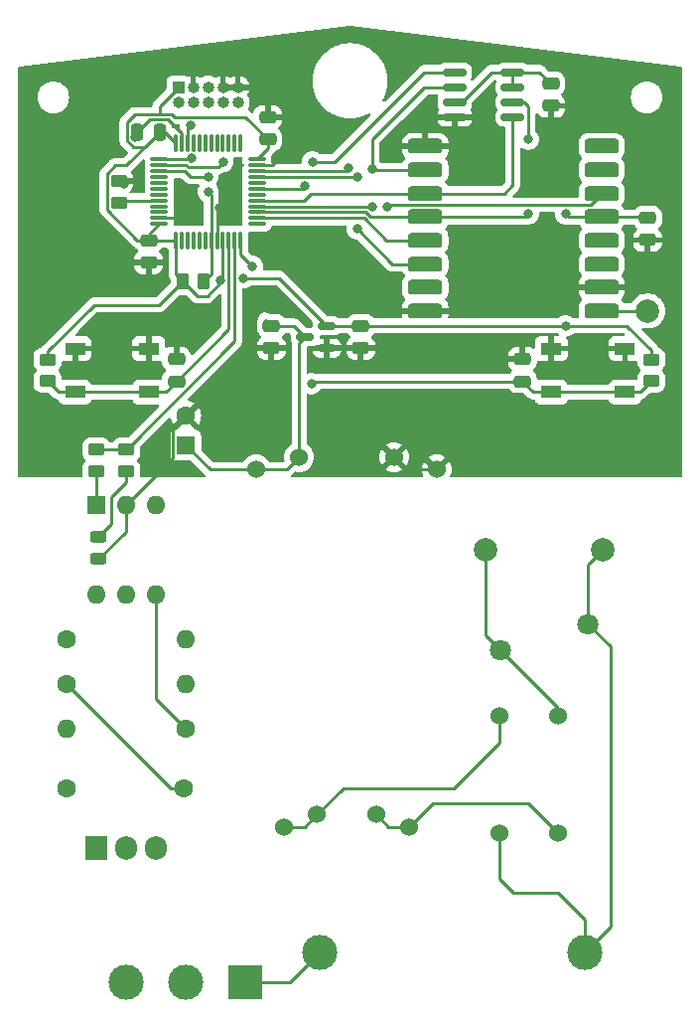
<source format=gbr>
%TF.GenerationSoftware,KiCad,Pcbnew,7.0.9*%
%TF.CreationDate,2023-12-31T17:17:43+01:00*%
%TF.ProjectId,power_switch,706f7765-725f-4737-9769-7463682e6b69,rev?*%
%TF.SameCoordinates,Original*%
%TF.FileFunction,Copper,L1,Top*%
%TF.FilePolarity,Positive*%
%FSLAX46Y46*%
G04 Gerber Fmt 4.6, Leading zero omitted, Abs format (unit mm)*
G04 Created by KiCad (PCBNEW 7.0.9) date 2023-12-31 17:17:43*
%MOMM*%
%LPD*%
G01*
G04 APERTURE LIST*
G04 Aperture macros list*
%AMRoundRect*
0 Rectangle with rounded corners*
0 $1 Rounding radius*
0 $2 $3 $4 $5 $6 $7 $8 $9 X,Y pos of 4 corners*
0 Add a 4 corners polygon primitive as box body*
4,1,4,$2,$3,$4,$5,$6,$7,$8,$9,$2,$3,0*
0 Add four circle primitives for the rounded corners*
1,1,$1+$1,$2,$3*
1,1,$1+$1,$4,$5*
1,1,$1+$1,$6,$7*
1,1,$1+$1,$8,$9*
0 Add four rect primitives between the rounded corners*
20,1,$1+$1,$2,$3,$4,$5,0*
20,1,$1+$1,$4,$5,$6,$7,0*
20,1,$1+$1,$6,$7,$8,$9,0*
20,1,$1+$1,$8,$9,$2,$3,0*%
G04 Aperture macros list end*
%TA.AperFunction,SMDPad,CuDef*%
%ADD10RoundRect,0.250000X-0.475000X0.250000X-0.475000X-0.250000X0.475000X-0.250000X0.475000X0.250000X0*%
%TD*%
%TA.AperFunction,SMDPad,CuDef*%
%ADD11RoundRect,0.250000X-0.450000X0.262500X-0.450000X-0.262500X0.450000X-0.262500X0.450000X0.262500X0*%
%TD*%
%TA.AperFunction,SMDPad,CuDef*%
%ADD12RoundRect,0.243750X0.456250X-0.243750X0.456250X0.243750X-0.456250X0.243750X-0.456250X-0.243750X0*%
%TD*%
%TA.AperFunction,SMDPad,CuDef*%
%ADD13RoundRect,0.317500X-1.157500X-0.317500X1.157500X-0.317500X1.157500X0.317500X-1.157500X0.317500X0*%
%TD*%
%TA.AperFunction,SMDPad,CuDef*%
%ADD14RoundRect,0.150000X0.587500X0.150000X-0.587500X0.150000X-0.587500X-0.150000X0.587500X-0.150000X0*%
%TD*%
%TA.AperFunction,SMDPad,CuDef*%
%ADD15RoundRect,0.150000X-0.825000X-0.150000X0.825000X-0.150000X0.825000X0.150000X-0.825000X0.150000X0*%
%TD*%
%TA.AperFunction,SMDPad,CuDef*%
%ADD16RoundRect,0.250000X0.475000X-0.250000X0.475000X0.250000X-0.475000X0.250000X-0.475000X-0.250000X0*%
%TD*%
%TA.AperFunction,SMDPad,CuDef*%
%ADD17RoundRect,0.250000X0.450000X-0.262500X0.450000X0.262500X-0.450000X0.262500X-0.450000X-0.262500X0*%
%TD*%
%TA.AperFunction,SMDPad,CuDef*%
%ADD18R,1.800000X1.100000*%
%TD*%
%TA.AperFunction,SMDPad,CuDef*%
%ADD19RoundRect,0.250000X0.250000X0.475000X-0.250000X0.475000X-0.250000X-0.475000X0.250000X-0.475000X0*%
%TD*%
%TA.AperFunction,SMDPad,CuDef*%
%ADD20RoundRect,0.075000X0.075000X-0.662500X0.075000X0.662500X-0.075000X0.662500X-0.075000X-0.662500X0*%
%TD*%
%TA.AperFunction,SMDPad,CuDef*%
%ADD21RoundRect,0.075000X0.662500X-0.075000X0.662500X0.075000X-0.662500X0.075000X-0.662500X-0.075000X0*%
%TD*%
%TA.AperFunction,SMDPad,CuDef*%
%ADD22RoundRect,0.250000X-0.262500X-0.450000X0.262500X-0.450000X0.262500X0.450000X-0.262500X0.450000X0*%
%TD*%
%TA.AperFunction,ComponentPad*%
%ADD23R,1.905000X2.000000*%
%TD*%
%TA.AperFunction,ComponentPad*%
%ADD24O,1.905000X2.000000*%
%TD*%
%TA.AperFunction,ComponentPad*%
%ADD25C,1.800000*%
%TD*%
%TA.AperFunction,ComponentPad*%
%ADD26C,1.600000*%
%TD*%
%TA.AperFunction,ComponentPad*%
%ADD27O,1.600000X1.600000*%
%TD*%
%TA.AperFunction,ComponentPad*%
%ADD28C,2.000000*%
%TD*%
%TA.AperFunction,ComponentPad*%
%ADD29R,1.000000X1.000000*%
%TD*%
%TA.AperFunction,ComponentPad*%
%ADD30O,1.000000X1.000000*%
%TD*%
%TA.AperFunction,ComponentPad*%
%ADD31C,3.000000*%
%TD*%
%TA.AperFunction,ComponentPad*%
%ADD32R,1.600000X1.600000*%
%TD*%
%TA.AperFunction,ComponentPad*%
%ADD33R,3.000000X3.000000*%
%TD*%
%TA.AperFunction,ComponentPad*%
%ADD34C,1.524000*%
%TD*%
%TA.AperFunction,ViaPad*%
%ADD35C,0.800000*%
%TD*%
%TA.AperFunction,Conductor*%
%ADD36C,0.250000*%
%TD*%
G04 APERTURE END LIST*
D10*
%TO.P,C7,1*%
%TO.N,+3V3*%
X153670000Y-42865000D03*
%TO.P,C7,2*%
%TO.N,GND*%
X153670000Y-44765000D03*
%TD*%
%TO.P,C8,1*%
%TO.N,+3V3*%
X111125000Y-44770000D03*
%TO.P,C8,2*%
%TO.N,GND*%
X111125000Y-46670000D03*
%TD*%
D11*
%TO.P,R1,1*%
%TO.N,AC_POWER_ON*%
X106680000Y-62587500D03*
%TO.P,R1,2*%
%TO.N,Net-(R1-Pad2)*%
X106680000Y-64412500D03*
%TD*%
D12*
%TO.P,D1,1,K*%
%TO.N,GND*%
X106850000Y-71937500D03*
%TO.P,D1,2,A*%
%TO.N,Net-(D1-A)*%
X106850000Y-70062500D03*
%TD*%
D13*
%TO.P,U4,1,GND*%
%TO.N,GND*%
X134715000Y-36800000D03*
%TO.P,U4,2,MISO*%
%TO.N,SPI_MISO*%
X134715000Y-38800000D03*
%TO.P,U4,3,MOSI*%
%TO.N,SPI_MOSI*%
X134715000Y-40800000D03*
%TO.P,U4,4,SCK*%
%TO.N,SPI_SCK*%
X134715000Y-42800000D03*
%TO.P,U4,5,NSS*%
%TO.N,SPI_CS*%
X134715000Y-44800000D03*
%TO.P,U4,6,RESET*%
%TO.N,SPI_RST*%
X134715000Y-46800000D03*
%TO.P,U4,7,DIO5*%
%TO.N,unconnected-(U4-DIO5-Pad7)*%
X134715000Y-48800000D03*
%TO.P,U4,8,GND*%
%TO.N,GND*%
X134715000Y-50800000D03*
%TO.P,U4,9,ANT*%
%TO.N,Net-(AE1-A)*%
X149765000Y-50800000D03*
%TO.P,U4,10,GND*%
%TO.N,GND*%
X149765000Y-48800000D03*
%TO.P,U4,11,DIO3*%
%TO.N,unconnected-(U4-DIO3-Pad11)*%
X149765000Y-46800000D03*
%TO.P,U4,12,DIO4*%
%TO.N,unconnected-(U4-DIO4-Pad12)*%
X149765000Y-44800000D03*
%TO.P,U4,13,3.3V*%
%TO.N,+3V3*%
X149765000Y-42800000D03*
%TO.P,U4,14,DIO0*%
%TO.N,SPI_INT*%
X149765000Y-40800000D03*
%TO.P,U4,15,DIO1*%
%TO.N,unconnected-(U4-DIO1-Pad15)*%
X149765000Y-38800000D03*
%TO.P,U4,16,DIO2*%
%TO.N,unconnected-(U4-DIO2-Pad16)*%
X149765000Y-36800000D03*
%TD*%
D10*
%TO.P,C11,1*%
%TO.N,GND*%
X143000000Y-54900000D03*
%TO.P,C11,2*%
%TO.N,BTN2*%
X143000000Y-56800000D03*
%TD*%
%TO.P,C4,1*%
%TO.N,+3V3*%
X129213750Y-52070000D03*
%TO.P,C4,2*%
%TO.N,GND*%
X129213750Y-53970000D03*
%TD*%
D14*
%TO.P,U3,1,GND*%
%TO.N,GND*%
X126341250Y-53970000D03*
%TO.P,U3,2,VO*%
%TO.N,+3V3*%
X126341250Y-52070000D03*
%TO.P,U3,3,VI*%
%TO.N,+5V*%
X124466250Y-53020000D03*
%TD*%
D15*
%TO.P,U5,1,~{CS}*%
%TO.N,SPI_CS2*%
X137225000Y-30480000D03*
%TO.P,U5,2,MISO*%
%TO.N,SPI_MISO*%
X137225000Y-31750000D03*
%TO.P,U5,3,~{WP}*%
%TO.N,+3V3*%
X137225000Y-33020000D03*
%TO.P,U5,4,GND*%
%TO.N,GND*%
X137225000Y-34290000D03*
%TO.P,U5,5,MOSI*%
%TO.N,SPI_MOSI*%
X142175000Y-34290000D03*
%TO.P,U5,6,SCK*%
%TO.N,SPI_SCK*%
X142175000Y-33020000D03*
%TO.P,U5,7,~{HOLD}*%
%TO.N,+3V3*%
X142175000Y-31750000D03*
%TO.P,U5,8,VCC*%
X142175000Y-30480000D03*
%TD*%
D16*
%TO.P,C10,1*%
%TO.N,+3V3*%
X121285000Y-36195000D03*
%TO.P,C10,2*%
%TO.N,GND*%
X121285000Y-34295000D03*
%TD*%
D17*
%TO.P,R7,1*%
%TO.N,Net-(U1-BOOT0)*%
X108585000Y-41552500D03*
%TO.P,R7,2*%
%TO.N,GND*%
X108585000Y-39727500D03*
%TD*%
%TO.P,R5,1*%
%TO.N,Net-(D1-A)*%
X109220000Y-64412500D03*
%TO.P,R5,2*%
%TO.N,AC_POWER_ON*%
X109220000Y-62587500D03*
%TD*%
D18*
%TO.P,SW2,2,2*%
%TO.N,BTN2*%
X151750000Y-57700000D03*
X145450000Y-57700000D03*
%TO.P,SW2,1,1*%
%TO.N,GND*%
X151750000Y-54000000D03*
X145450000Y-54000000D03*
%TD*%
D19*
%TO.P,C9,1*%
%TO.N,+3V3*%
X112075000Y-35560000D03*
%TO.P,C9,2*%
%TO.N,GND*%
X110175000Y-35560000D03*
%TD*%
D10*
%TO.P,C3,1*%
%TO.N,+5V*%
X121593750Y-52070000D03*
%TO.P,C3,2*%
%TO.N,GND*%
X121593750Y-53970000D03*
%TD*%
%TO.P,C12,1*%
%TO.N,GND*%
X113500000Y-54900000D03*
%TO.P,C12,2*%
%TO.N,BTN1*%
X113500000Y-56800000D03*
%TD*%
D20*
%TO.P,U1,1,VBAT*%
%TO.N,+3V3*%
X113455000Y-44802500D03*
%TO.P,U1,2,PC13*%
%TO.N,unconnected-(U1-PC13-Pad2)*%
X113955000Y-44802500D03*
%TO.P,U1,3,PC14*%
%TO.N,unconnected-(U1-PC14-Pad3)*%
X114455000Y-44802500D03*
%TO.P,U1,4,PC15*%
%TO.N,unconnected-(U1-PC15-Pad4)*%
X114955000Y-44802500D03*
%TO.P,U1,5,PD0*%
%TO.N,unconnected-(U1-PD0-Pad5)*%
X115455000Y-44802500D03*
%TO.P,U1,6,PD1*%
%TO.N,unconnected-(U1-PD1-Pad6)*%
X115955000Y-44802500D03*
%TO.P,U1,7,NRST*%
%TO.N,nSRST*%
X116455000Y-44802500D03*
%TO.P,U1,8,VSSA*%
%TO.N,GND*%
X116955000Y-44802500D03*
%TO.P,U1,9,VDDA*%
%TO.N,+3V3*%
X117455000Y-44802500D03*
%TO.P,U1,10,PA0*%
%TO.N,BTN1*%
X117955000Y-44802500D03*
%TO.P,U1,11,PA1*%
%TO.N,AC_POWER_ON*%
X118455000Y-44802500D03*
%TO.P,U1,12,PA2*%
%TO.N,BTN2*%
X118955000Y-44802500D03*
D21*
%TO.P,U1,13,PA3*%
%TO.N,unconnected-(U1-PA3-Pad13)*%
X120367500Y-43390000D03*
%TO.P,U1,14,PA4*%
%TO.N,SPI_CS*%
X120367500Y-42890000D03*
%TO.P,U1,15,PA5*%
%TO.N,SPI_SCK*%
X120367500Y-42390000D03*
%TO.P,U1,16,PA6*%
%TO.N,SPI_MISO*%
X120367500Y-41890000D03*
%TO.P,U1,17,PA7*%
%TO.N,SPI_MOSI*%
X120367500Y-41390000D03*
%TO.P,U1,18,PB0*%
%TO.N,SPI_CS3*%
X120367500Y-40890000D03*
%TO.P,U1,19,PB1*%
%TO.N,SPI_CS2*%
X120367500Y-40390000D03*
%TO.P,U1,20,PB2*%
%TO.N,unconnected-(U1-PB2-Pad20)*%
X120367500Y-39890000D03*
%TO.P,U1,21,PB10*%
%TO.N,SPI_RST*%
X120367500Y-39390000D03*
%TO.P,U1,22,PB11*%
%TO.N,SPI_INT*%
X120367500Y-38890000D03*
%TO.P,U1,23,VSS*%
%TO.N,GND*%
X120367500Y-38390000D03*
%TO.P,U1,24,VDD*%
%TO.N,+3V3*%
X120367500Y-37890000D03*
D20*
%TO.P,U1,25,PB12*%
%TO.N,unconnected-(U1-PB12-Pad25)*%
X118955000Y-36477500D03*
%TO.P,U1,26,PB13*%
%TO.N,unconnected-(U1-PB13-Pad26)*%
X118455000Y-36477500D03*
%TO.P,U1,27,PB14*%
%TO.N,unconnected-(U1-PB14-Pad27)*%
X117955000Y-36477500D03*
%TO.P,U1,28,PB15*%
%TO.N,unconnected-(U1-PB15-Pad28)*%
X117455000Y-36477500D03*
%TO.P,U1,29,PA8*%
%TO.N,unconnected-(U1-PA8-Pad29)*%
X116955000Y-36477500D03*
%TO.P,U1,30,PA9*%
%TO.N,unconnected-(U1-PA9-Pad30)*%
X116455000Y-36477500D03*
%TO.P,U1,31,PA10*%
%TO.N,unconnected-(U1-PA10-Pad31)*%
X115955000Y-36477500D03*
%TO.P,U1,32,PA11*%
%TO.N,unconnected-(U1-PA11-Pad32)*%
X115455000Y-36477500D03*
%TO.P,U1,33,PA12*%
%TO.N,unconnected-(U1-PA12-Pad33)*%
X114955000Y-36477500D03*
%TO.P,U1,34,PA13*%
%TO.N,TMS*%
X114455000Y-36477500D03*
%TO.P,U1,35,VSS*%
%TO.N,GND*%
X113955000Y-36477500D03*
%TO.P,U1,36,VDD*%
%TO.N,+3V3*%
X113455000Y-36477500D03*
D21*
%TO.P,U1,37,PA14*%
%TO.N,TCK*%
X112042500Y-37890000D03*
%TO.P,U1,38,PA15*%
%TO.N,TDI*%
X112042500Y-38390000D03*
%TO.P,U1,39,PB3*%
%TO.N,TDO*%
X112042500Y-38890000D03*
%TO.P,U1,40,PB4*%
%TO.N,nTRST*%
X112042500Y-39390000D03*
%TO.P,U1,41,PB5*%
%TO.N,unconnected-(U1-PB5-Pad41)*%
X112042500Y-39890000D03*
%TO.P,U1,42,PB6*%
%TO.N,unconnected-(U1-PB6-Pad42)*%
X112042500Y-40390000D03*
%TO.P,U1,43,PB7*%
%TO.N,unconnected-(U1-PB7-Pad43)*%
X112042500Y-40890000D03*
%TO.P,U1,44,BOOT0*%
%TO.N,Net-(U1-BOOT0)*%
X112042500Y-41390000D03*
%TO.P,U1,45,PB8*%
%TO.N,unconnected-(U1-PB8-Pad45)*%
X112042500Y-41890000D03*
%TO.P,U1,46,PB9*%
%TO.N,unconnected-(U1-PB9-Pad46)*%
X112042500Y-42390000D03*
%TO.P,U1,47,VSS*%
%TO.N,GND*%
X112042500Y-42890000D03*
%TO.P,U1,48,VDD*%
%TO.N,+3V3*%
X112042500Y-43390000D03*
%TD*%
D22*
%TO.P,R6,2*%
%TO.N,nSRST*%
X115847500Y-48260000D03*
%TO.P,R6,1*%
%TO.N,+3V3*%
X114022500Y-48260000D03*
%TD*%
D10*
%TO.P,C6,1*%
%TO.N,+3V3*%
X145415000Y-31435000D03*
%TO.P,C6,2*%
%TO.N,GND*%
X145415000Y-33335000D03*
%TD*%
D18*
%TO.P,SW1,1,1*%
%TO.N,GND*%
X104850000Y-54000000D03*
X111150000Y-54000000D03*
%TO.P,SW1,2,2*%
%TO.N,BTN1*%
X104850000Y-57700000D03*
X111150000Y-57700000D03*
%TD*%
D11*
%TO.P,R8,1*%
%TO.N,+3V3*%
X154000000Y-54937500D03*
%TO.P,R8,2*%
%TO.N,BTN2*%
X154000000Y-56762500D03*
%TD*%
%TO.P,R9,1*%
%TO.N,+3V3*%
X102500000Y-54937500D03*
%TO.P,R9,2*%
%TO.N,BTN1*%
X102500000Y-56762500D03*
%TD*%
D23*
%TO.P,Q1,1,A1*%
%TO.N,L_OUT*%
X106680000Y-96520000D03*
D24*
%TO.P,Q1,2,A2*%
%TO.N,L_FUSED*%
X109220000Y-96520000D03*
%TO.P,Q1,3,G*%
%TO.N,Net-(Q1-G)*%
X111760000Y-96520000D03*
%TD*%
D25*
%TO.P,RV1,1*%
%TO.N,L_FUSED*%
X148590000Y-77470000D03*
%TO.P,RV1,2*%
%TO.N,N*%
X141090000Y-79670000D03*
%TD*%
D26*
%TO.P,R2,1*%
%TO.N,Net-(Q1-G)*%
X114300000Y-86360000D03*
D27*
%TO.P,R2,2*%
%TO.N,L_OUT*%
X104140000Y-86360000D03*
%TD*%
D28*
%TO.P,AE1,1,A*%
%TO.N,Net-(AE1-A)*%
X153670000Y-50800000D03*
%TD*%
D29*
%TO.P,J2,1,Pin_1*%
%TO.N,+3V3*%
X113655000Y-31760000D03*
D30*
%TO.P,J2,2,Pin_2*%
%TO.N,TMS*%
X113655000Y-33030000D03*
%TO.P,J2,3,Pin_3*%
%TO.N,GND*%
X114925000Y-31760000D03*
%TO.P,J2,4,Pin_4*%
%TO.N,TCK*%
X114925000Y-33030000D03*
%TO.P,J2,5,Pin_5*%
%TO.N,unconnected-(J2-Pin_5-Pad5)*%
X116195000Y-31760000D03*
%TO.P,J2,6,Pin_6*%
%TO.N,TDO*%
X116195000Y-33030000D03*
%TO.P,J2,7,Pin_7*%
%TO.N,GND*%
X117465000Y-31760000D03*
%TO.P,J2,8,Pin_8*%
%TO.N,TDI*%
X117465000Y-33030000D03*
%TO.P,J2,9,Pin_9*%
%TO.N,GND*%
X118735000Y-31760000D03*
%TO.P,J2,10,Pin_10*%
%TO.N,nSRST*%
X118735000Y-33030000D03*
%TD*%
D26*
%TO.P,R4,1*%
%TO.N,Net-(C5-Pad1)*%
X104140000Y-82550000D03*
D27*
%TO.P,R4,2*%
%TO.N,L_FUSED*%
X114300000Y-82550000D03*
%TD*%
D26*
%TO.P,C5,1*%
%TO.N,Net-(C5-Pad1)*%
X114140000Y-91440000D03*
%TO.P,C5,2*%
%TO.N,L_OUT*%
X104140000Y-91440000D03*
%TD*%
D31*
%TO.P,F1,1*%
%TO.N,L_IN*%
X125730000Y-105410000D03*
%TO.P,F1,2*%
%TO.N,L_FUSED*%
X148330000Y-105410000D03*
%TD*%
D32*
%TO.P,C2,1*%
%TO.N,+5V*%
X114300000Y-62230000D03*
D26*
%TO.P,C2,2*%
%TO.N,GND*%
X114300000Y-59730000D03*
%TD*%
%TO.P,R3,1*%
%TO.N,Net-(R3-Pad1)*%
X104140000Y-78740000D03*
D27*
%TO.P,R3,2*%
%TO.N,L_FUSED*%
X114300000Y-78740000D03*
%TD*%
D33*
%TO.P,J1,1,Pin_1*%
%TO.N,L_IN*%
X119380000Y-107950000D03*
D31*
%TO.P,J1,2,Pin_2*%
%TO.N,N*%
X114300000Y-107950000D03*
%TO.P,J1,3,Pin_3*%
%TO.N,L_OUT*%
X109220000Y-107950000D03*
%TD*%
D32*
%TO.P,U2,1*%
%TO.N,Net-(R1-Pad2)*%
X106670000Y-67320000D03*
D27*
%TO.P,U2,2*%
%TO.N,GND*%
X109210000Y-67320000D03*
%TO.P,U2,3,NC*%
%TO.N,unconnected-(U2-NC-Pad3)*%
X111750000Y-67320000D03*
%TO.P,U2,4*%
%TO.N,Net-(Q1-G)*%
X111750000Y-74940000D03*
%TO.P,U2,5,NC*%
%TO.N,unconnected-(U2-NC-Pad5)*%
X109210000Y-74940000D03*
%TO.P,U2,6*%
%TO.N,Net-(R3-Pad1)*%
X106670000Y-74940000D03*
%TD*%
D28*
%TO.P,C1,1*%
%TO.N,L_FUSED*%
X149860000Y-71120000D03*
%TO.P,C1,2*%
%TO.N,N*%
X139860000Y-71120000D03*
%TD*%
D34*
%TO.P,PS1,1,AC/L*%
%TO.N,Net-(PS1-AC{slash}L)*%
X133350000Y-94750000D03*
X130500000Y-93700000D03*
%TO.P,PS1,2,AC/N*%
%TO.N,Net-(PS1-AC{slash}N)*%
X122650000Y-94750000D03*
X125500000Y-93700000D03*
%TO.P,PS1,3,-Vout*%
%TO.N,GND*%
X135700000Y-64300000D03*
X132050000Y-63250000D03*
%TO.P,PS1,4,+Vout*%
%TO.N,+5V*%
X120300000Y-64300000D03*
X123950000Y-63250000D03*
%TD*%
%TO.P,FL1,1,1*%
%TO.N,L_FUSED*%
X141050000Y-95250000D03*
%TO.P,FL1,2,2*%
%TO.N,Net-(PS1-AC{slash}L)*%
X146050000Y-95250000D03*
%TO.P,FL1,3,3*%
%TO.N,N*%
X146050000Y-85250000D03*
%TO.P,FL1,4,4*%
%TO.N,Net-(PS1-AC{slash}N)*%
X141050000Y-85250000D03*
%TD*%
D35*
%TO.N,GND*%
X109220000Y-48260000D03*
X115570000Y-50800000D03*
X121920000Y-49530000D03*
X130810000Y-53340000D03*
X130810000Y-50800000D03*
X137795000Y-29000000D03*
X145000000Y-35000000D03*
X109000000Y-40000000D03*
X110000000Y-36000000D03*
X140000000Y-33000000D03*
X148000000Y-35000000D03*
X115000000Y-42000000D03*
X117179500Y-42000000D03*
%TO.N,+3V3*%
X146685000Y-42545000D03*
X119179500Y-48000000D03*
X146685000Y-52070000D03*
X145415000Y-31435000D03*
X117230500Y-48185100D03*
%TO.N,BTN2*%
X120000000Y-47000000D03*
X125000000Y-57000000D03*
%TO.N,TMS*%
X114700499Y-35014500D03*
%TO.N,TCK*%
X114791382Y-37808972D03*
%TO.N,SPI_SCK*%
X143510000Y-42545000D03*
X143510000Y-36195000D03*
%TO.N,SPI_MISO*%
X130175000Y-41910000D03*
X130175000Y-38735000D03*
%TO.N,SPI_CS2*%
X124460000Y-40114500D03*
X125095000Y-38100000D03*
%TO.N,SPI_RST*%
X128905000Y-43815000D03*
X128905000Y-39370000D03*
%TO.N,SPI_INT*%
X128198245Y-38663245D03*
X131445000Y-41910000D03*
%TO.N,TDO*%
X116205000Y-39370000D03*
%TO.N,TDI*%
X117475000Y-38100000D03*
%TO.N,nSRST*%
X116205000Y-40640000D03*
%TD*%
D36*
%TO.N,AC_POWER_ON*%
X109220000Y-62587500D02*
X109257600Y-62587500D01*
X109257600Y-62587500D02*
X118455000Y-53390100D01*
X118455000Y-53390100D02*
X118455000Y-44802500D01*
%TO.N,+3V3*%
X102500000Y-54937500D02*
X102500000Y-54250000D01*
X102500000Y-54250000D02*
X106467500Y-50282500D01*
X106467500Y-50282500D02*
X112000000Y-50282500D01*
X154000000Y-54937500D02*
X154000000Y-54150000D01*
X154000000Y-54150000D02*
X151920000Y-52070000D01*
X151920000Y-52070000D02*
X146685000Y-52070000D01*
%TO.N,BTN2*%
X151750000Y-57700000D02*
X153062500Y-57700000D01*
X153062500Y-57700000D02*
X154000000Y-56762500D01*
%TO.N,BTN1*%
X104850000Y-57700000D02*
X103437500Y-57700000D01*
X103437500Y-57700000D02*
X102500000Y-56762500D01*
X111150000Y-57700000D02*
X112600000Y-57700000D01*
X112600000Y-57700000D02*
X113500000Y-56800000D01*
X113500000Y-56800000D02*
X117955000Y-52345000D01*
X117955000Y-52345000D02*
X117955000Y-44802500D01*
X104850000Y-57700000D02*
X111150000Y-57700000D01*
%TO.N,BTN2*%
X143000000Y-56800000D02*
X125200000Y-56800000D01*
X125200000Y-56800000D02*
X125000000Y-57000000D01*
X145450000Y-57700000D02*
X143900000Y-57700000D01*
X143900000Y-57700000D02*
X143000000Y-56800000D01*
X151750000Y-57700000D02*
X145450000Y-57700000D01*
%TO.N,N*%
X141090000Y-79670000D02*
X146050000Y-84630000D01*
X139860000Y-71120000D02*
X139860000Y-78440000D01*
X146050000Y-84630000D02*
X146050000Y-85250000D01*
X139860000Y-78440000D02*
X141090000Y-79670000D01*
%TO.N,L_IN*%
X119380000Y-107950000D02*
X123190000Y-107950000D01*
X123190000Y-107950000D02*
X125730000Y-105410000D01*
%TO.N,Net-(Q1-G)*%
X111750000Y-83810000D02*
X114300000Y-86360000D01*
X111750000Y-74940000D02*
X111750000Y-83810000D01*
%TO.N,Net-(R1-Pad2)*%
X106680000Y-64412500D02*
X106680000Y-67310000D01*
X106680000Y-67310000D02*
X106670000Y-67320000D01*
%TO.N,GND*%
X113955000Y-35672236D02*
X112792764Y-34510000D01*
X111225000Y-34510000D02*
X110175000Y-35560000D01*
X133100000Y-64300000D02*
X132050000Y-63250000D01*
X114110000Y-42890000D02*
X115000000Y-42000000D01*
X120367500Y-38390000D02*
X121610000Y-38390000D01*
X112042500Y-42890000D02*
X114110000Y-42890000D01*
X113175000Y-63355000D02*
X113175000Y-60855000D01*
X113955000Y-36477500D02*
X113955000Y-35672236D01*
X113175000Y-60855000D02*
X114300000Y-59730000D01*
X135700000Y-64300000D02*
X133100000Y-64300000D01*
X112792764Y-34510000D02*
X111225000Y-34510000D01*
X109210000Y-67320000D02*
X113175000Y-63355000D01*
X106850000Y-71937500D02*
X109210000Y-69577500D01*
X116955000Y-44802500D02*
X116955000Y-42224500D01*
X121610000Y-38390000D02*
X122000000Y-38000000D01*
X116955000Y-42224500D02*
X117179500Y-42000000D01*
X109210000Y-69577500D02*
X109210000Y-67320000D01*
%TO.N,L_FUSED*%
X141050000Y-99140000D02*
X142240000Y-100330000D01*
X141050000Y-95250000D02*
X141050000Y-99140000D01*
X142240000Y-100330000D02*
X146050000Y-100330000D01*
X148330000Y-105410000D02*
X150495000Y-103245000D01*
X150495000Y-103245000D02*
X150495000Y-79375000D01*
X146050000Y-100330000D02*
X148330000Y-102610000D01*
X150495000Y-79375000D02*
X148590000Y-77470000D01*
X148590000Y-77470000D02*
X148590000Y-72390000D01*
X148590000Y-72390000D02*
X149860000Y-71120000D01*
X148330000Y-102610000D02*
X148330000Y-105410000D01*
%TO.N,+5V*%
X123950000Y-63250000D02*
X123950000Y-53536250D01*
X120300000Y-64300000D02*
X116370000Y-64300000D01*
X123950000Y-53536250D02*
X124466250Y-53020000D01*
X116370000Y-64300000D02*
X114300000Y-62230000D01*
X121593750Y-52070000D02*
X121083750Y-51560000D01*
X120300000Y-64300000D02*
X122900000Y-64300000D01*
X123516250Y-52070000D02*
X124466250Y-53020000D01*
X121593750Y-52070000D02*
X123516250Y-52070000D01*
X122900000Y-64300000D02*
X123950000Y-63250000D01*
%TO.N,Net-(PS1-AC{slash}L)*%
X131550000Y-94750000D02*
X130500000Y-93700000D01*
X133350000Y-94750000D02*
X131550000Y-94750000D01*
X146050000Y-95250000D02*
X143510000Y-92710000D01*
X143510000Y-92710000D02*
X135390000Y-92710000D01*
X135390000Y-92710000D02*
X133350000Y-94750000D01*
%TO.N,Net-(PS1-AC{slash}N)*%
X125500000Y-93700000D02*
X127760000Y-91440000D01*
X122650000Y-94750000D02*
X124450000Y-94750000D01*
X137160000Y-91440000D02*
X141050000Y-87550000D01*
X124450000Y-94750000D02*
X125500000Y-93700000D01*
X141050000Y-87550000D02*
X141050000Y-85250000D01*
X127760000Y-91440000D02*
X137160000Y-91440000D01*
%TO.N,+3V3*%
X121285000Y-36972500D02*
X120367500Y-37890000D01*
X117455000Y-44802500D02*
X117455000Y-48185100D01*
X109940000Y-34060000D02*
X109275000Y-34725000D01*
X113455000Y-44802500D02*
X111157500Y-44802500D01*
X126341250Y-52070000D02*
X122271250Y-48000000D01*
X113115000Y-34060000D02*
X112000000Y-34060000D01*
X107560000Y-42155000D02*
X107560000Y-39125000D01*
X153605000Y-42800000D02*
X153670000Y-42865000D01*
X137795000Y-33020000D02*
X140335000Y-30480000D01*
X111125000Y-44770000D02*
X110175000Y-44770000D01*
X108270000Y-38415000D02*
X109220000Y-38415000D01*
X109792195Y-36817500D02*
X110817500Y-36817500D01*
X111125000Y-44770000D02*
X111125000Y-44307500D01*
X112537500Y-35560000D02*
X113455000Y-36477500D01*
X112075000Y-33340000D02*
X112075000Y-33985000D01*
X129213750Y-52070000D02*
X126341250Y-52070000D01*
X113345000Y-34290000D02*
X119380000Y-34290000D01*
X122271250Y-48000000D02*
X119179500Y-48000000D01*
X112000000Y-50282500D02*
X114022500Y-48260000D01*
X109275000Y-34725000D02*
X109275000Y-36300305D01*
X110817500Y-36817500D02*
X112075000Y-35560000D01*
X112075000Y-33985000D02*
X112000000Y-34060000D01*
X110175000Y-44770000D02*
X107560000Y-42155000D01*
X144460000Y-30480000D02*
X142175000Y-30480000D01*
X116110100Y-49530000D02*
X115292500Y-49530000D01*
X114022500Y-48260000D02*
X113455000Y-47692500D01*
X117455000Y-48185100D02*
X116110100Y-49530000D01*
X113345000Y-34290000D02*
X113115000Y-34060000D01*
X109275000Y-36300305D02*
X109792195Y-36817500D01*
X112075000Y-33340000D02*
X113655000Y-31760000D01*
X119380000Y-34290000D02*
X121285000Y-36195000D01*
X113455000Y-47692500D02*
X113455000Y-44802500D01*
X121285000Y-36195000D02*
X121285000Y-36972500D01*
X137225000Y-33020000D02*
X137795000Y-33020000D01*
X111125000Y-44307500D02*
X112042500Y-43390000D01*
X149765000Y-42800000D02*
X153605000Y-42800000D01*
X146940000Y-42800000D02*
X146685000Y-42545000D01*
X142175000Y-30480000D02*
X142175000Y-31750000D01*
X107560000Y-39125000D02*
X108270000Y-38415000D01*
X111157500Y-44802500D02*
X111125000Y-44770000D01*
X145415000Y-31435000D02*
X144460000Y-30480000D01*
X149765000Y-42800000D02*
X146940000Y-42800000D01*
X109220000Y-38415000D02*
X112075000Y-35560000D01*
X129213750Y-52070000D02*
X146685000Y-52070000D01*
X112075000Y-35560000D02*
X112537500Y-35560000D01*
X115292500Y-49530000D02*
X114022500Y-48260000D01*
X112000000Y-34060000D02*
X109940000Y-34060000D01*
X140335000Y-30480000D02*
X142175000Y-30480000D01*
%TO.N,AC_POWER_ON*%
X109220000Y-62587500D02*
X106680000Y-62587500D01*
%TO.N,Net-(AE1-A)*%
X149765000Y-50800000D02*
X153670000Y-50800000D01*
%TO.N,BTN1*%
X110000000Y-57700000D02*
X111212500Y-57700000D01*
%TO.N,BTN2*%
X118955000Y-44802500D02*
X118955000Y-45955000D01*
X118955000Y-45955000D02*
X120000000Y-47000000D01*
%TO.N,Net-(C5-Pad1)*%
X104140000Y-82550000D02*
X113030000Y-91440000D01*
X113030000Y-91440000D02*
X114140000Y-91440000D01*
%TO.N,TMS*%
X114700499Y-35014500D02*
X114455000Y-35259999D01*
X114455000Y-35259999D02*
X114455000Y-36477500D01*
%TO.N,TCK*%
X114710354Y-37890000D02*
X114791382Y-37808972D01*
X114791382Y-37808972D02*
X114610354Y-37990000D01*
X112042500Y-37890000D02*
X114710354Y-37890000D01*
X114600354Y-38000000D02*
X114791382Y-37808972D01*
%TO.N,SPI_CS*%
X131403299Y-44800000D02*
X129493299Y-42890000D01*
X134715000Y-44800000D02*
X131403299Y-44800000D01*
X129493299Y-42890000D02*
X120367500Y-42890000D01*
%TO.N,SPI_SCK*%
X143475000Y-36160000D02*
X143510000Y-36195000D01*
X143255000Y-42800000D02*
X134715000Y-42800000D01*
X134330000Y-42415000D02*
X134715000Y-42800000D01*
X143475000Y-35515000D02*
X143475000Y-33345001D01*
X130039695Y-42800000D02*
X134715000Y-42800000D01*
X143475000Y-33345001D02*
X143149999Y-33020000D01*
X143475000Y-35515000D02*
X143475000Y-36160000D01*
X143510000Y-42545000D02*
X143255000Y-42800000D01*
X143149999Y-33020000D02*
X142175000Y-33020000D01*
X120367500Y-42390000D02*
X120392500Y-42415000D01*
X129629695Y-42390000D02*
X130039695Y-42800000D01*
X120367500Y-42390000D02*
X129629695Y-42390000D01*
%TO.N,SPI_MISO*%
X137225000Y-31750000D02*
X134620000Y-31750000D01*
X134620000Y-31750000D02*
X130175000Y-36195000D01*
X130175000Y-36195000D02*
X130175000Y-38735000D01*
X130155000Y-41890000D02*
X120367500Y-41890000D01*
X130175000Y-41910000D02*
X130155000Y-41890000D01*
X130240000Y-38800000D02*
X130175000Y-38735000D01*
X134715000Y-38800000D02*
X130240000Y-38800000D01*
%TO.N,SPI_MOSI*%
X134715000Y-40800000D02*
X141445000Y-40800000D01*
X124935000Y-40800000D02*
X124345000Y-41390000D01*
X141445000Y-40800000D02*
X142175000Y-40070000D01*
X142175000Y-40070000D02*
X142175000Y-34290000D01*
X134715000Y-40800000D02*
X124935000Y-40800000D01*
X124345000Y-41390000D02*
X120367500Y-41390000D01*
%TO.N,SPI_CS2*%
X127000000Y-38100000D02*
X125095000Y-38100000D01*
X134620000Y-30480000D02*
X127000000Y-38100000D01*
X137225000Y-30480000D02*
X134620000Y-30480000D01*
X124184500Y-40390000D02*
X120367500Y-40390000D01*
X124460000Y-40114500D02*
X124184500Y-40390000D01*
%TO.N,SPI_RST*%
X134715000Y-46800000D02*
X131890000Y-46800000D01*
X131890000Y-46800000D02*
X128905000Y-43815000D01*
X128905000Y-39370000D02*
X128885000Y-39390000D01*
X128885000Y-39390000D02*
X120367500Y-39390000D01*
%TO.N,SPI_INT*%
X148805000Y-41760000D02*
X131595000Y-41760000D01*
X149765000Y-40800000D02*
X148805000Y-41760000D01*
X128198245Y-38663245D02*
X127971490Y-38890000D01*
X127971490Y-38890000D02*
X120367500Y-38890000D01*
X131595000Y-41760000D02*
X131445000Y-41910000D01*
%TO.N,TDO*%
X114690709Y-39370000D02*
X116205000Y-39370000D01*
X112042500Y-38890000D02*
X114210709Y-38890000D01*
X114210709Y-38890000D02*
X114690709Y-39370000D01*
%TO.N,TDI*%
X114491077Y-38533972D02*
X117041028Y-38533972D01*
X117041028Y-38533972D02*
X117475000Y-38100000D01*
X112042500Y-38390000D02*
X114347105Y-38390000D01*
X114347105Y-38390000D02*
X114491077Y-38533972D01*
%TO.N,nSRST*%
X116205000Y-40640000D02*
X116455000Y-40890000D01*
X116455000Y-40890000D02*
X116455000Y-44802500D01*
X116455000Y-47652500D02*
X116455000Y-44802500D01*
X115847500Y-48260000D02*
X116455000Y-47652500D01*
%TO.N,Net-(U1-BOOT0)*%
X108747500Y-41390000D02*
X112042500Y-41390000D01*
X108585000Y-41552500D02*
X108747500Y-41390000D01*
%TO.N,Net-(D1-A)*%
X107950000Y-68962500D02*
X106850000Y-70062500D01*
X109220000Y-65405000D02*
X107950000Y-66675000D01*
X107950000Y-66675000D02*
X107950000Y-68962500D01*
X109220000Y-64412500D02*
X109220000Y-65405000D01*
%TD*%
%TA.AperFunction,Conductor*%
%TO.N,GND*%
G36*
X156490722Y-29986987D02*
G01*
X156554836Y-30014751D01*
X156593764Y-30072771D01*
X156599500Y-30110049D01*
X156599500Y-64876000D01*
X156579815Y-64943039D01*
X156527011Y-64988794D01*
X156475500Y-65000000D01*
X136960689Y-65000000D01*
X136893650Y-64980315D01*
X136847895Y-64927511D01*
X136837951Y-64858353D01*
X136848307Y-64823596D01*
X136890419Y-64733284D01*
X136890424Y-64733270D01*
X136947573Y-64519986D01*
X136947575Y-64519976D01*
X136966821Y-64300000D01*
X136966821Y-64299999D01*
X136947575Y-64080023D01*
X136947573Y-64080013D01*
X136890424Y-63866729D01*
X136890420Y-63866720D01*
X136797098Y-63666590D01*
X136751740Y-63601811D01*
X136084903Y-64268647D01*
X136084949Y-64268102D01*
X136053734Y-64144838D01*
X135984187Y-64038388D01*
X135883843Y-63960287D01*
X135763578Y-63919000D01*
X135727447Y-63919000D01*
X136398187Y-63248258D01*
X136333409Y-63202900D01*
X136333407Y-63202899D01*
X136133284Y-63109580D01*
X136133270Y-63109575D01*
X135919986Y-63052426D01*
X135919976Y-63052424D01*
X135700001Y-63033179D01*
X135699999Y-63033179D01*
X135480023Y-63052424D01*
X135480013Y-63052426D01*
X135266729Y-63109575D01*
X135266720Y-63109579D01*
X135066586Y-63202903D01*
X135001812Y-63248257D01*
X135001811Y-63248258D01*
X135672554Y-63919000D01*
X135668431Y-63919000D01*
X135574579Y-63934661D01*
X135462749Y-63995180D01*
X135376629Y-64088731D01*
X135325552Y-64205177D01*
X135319894Y-64273448D01*
X134648258Y-63601812D01*
X134648257Y-63601812D01*
X134602903Y-63666586D01*
X134509579Y-63866720D01*
X134509575Y-63866729D01*
X134452426Y-64080013D01*
X134452424Y-64080023D01*
X134433179Y-64299999D01*
X134433179Y-64300000D01*
X134452424Y-64519976D01*
X134452426Y-64519986D01*
X134509575Y-64733270D01*
X134509580Y-64733284D01*
X134551693Y-64823596D01*
X134562185Y-64892673D01*
X134533665Y-64956457D01*
X134475188Y-64994696D01*
X134439311Y-65000000D01*
X123383952Y-65000000D01*
X123316913Y-64980315D01*
X123271158Y-64927511D01*
X123261214Y-64858353D01*
X123290239Y-64794797D01*
X123296242Y-64788346D01*
X123300575Y-64784013D01*
X123315379Y-64771368D01*
X123331587Y-64759594D01*
X123361299Y-64723676D01*
X123365212Y-64719376D01*
X123566204Y-64518384D01*
X123627525Y-64484901D01*
X123685976Y-64486292D01*
X123729932Y-64498070D01*
X123880801Y-64511269D01*
X123949998Y-64517323D01*
X123950000Y-64517323D01*
X123950002Y-64517323D01*
X124019199Y-64511269D01*
X124170068Y-64498070D01*
X124383450Y-64440894D01*
X124583662Y-64347534D01*
X124764620Y-64220826D01*
X124920826Y-64064620D01*
X125047534Y-63883662D01*
X125140894Y-63683450D01*
X125198070Y-63470068D01*
X125217323Y-63250000D01*
X130783179Y-63250000D01*
X130802424Y-63469976D01*
X130802426Y-63469986D01*
X130859575Y-63683270D01*
X130859580Y-63683284D01*
X130952899Y-63883407D01*
X130952900Y-63883409D01*
X130998258Y-63948187D01*
X131665096Y-63281349D01*
X131665051Y-63281898D01*
X131696266Y-63405162D01*
X131765813Y-63511612D01*
X131866157Y-63589713D01*
X131986422Y-63631000D01*
X132022553Y-63631000D01*
X131351811Y-64301741D01*
X131416582Y-64347094D01*
X131416592Y-64347100D01*
X131616715Y-64440419D01*
X131616729Y-64440424D01*
X131830013Y-64497573D01*
X131830023Y-64497575D01*
X132049999Y-64516821D01*
X132050001Y-64516821D01*
X132269976Y-64497575D01*
X132269986Y-64497573D01*
X132483270Y-64440424D01*
X132483284Y-64440419D01*
X132683408Y-64347100D01*
X132683420Y-64347093D01*
X132748186Y-64301742D01*
X132748187Y-64301740D01*
X132077448Y-63631000D01*
X132081569Y-63631000D01*
X132175421Y-63615339D01*
X132287251Y-63554820D01*
X132373371Y-63461269D01*
X132424448Y-63344823D01*
X132430105Y-63276552D01*
X133101740Y-63948187D01*
X133101742Y-63948186D01*
X133147093Y-63883420D01*
X133147100Y-63883408D01*
X133240419Y-63683284D01*
X133240424Y-63683270D01*
X133297573Y-63469986D01*
X133297575Y-63469976D01*
X133316821Y-63250000D01*
X133316821Y-63249999D01*
X133297575Y-63030023D01*
X133297573Y-63030013D01*
X133240424Y-62816729D01*
X133240420Y-62816720D01*
X133147098Y-62616590D01*
X133101740Y-62551811D01*
X132434903Y-63218648D01*
X132434949Y-63218102D01*
X132403734Y-63094838D01*
X132334187Y-62988388D01*
X132233843Y-62910287D01*
X132113578Y-62869000D01*
X132077447Y-62869000D01*
X132748187Y-62198258D01*
X132683409Y-62152900D01*
X132683407Y-62152899D01*
X132483284Y-62059580D01*
X132483270Y-62059575D01*
X132269986Y-62002426D01*
X132269976Y-62002424D01*
X132050001Y-61983179D01*
X132049999Y-61983179D01*
X131830023Y-62002424D01*
X131830013Y-62002426D01*
X131616729Y-62059575D01*
X131616720Y-62059579D01*
X131416586Y-62152903D01*
X131351812Y-62198257D01*
X131351811Y-62198258D01*
X132022554Y-62869000D01*
X132018431Y-62869000D01*
X131924579Y-62884661D01*
X131812749Y-62945180D01*
X131726629Y-63038731D01*
X131675552Y-63155177D01*
X131669894Y-63223447D01*
X130998258Y-62551811D01*
X130998257Y-62551812D01*
X130952903Y-62616586D01*
X130859579Y-62816720D01*
X130859575Y-62816729D01*
X130802426Y-63030013D01*
X130802424Y-63030023D01*
X130783179Y-63249999D01*
X130783179Y-63250000D01*
X125217323Y-63250000D01*
X125215151Y-63225179D01*
X125204997Y-63109107D01*
X125198070Y-63029932D01*
X125140894Y-62816550D01*
X125047534Y-62616339D01*
X124920826Y-62435380D01*
X124764620Y-62279174D01*
X124628376Y-62183775D01*
X124584752Y-62129198D01*
X124575500Y-62082200D01*
X124575500Y-57983514D01*
X124595185Y-57916475D01*
X124647989Y-57870720D01*
X124717147Y-57860776D01*
X124725262Y-57862220D01*
X124905354Y-57900500D01*
X124905355Y-57900500D01*
X125094644Y-57900500D01*
X125094646Y-57900500D01*
X125279803Y-57861144D01*
X125452730Y-57784151D01*
X125605871Y-57672888D01*
X125732533Y-57532216D01*
X125754795Y-57493657D01*
X125758350Y-57487500D01*
X125808917Y-57439285D01*
X125865737Y-57425500D01*
X141805622Y-57425500D01*
X141872661Y-57445185D01*
X141911159Y-57484401D01*
X141932288Y-57518656D01*
X142056344Y-57642712D01*
X142205666Y-57734814D01*
X142372203Y-57789999D01*
X142474991Y-57800500D01*
X143064546Y-57800499D01*
X143131585Y-57820183D01*
X143152227Y-57836818D01*
X143399197Y-58083788D01*
X143409022Y-58096051D01*
X143409243Y-58095869D01*
X143414214Y-58101878D01*
X143435043Y-58121437D01*
X143464635Y-58149226D01*
X143485529Y-58170120D01*
X143491011Y-58174373D01*
X143495443Y-58178157D01*
X143529418Y-58210062D01*
X143546976Y-58219714D01*
X143563235Y-58230395D01*
X143579064Y-58242673D01*
X143621838Y-58261182D01*
X143627056Y-58263738D01*
X143667908Y-58286197D01*
X143687316Y-58291180D01*
X143705717Y-58297480D01*
X143724104Y-58305437D01*
X143758919Y-58310951D01*
X143770119Y-58312725D01*
X143775839Y-58313909D01*
X143820981Y-58325500D01*
X143841016Y-58325500D01*
X143860414Y-58327026D01*
X143880194Y-58330159D01*
X143880195Y-58330160D01*
X143880195Y-58330159D01*
X143880196Y-58330160D01*
X143926584Y-58325775D01*
X143932422Y-58325500D01*
X143957885Y-58325500D01*
X144024924Y-58345185D01*
X144070679Y-58397989D01*
X144074067Y-58406167D01*
X144106202Y-58492328D01*
X144106206Y-58492335D01*
X144192452Y-58607544D01*
X144192455Y-58607547D01*
X144307664Y-58693793D01*
X144307671Y-58693797D01*
X144442517Y-58744091D01*
X144442516Y-58744091D01*
X144449444Y-58744835D01*
X144502127Y-58750500D01*
X146397872Y-58750499D01*
X146457483Y-58744091D01*
X146592331Y-58693796D01*
X146707546Y-58607546D01*
X146793796Y-58492331D01*
X146823389Y-58412988D01*
X146825934Y-58406166D01*
X146867806Y-58350233D01*
X146933270Y-58325816D01*
X146942116Y-58325500D01*
X150257885Y-58325500D01*
X150324924Y-58345185D01*
X150370679Y-58397989D01*
X150374067Y-58406167D01*
X150406202Y-58492328D01*
X150406206Y-58492335D01*
X150492452Y-58607544D01*
X150492455Y-58607547D01*
X150607664Y-58693793D01*
X150607671Y-58693797D01*
X150742517Y-58744091D01*
X150742516Y-58744091D01*
X150749444Y-58744835D01*
X150802127Y-58750500D01*
X152697872Y-58750499D01*
X152757483Y-58744091D01*
X152892331Y-58693796D01*
X153007546Y-58607546D01*
X153093796Y-58492331D01*
X153132811Y-58387725D01*
X153174682Y-58331793D01*
X153212155Y-58313832D01*
X153212038Y-58313536D01*
X153216273Y-58311858D01*
X153218168Y-58310951D01*
X153219279Y-58310665D01*
X153219292Y-58310664D01*
X153262622Y-58293507D01*
X153268146Y-58291617D01*
X153271896Y-58290527D01*
X153312890Y-58278618D01*
X153330129Y-58268422D01*
X153347603Y-58259862D01*
X153366227Y-58252488D01*
X153366227Y-58252487D01*
X153366232Y-58252486D01*
X153403949Y-58225082D01*
X153408805Y-58221892D01*
X153448920Y-58198170D01*
X153463089Y-58183999D01*
X153477879Y-58171368D01*
X153494087Y-58159594D01*
X153523799Y-58123676D01*
X153527712Y-58119376D01*
X153835271Y-57811818D01*
X153896594Y-57778333D01*
X153922952Y-57775499D01*
X154500002Y-57775499D01*
X154500008Y-57775499D01*
X154602797Y-57764999D01*
X154769334Y-57709814D01*
X154918656Y-57617712D01*
X155042712Y-57493656D01*
X155134814Y-57344334D01*
X155189999Y-57177797D01*
X155200500Y-57075009D01*
X155200499Y-56449992D01*
X155189999Y-56347203D01*
X155134814Y-56180666D01*
X155042712Y-56031344D01*
X154949049Y-55937681D01*
X154915564Y-55876358D01*
X154920548Y-55806666D01*
X154949049Y-55762319D01*
X154969052Y-55742316D01*
X155042712Y-55668656D01*
X155134814Y-55519334D01*
X155189999Y-55352797D01*
X155200500Y-55250009D01*
X155200499Y-54624992D01*
X155197947Y-54600013D01*
X155189999Y-54522203D01*
X155189998Y-54522200D01*
X155142943Y-54380198D01*
X155134814Y-54355666D01*
X155042712Y-54206344D01*
X154918656Y-54082288D01*
X154769334Y-53990186D01*
X154642840Y-53948270D01*
X154585397Y-53908498D01*
X154575110Y-53893679D01*
X154568414Y-53882355D01*
X154559857Y-53864887D01*
X154552486Y-53846268D01*
X154552484Y-53846265D01*
X154552483Y-53846263D01*
X154525098Y-53808571D01*
X154521890Y-53803687D01*
X154498172Y-53763582D01*
X154498163Y-53763571D01*
X154484005Y-53749413D01*
X154471370Y-53734620D01*
X154460747Y-53720000D01*
X154459594Y-53718413D01*
X154423693Y-53688713D01*
X154419381Y-53684790D01*
X153206526Y-52471935D01*
X153173041Y-52410612D01*
X153178025Y-52340920D01*
X153219897Y-52284987D01*
X153285361Y-52260570D01*
X153314611Y-52261944D01*
X153545665Y-52300500D01*
X153545666Y-52300500D01*
X153794335Y-52300500D01*
X154039614Y-52259571D01*
X154274810Y-52178828D01*
X154493509Y-52060474D01*
X154689744Y-51907738D01*
X154858164Y-51724785D01*
X154994173Y-51516607D01*
X155094063Y-51288881D01*
X155155108Y-51047821D01*
X155163652Y-50944713D01*
X155175643Y-50800005D01*
X155175643Y-50799994D01*
X155155109Y-50552187D01*
X155155107Y-50552175D01*
X155094063Y-50311118D01*
X154994173Y-50083393D01*
X154858166Y-49875217D01*
X154828490Y-49842980D01*
X154689744Y-49692262D01*
X154493509Y-49539526D01*
X154493507Y-49539525D01*
X154493506Y-49539524D01*
X154274811Y-49421172D01*
X154274802Y-49421169D01*
X154039616Y-49340429D01*
X153794335Y-49299500D01*
X153545665Y-49299500D01*
X153300383Y-49340429D01*
X153065197Y-49421169D01*
X153065188Y-49421172D01*
X152846493Y-49539524D01*
X152650257Y-49692261D01*
X152481833Y-49875217D01*
X152345824Y-50083396D01*
X152338405Y-50100311D01*
X152293449Y-50153797D01*
X152226713Y-50174486D01*
X152224850Y-50174500D01*
X151763580Y-50174500D01*
X151696541Y-50154815D01*
X151658586Y-50116472D01*
X151619592Y-50054414D01*
X151566085Y-49969258D01*
X151484154Y-49887327D01*
X151450669Y-49826004D01*
X151455653Y-49756312D01*
X151484154Y-49711964D01*
X151565693Y-49630425D01*
X151663703Y-49474443D01*
X151724547Y-49300559D01*
X151724548Y-49300553D01*
X151739999Y-49163418D01*
X151740000Y-49163414D01*
X151740000Y-49050000D01*
X147790000Y-49050000D01*
X147790000Y-49163418D01*
X147805451Y-49300553D01*
X147805452Y-49300559D01*
X147866296Y-49474443D01*
X147964308Y-49630428D01*
X148045845Y-49711965D01*
X148079330Y-49773288D01*
X148074346Y-49842980D01*
X148045846Y-49887327D01*
X147963914Y-49969259D01*
X147865845Y-50125334D01*
X147804961Y-50299328D01*
X147789500Y-50436557D01*
X147789500Y-51163442D01*
X147805632Y-51306616D01*
X147793578Y-51375438D01*
X147746229Y-51426818D01*
X147682412Y-51444500D01*
X147388748Y-51444500D01*
X147321709Y-51424815D01*
X147296600Y-51403474D01*
X147290873Y-51397114D01*
X147290869Y-51397110D01*
X147137734Y-51285851D01*
X147137729Y-51285848D01*
X146964807Y-51208857D01*
X146964802Y-51208855D01*
X146819001Y-51177865D01*
X146779646Y-51169500D01*
X146590354Y-51169500D01*
X146557897Y-51176398D01*
X146405197Y-51208855D01*
X146405192Y-51208857D01*
X146232270Y-51285848D01*
X146232265Y-51285851D01*
X146079130Y-51397110D01*
X146079126Y-51397114D01*
X146073400Y-51403474D01*
X146013913Y-51440121D01*
X145981252Y-51444500D01*
X136797085Y-51444500D01*
X136730046Y-51424815D01*
X136684291Y-51372011D01*
X136673865Y-51306616D01*
X136689999Y-51163416D01*
X136690000Y-51163414D01*
X136690000Y-51050000D01*
X132740000Y-51050000D01*
X132740000Y-51163416D01*
X132756135Y-51306616D01*
X132744081Y-51375438D01*
X132696732Y-51426818D01*
X132632915Y-51444500D01*
X130408128Y-51444500D01*
X130341089Y-51424815D01*
X130302589Y-51385597D01*
X130294209Y-51372011D01*
X130281462Y-51351344D01*
X130157406Y-51227288D01*
X130008084Y-51135186D01*
X129841547Y-51080001D01*
X129841545Y-51080000D01*
X129738760Y-51069500D01*
X128688748Y-51069500D01*
X128688730Y-51069501D01*
X128585953Y-51080000D01*
X128585950Y-51080001D01*
X128419418Y-51135185D01*
X128419413Y-51135187D01*
X128270092Y-51227289D01*
X128146039Y-51351342D01*
X128124911Y-51385597D01*
X128072963Y-51432321D01*
X128019372Y-51444500D01*
X127424559Y-51444500D01*
X127357520Y-51424815D01*
X127336878Y-51408181D01*
X127330620Y-51401923D01*
X127330612Y-51401917D01*
X127189146Y-51318255D01*
X127189143Y-51318254D01*
X127031323Y-51272402D01*
X127031317Y-51272401D01*
X126994446Y-51269500D01*
X126994444Y-51269500D01*
X126476703Y-51269500D01*
X126409664Y-51249815D01*
X126389022Y-51233181D01*
X122772053Y-47616212D01*
X122762230Y-47603950D01*
X122762009Y-47604134D01*
X122757036Y-47598123D01*
X122706614Y-47550773D01*
X122696169Y-47540328D01*
X122685725Y-47529883D01*
X122680236Y-47525625D01*
X122675811Y-47521847D01*
X122641832Y-47489938D01*
X122641830Y-47489936D01*
X122641827Y-47489935D01*
X122624279Y-47480288D01*
X122608013Y-47469604D01*
X122592183Y-47457325D01*
X122549418Y-47438818D01*
X122544172Y-47436248D01*
X122503343Y-47413803D01*
X122503342Y-47413802D01*
X122483943Y-47408822D01*
X122465531Y-47402518D01*
X122447148Y-47394562D01*
X122447142Y-47394560D01*
X122401124Y-47387272D01*
X122395402Y-47386087D01*
X122350271Y-47374500D01*
X122350269Y-47374500D01*
X122330234Y-47374500D01*
X122310836Y-47372973D01*
X122303412Y-47371797D01*
X122291055Y-47369840D01*
X122291054Y-47369840D01*
X122244666Y-47374225D01*
X122238828Y-47374500D01*
X120995831Y-47374500D01*
X120928792Y-47354815D01*
X120883037Y-47302011D01*
X120873093Y-47232853D01*
X120877900Y-47212182D01*
X120883200Y-47195869D01*
X120885674Y-47188256D01*
X120905460Y-47000000D01*
X120885674Y-46811744D01*
X120827179Y-46631716D01*
X120732533Y-46467784D01*
X120605871Y-46327112D01*
X120605870Y-46327111D01*
X120452734Y-46215851D01*
X120452729Y-46215848D01*
X120279807Y-46138857D01*
X120279802Y-46138855D01*
X120101138Y-46100880D01*
X120094646Y-46099500D01*
X120094645Y-46099500D01*
X120035453Y-46099500D01*
X119968414Y-46079815D01*
X119947772Y-46063181D01*
X119622108Y-45737517D01*
X119588623Y-45676194D01*
X119589883Y-45623326D01*
X119589626Y-45623293D01*
X119589941Y-45620895D01*
X119590017Y-45617733D01*
X119590683Y-45615243D01*
X119590687Y-45615236D01*
X119605500Y-45502720D01*
X119605500Y-44164500D01*
X119625185Y-44097461D01*
X119677989Y-44051706D01*
X119729500Y-44040500D01*
X121067713Y-44040500D01*
X121067720Y-44040500D01*
X121180236Y-44025687D01*
X121320233Y-43967698D01*
X121440451Y-43875451D01*
X121532698Y-43755233D01*
X121590687Y-43615236D01*
X121590688Y-43615225D01*
X121592783Y-43607410D01*
X121629147Y-43547748D01*
X121691993Y-43517217D01*
X121712559Y-43515500D01*
X127893303Y-43515500D01*
X127960342Y-43535185D01*
X128006097Y-43587989D01*
X128016623Y-43652458D01*
X127999540Y-43815000D01*
X128019326Y-44003256D01*
X128019327Y-44003259D01*
X128077818Y-44183277D01*
X128077821Y-44183284D01*
X128172467Y-44347216D01*
X128252911Y-44436558D01*
X128299129Y-44487888D01*
X128452265Y-44599148D01*
X128452270Y-44599151D01*
X128625192Y-44676142D01*
X128625197Y-44676144D01*
X128810354Y-44715500D01*
X128869548Y-44715500D01*
X128936587Y-44735185D01*
X128957229Y-44751819D01*
X131389197Y-47183788D01*
X131399022Y-47196051D01*
X131399243Y-47195869D01*
X131404214Y-47201878D01*
X131420626Y-47217289D01*
X131454635Y-47249226D01*
X131475529Y-47270120D01*
X131481011Y-47274373D01*
X131485443Y-47278157D01*
X131519418Y-47310062D01*
X131536976Y-47319714D01*
X131553235Y-47330395D01*
X131569064Y-47342673D01*
X131611838Y-47361182D01*
X131617056Y-47363738D01*
X131657908Y-47386197D01*
X131677316Y-47391180D01*
X131695717Y-47397480D01*
X131714104Y-47405437D01*
X131757488Y-47412308D01*
X131760119Y-47412725D01*
X131765839Y-47413909D01*
X131810981Y-47425500D01*
X131831016Y-47425500D01*
X131850414Y-47427026D01*
X131870194Y-47430159D01*
X131870195Y-47430160D01*
X131870195Y-47430159D01*
X131870196Y-47430160D01*
X131916584Y-47425775D01*
X131922422Y-47425500D01*
X132716420Y-47425500D01*
X132783459Y-47445185D01*
X132821414Y-47483528D01*
X132913915Y-47630742D01*
X132995492Y-47712319D01*
X133028977Y-47773642D01*
X133023993Y-47843334D01*
X132995492Y-47887681D01*
X132913915Y-47969257D01*
X132815845Y-48125334D01*
X132754961Y-48299328D01*
X132739500Y-48436557D01*
X132739500Y-49163442D01*
X132754961Y-49300671D01*
X132782149Y-49378369D01*
X132811879Y-49463333D01*
X132815845Y-49474665D01*
X132913915Y-49630742D01*
X132995845Y-49712672D01*
X133029330Y-49773995D01*
X133024346Y-49843687D01*
X132995846Y-49888034D01*
X132914307Y-49969573D01*
X132816296Y-50125556D01*
X132755452Y-50299440D01*
X132755451Y-50299446D01*
X132740000Y-50436581D01*
X132740000Y-50550000D01*
X136690000Y-50550000D01*
X136690000Y-50436585D01*
X136689999Y-50436581D01*
X136674548Y-50299446D01*
X136674547Y-50299440D01*
X136613703Y-50125556D01*
X136515691Y-49969571D01*
X136434154Y-49888034D01*
X136400669Y-49826711D01*
X136405653Y-49757019D01*
X136434150Y-49712676D01*
X136516085Y-49630742D01*
X136614156Y-49474663D01*
X136675037Y-49300674D01*
X136675037Y-49300673D01*
X136675038Y-49300671D01*
X136686922Y-49195190D01*
X136690500Y-49163438D01*
X136690500Y-48436562D01*
X136684925Y-48387090D01*
X136675038Y-48299328D01*
X136660422Y-48257559D01*
X136614156Y-48125337D01*
X136516085Y-47969258D01*
X136434508Y-47887681D01*
X136401023Y-47826358D01*
X136406007Y-47756666D01*
X136434508Y-47712319D01*
X136444513Y-47702314D01*
X136516085Y-47630742D01*
X136614156Y-47474663D01*
X136675037Y-47300674D01*
X136675037Y-47300673D01*
X136675038Y-47300671D01*
X136687703Y-47188259D01*
X136690500Y-47163438D01*
X136690500Y-46436562D01*
X136678168Y-46327111D01*
X136675038Y-46299328D01*
X136645827Y-46215848D01*
X136614156Y-46125337D01*
X136516085Y-45969258D01*
X136434508Y-45887681D01*
X136401023Y-45826358D01*
X136406007Y-45756666D01*
X136434508Y-45712319D01*
X136470633Y-45676194D01*
X136516085Y-45630742D01*
X136614156Y-45474663D01*
X136675037Y-45300674D01*
X136675037Y-45300673D01*
X136675038Y-45300671D01*
X136690020Y-45167697D01*
X136690500Y-45163438D01*
X136690500Y-44436562D01*
X136680433Y-44347214D01*
X136675038Y-44299328D01*
X136660422Y-44257559D01*
X136614156Y-44125337D01*
X136516085Y-43969258D01*
X136434508Y-43887681D01*
X136401023Y-43826358D01*
X136406007Y-43756666D01*
X136434508Y-43712319D01*
X136463565Y-43683262D01*
X136516085Y-43630742D01*
X136608586Y-43483528D01*
X136660921Y-43437237D01*
X136713580Y-43425500D01*
X143172257Y-43425500D01*
X143187877Y-43427224D01*
X143187904Y-43426939D01*
X143195660Y-43427671D01*
X143195667Y-43427673D01*
X143264814Y-43425500D01*
X143294350Y-43425500D01*
X143294355Y-43425499D01*
X143298155Y-43425260D01*
X143331730Y-43427725D01*
X143415354Y-43445500D01*
X143604644Y-43445500D01*
X143604646Y-43445500D01*
X143789803Y-43406144D01*
X143962730Y-43329151D01*
X144115871Y-43217888D01*
X144242533Y-43077216D01*
X144337179Y-42913284D01*
X144395674Y-42733256D01*
X144415460Y-42545000D01*
X144413091Y-42522460D01*
X144425661Y-42453731D01*
X144473393Y-42402708D01*
X144536412Y-42385500D01*
X145658588Y-42385500D01*
X145725627Y-42405185D01*
X145771382Y-42457989D01*
X145781908Y-42522460D01*
X145779540Y-42545000D01*
X145799326Y-42733256D01*
X145799327Y-42733259D01*
X145857818Y-42913277D01*
X145857821Y-42913284D01*
X145952467Y-43077216D01*
X146031523Y-43165016D01*
X146079129Y-43217888D01*
X146232265Y-43329148D01*
X146232270Y-43329151D01*
X146405192Y-43406142D01*
X146405197Y-43406144D01*
X146590354Y-43445500D01*
X146590355Y-43445500D01*
X146779644Y-43445500D01*
X146779646Y-43445500D01*
X146858533Y-43428731D01*
X146903711Y-43427549D01*
X146920196Y-43430160D01*
X146966584Y-43425775D01*
X146972422Y-43425500D01*
X147766420Y-43425500D01*
X147833459Y-43445185D01*
X147871414Y-43483528D01*
X147963915Y-43630742D01*
X148045492Y-43712319D01*
X148078977Y-43773642D01*
X148073993Y-43843334D01*
X148045492Y-43887681D01*
X147963915Y-43969257D01*
X147865845Y-44125334D01*
X147804961Y-44299328D01*
X147789500Y-44436557D01*
X147789500Y-45163442D01*
X147804961Y-45300671D01*
X147865845Y-45474665D01*
X147963915Y-45630742D01*
X148045492Y-45712319D01*
X148078977Y-45773642D01*
X148073993Y-45843334D01*
X148045492Y-45887681D01*
X147963915Y-45969257D01*
X147865845Y-46125334D01*
X147804961Y-46299328D01*
X147789500Y-46436557D01*
X147789500Y-47163442D01*
X147804961Y-47300671D01*
X147841621Y-47405437D01*
X147852895Y-47437658D01*
X147865845Y-47474665D01*
X147963915Y-47630742D01*
X148045845Y-47712672D01*
X148079330Y-47773995D01*
X148074346Y-47843687D01*
X148045846Y-47888034D01*
X147964307Y-47969573D01*
X147866296Y-48125556D01*
X147805452Y-48299440D01*
X147805451Y-48299446D01*
X147790000Y-48436581D01*
X147790000Y-48550000D01*
X151740000Y-48550000D01*
X151740000Y-48436585D01*
X151739999Y-48436581D01*
X151724548Y-48299446D01*
X151724547Y-48299440D01*
X151663703Y-48125556D01*
X151565691Y-47969571D01*
X151484154Y-47888034D01*
X151450669Y-47826711D01*
X151455653Y-47757019D01*
X151484150Y-47712676D01*
X151566085Y-47630742D01*
X151664156Y-47474663D01*
X151725037Y-47300674D01*
X151725037Y-47300673D01*
X151725038Y-47300671D01*
X151737703Y-47188259D01*
X151740500Y-47163438D01*
X151740500Y-46436562D01*
X151728168Y-46327111D01*
X151725038Y-46299328D01*
X151695827Y-46215848D01*
X151664156Y-46125337D01*
X151566085Y-45969258D01*
X151484508Y-45887681D01*
X151451023Y-45826358D01*
X151456007Y-45756666D01*
X151484508Y-45712319D01*
X151520633Y-45676194D01*
X151566085Y-45630742D01*
X151664156Y-45474663D01*
X151725037Y-45300674D01*
X151725037Y-45300673D01*
X151725038Y-45300671D01*
X151740020Y-45167697D01*
X151740500Y-45163438D01*
X151740500Y-45015000D01*
X152445001Y-45015000D01*
X152445001Y-45064986D01*
X152455494Y-45167697D01*
X152510641Y-45334119D01*
X152510643Y-45334124D01*
X152602684Y-45483345D01*
X152726654Y-45607315D01*
X152875875Y-45699356D01*
X152875880Y-45699358D01*
X153042302Y-45754505D01*
X153042309Y-45754506D01*
X153145019Y-45764999D01*
X153419999Y-45764999D01*
X153420000Y-45764998D01*
X153420000Y-45015000D01*
X153920000Y-45015000D01*
X153920000Y-45764999D01*
X154194972Y-45764999D01*
X154194986Y-45764998D01*
X154297697Y-45754505D01*
X154464119Y-45699358D01*
X154464124Y-45699356D01*
X154613345Y-45607315D01*
X154737315Y-45483345D01*
X154829356Y-45334124D01*
X154829358Y-45334119D01*
X154884505Y-45167697D01*
X154884506Y-45167690D01*
X154894999Y-45064986D01*
X154895000Y-45064973D01*
X154895000Y-45015000D01*
X153920000Y-45015000D01*
X153420000Y-45015000D01*
X152445001Y-45015000D01*
X151740500Y-45015000D01*
X151740500Y-44436562D01*
X151730433Y-44347214D01*
X151725038Y-44299328D01*
X151710422Y-44257559D01*
X151664156Y-44125337D01*
X151566085Y-43969258D01*
X151484508Y-43887681D01*
X151451023Y-43826358D01*
X151456007Y-43756666D01*
X151484508Y-43712319D01*
X151513565Y-43683262D01*
X151566085Y-43630742D01*
X151658586Y-43483528D01*
X151710921Y-43437237D01*
X151763580Y-43425500D01*
X152435530Y-43425500D01*
X152502569Y-43445185D01*
X152541067Y-43484401D01*
X152602288Y-43583656D01*
X152726344Y-43707712D01*
X152729628Y-43709737D01*
X152729653Y-43709753D01*
X152731445Y-43711746D01*
X152732011Y-43712193D01*
X152731934Y-43712289D01*
X152776379Y-43761699D01*
X152787603Y-43830661D01*
X152759761Y-43894744D01*
X152729665Y-43920826D01*
X152726660Y-43922679D01*
X152726655Y-43922683D01*
X152602684Y-44046654D01*
X152510643Y-44195875D01*
X152510641Y-44195880D01*
X152455494Y-44362302D01*
X152455493Y-44362309D01*
X152445000Y-44465013D01*
X152445000Y-44515000D01*
X154894999Y-44515000D01*
X154894999Y-44465028D01*
X154894998Y-44465013D01*
X154884505Y-44362302D01*
X154829358Y-44195880D01*
X154829356Y-44195875D01*
X154737315Y-44046654D01*
X154613344Y-43922683D01*
X154613341Y-43922681D01*
X154610339Y-43920829D01*
X154608713Y-43919021D01*
X154607677Y-43918202D01*
X154607817Y-43918024D01*
X154563617Y-43868880D01*
X154552397Y-43799917D01*
X154580243Y-43735836D01*
X154610344Y-43709754D01*
X154613656Y-43707712D01*
X154737712Y-43583656D01*
X154829814Y-43434334D01*
X154884999Y-43267797D01*
X154895500Y-43165009D01*
X154895499Y-42564992D01*
X154891154Y-42522461D01*
X154884999Y-42462203D01*
X154884998Y-42462200D01*
X154859582Y-42385500D01*
X154829814Y-42295666D01*
X154737712Y-42146344D01*
X154613656Y-42022288D01*
X154464334Y-41930186D01*
X154297797Y-41875001D01*
X154297795Y-41875000D01*
X154195010Y-41864500D01*
X153144998Y-41864500D01*
X153144980Y-41864501D01*
X153042203Y-41875000D01*
X153042200Y-41875001D01*
X152875668Y-41930185D01*
X152875663Y-41930187D01*
X152726342Y-42022289D01*
X152610451Y-42138181D01*
X152549128Y-42171666D01*
X152522770Y-42174500D01*
X151763580Y-42174500D01*
X151696541Y-42154815D01*
X151658586Y-42116472D01*
X151607510Y-42035185D01*
X151566085Y-41969258D01*
X151484508Y-41887681D01*
X151451023Y-41826358D01*
X151456007Y-41756666D01*
X151484508Y-41712319D01*
X151566085Y-41630742D01*
X151664156Y-41474663D01*
X151725037Y-41300674D01*
X151725037Y-41300673D01*
X151725038Y-41300671D01*
X151733487Y-41225673D01*
X151740500Y-41163438D01*
X151740500Y-40436562D01*
X151730238Y-40345485D01*
X151725038Y-40299328D01*
X151706341Y-40245896D01*
X151664156Y-40125337D01*
X151566085Y-39969258D01*
X151484508Y-39887681D01*
X151451023Y-39826358D01*
X151456007Y-39756666D01*
X151484508Y-39712319D01*
X151517726Y-39679101D01*
X151566085Y-39630742D01*
X151664156Y-39474663D01*
X151725037Y-39300674D01*
X151725037Y-39300673D01*
X151725038Y-39300671D01*
X151733487Y-39225673D01*
X151740500Y-39163438D01*
X151740500Y-38436562D01*
X151732630Y-38366715D01*
X151725038Y-38299328D01*
X151704278Y-38239999D01*
X151664156Y-38125337D01*
X151566085Y-37969258D01*
X151484508Y-37887681D01*
X151451023Y-37826358D01*
X151456007Y-37756666D01*
X151484508Y-37712319D01*
X151516864Y-37679963D01*
X151566085Y-37630742D01*
X151664156Y-37474663D01*
X151725037Y-37300674D01*
X151725037Y-37300673D01*
X151725038Y-37300671D01*
X151734875Y-37213363D01*
X151740500Y-37163438D01*
X151740500Y-36436562D01*
X151730683Y-36349435D01*
X151725038Y-36299328D01*
X151701900Y-36233204D01*
X151664156Y-36125337D01*
X151566085Y-35969258D01*
X151435742Y-35838915D01*
X151402092Y-35817771D01*
X151279665Y-35740845D01*
X151279664Y-35740844D01*
X151279663Y-35740844D01*
X151237896Y-35726229D01*
X151105671Y-35679961D01*
X150968442Y-35664500D01*
X150968438Y-35664500D01*
X148561562Y-35664500D01*
X148561558Y-35664500D01*
X148424328Y-35679961D01*
X148250334Y-35740845D01*
X148094257Y-35838915D01*
X147963915Y-35969257D01*
X147865845Y-36125334D01*
X147804961Y-36299328D01*
X147789500Y-36436557D01*
X147789500Y-37163442D01*
X147804961Y-37300671D01*
X147819802Y-37343083D01*
X147864795Y-37471666D01*
X147865845Y-37474665D01*
X147963915Y-37630742D01*
X148045492Y-37712319D01*
X148078977Y-37773642D01*
X148073993Y-37843334D01*
X148045492Y-37887681D01*
X147963915Y-37969257D01*
X147865845Y-38125334D01*
X147804961Y-38299328D01*
X147789500Y-38436557D01*
X147789500Y-39163442D01*
X147804961Y-39300671D01*
X147865845Y-39474665D01*
X147963915Y-39630742D01*
X148045492Y-39712319D01*
X148078977Y-39773642D01*
X148073993Y-39843334D01*
X148045492Y-39887681D01*
X147963915Y-39969257D01*
X147865845Y-40125334D01*
X147804961Y-40299328D01*
X147789500Y-40436557D01*
X147789500Y-41010500D01*
X147769815Y-41077539D01*
X147717011Y-41123294D01*
X147665500Y-41134500D01*
X142294452Y-41134500D01*
X142227413Y-41114815D01*
X142181658Y-41062011D01*
X142171714Y-40992853D01*
X142200739Y-40929297D01*
X142206771Y-40922819D01*
X142366826Y-40762764D01*
X142558788Y-40570801D01*
X142571042Y-40560986D01*
X142570859Y-40560764D01*
X142576866Y-40555792D01*
X142576877Y-40555786D01*
X142607775Y-40522882D01*
X142624227Y-40505364D01*
X142634671Y-40494918D01*
X142645120Y-40484471D01*
X142649379Y-40478978D01*
X142653152Y-40474561D01*
X142685062Y-40440582D01*
X142694715Y-40423020D01*
X142705389Y-40406770D01*
X142717673Y-40390936D01*
X142736180Y-40348167D01*
X142738749Y-40342924D01*
X142757331Y-40309124D01*
X142761197Y-40302092D01*
X142766177Y-40282691D01*
X142772478Y-40264288D01*
X142780438Y-40245896D01*
X142787730Y-40199849D01*
X142788911Y-40194152D01*
X142800500Y-40149019D01*
X142800500Y-40128983D01*
X142802027Y-40109582D01*
X142802312Y-40107784D01*
X142805160Y-40089804D01*
X142800775Y-40043415D01*
X142800500Y-40037577D01*
X142800500Y-37035960D01*
X142820185Y-36968921D01*
X142872989Y-36923166D01*
X142942147Y-36913222D01*
X142997383Y-36935640D01*
X143043190Y-36968921D01*
X143057270Y-36979151D01*
X143230192Y-37056142D01*
X143230197Y-37056144D01*
X143415354Y-37095500D01*
X143415355Y-37095500D01*
X143604644Y-37095500D01*
X143604646Y-37095500D01*
X143789803Y-37056144D01*
X143962730Y-36979151D01*
X144115871Y-36867888D01*
X144242533Y-36727216D01*
X144337179Y-36563284D01*
X144395674Y-36383256D01*
X144415460Y-36195000D01*
X144395674Y-36006744D01*
X144337179Y-35826716D01*
X144242533Y-35662784D01*
X144170500Y-35582783D01*
X144132350Y-35540413D01*
X144102120Y-35477421D01*
X144100500Y-35457441D01*
X144100500Y-34089834D01*
X144120185Y-34022795D01*
X144172989Y-33977040D01*
X144242147Y-33967096D01*
X144305703Y-33996121D01*
X144330039Y-34024738D01*
X144347682Y-34053343D01*
X144471654Y-34177315D01*
X144620875Y-34269356D01*
X144620880Y-34269358D01*
X144787302Y-34324505D01*
X144787309Y-34324506D01*
X144890019Y-34334999D01*
X145164999Y-34334999D01*
X145165000Y-34334998D01*
X145165000Y-33585000D01*
X145665000Y-33585000D01*
X145665000Y-34334999D01*
X145939972Y-34334999D01*
X145939986Y-34334998D01*
X146042697Y-34324505D01*
X146209119Y-34269358D01*
X146209124Y-34269356D01*
X146358345Y-34177315D01*
X146482315Y-34053345D01*
X146574356Y-33904124D01*
X146574358Y-33904119D01*
X146629505Y-33737697D01*
X146629506Y-33737690D01*
X146639999Y-33634986D01*
X146640000Y-33634973D01*
X146640000Y-33585000D01*
X145665000Y-33585000D01*
X145165000Y-33585000D01*
X145165000Y-33209000D01*
X145184685Y-33141961D01*
X145237489Y-33096206D01*
X145289000Y-33085000D01*
X146639999Y-33085000D01*
X146639999Y-33035028D01*
X146639998Y-33035013D01*
X146629505Y-32932302D01*
X146574358Y-32765880D01*
X146574356Y-32765875D01*
X146482315Y-32616654D01*
X146465661Y-32600000D01*
X152244341Y-32600000D01*
X152264936Y-32835403D01*
X152264938Y-32835413D01*
X152326094Y-33063655D01*
X152326096Y-33063659D01*
X152326097Y-33063663D01*
X152372933Y-33164102D01*
X152425964Y-33277828D01*
X152425965Y-33277830D01*
X152561505Y-33471402D01*
X152728597Y-33638494D01*
X152922169Y-33774034D01*
X152922171Y-33774035D01*
X153136337Y-33873903D01*
X153364592Y-33935063D01*
X153541034Y-33950500D01*
X153658966Y-33950500D01*
X153835408Y-33935063D01*
X154063663Y-33873903D01*
X154277829Y-33774035D01*
X154471401Y-33638495D01*
X154638495Y-33471401D01*
X154774035Y-33277830D01*
X154873903Y-33063663D01*
X154935063Y-32835408D01*
X154955659Y-32600000D01*
X154935063Y-32364592D01*
X154873903Y-32136337D01*
X154774035Y-31922171D01*
X154774034Y-31922169D01*
X154638494Y-31728597D01*
X154471402Y-31561505D01*
X154277830Y-31425965D01*
X154277828Y-31425964D01*
X154169120Y-31375273D01*
X154063663Y-31326097D01*
X154063659Y-31326096D01*
X154063655Y-31326094D01*
X153835413Y-31264938D01*
X153835403Y-31264936D01*
X153658966Y-31249500D01*
X153541034Y-31249500D01*
X153364596Y-31264936D01*
X153364586Y-31264938D01*
X153136344Y-31326094D01*
X153136335Y-31326098D01*
X152922171Y-31425964D01*
X152922169Y-31425965D01*
X152728597Y-31561505D01*
X152561506Y-31728597D01*
X152561501Y-31728604D01*
X152425967Y-31922165D01*
X152425965Y-31922169D01*
X152326098Y-32136335D01*
X152326094Y-32136344D01*
X152264938Y-32364586D01*
X152264936Y-32364596D01*
X152244341Y-32599999D01*
X152244341Y-32600000D01*
X146465661Y-32600000D01*
X146358344Y-32492683D01*
X146358341Y-32492681D01*
X146355339Y-32490829D01*
X146353713Y-32489021D01*
X146352677Y-32488202D01*
X146352817Y-32488024D01*
X146308617Y-32438880D01*
X146297397Y-32369917D01*
X146325243Y-32305836D01*
X146355344Y-32279754D01*
X146358656Y-32277712D01*
X146482712Y-32153656D01*
X146574814Y-32004334D01*
X146629999Y-31837797D01*
X146640500Y-31735009D01*
X146640499Y-31134992D01*
X146637486Y-31105500D01*
X146629999Y-31032203D01*
X146629998Y-31032200D01*
X146626096Y-31020424D01*
X146574814Y-30865666D01*
X146482712Y-30716344D01*
X146358656Y-30592288D01*
X146209334Y-30500186D01*
X146042797Y-30445001D01*
X146042795Y-30445000D01*
X145940016Y-30434500D01*
X145940009Y-30434500D01*
X145350453Y-30434500D01*
X145283414Y-30414815D01*
X145262772Y-30398181D01*
X144960803Y-30096212D01*
X144950980Y-30083950D01*
X144950759Y-30084134D01*
X144945786Y-30078123D01*
X144927159Y-30060631D01*
X144895364Y-30030773D01*
X144884919Y-30020328D01*
X144874475Y-30009883D01*
X144868986Y-30005625D01*
X144864561Y-30001847D01*
X144830582Y-29969938D01*
X144830580Y-29969936D01*
X144830577Y-29969935D01*
X144813029Y-29960288D01*
X144796763Y-29949604D01*
X144780936Y-29937327D01*
X144780935Y-29937326D01*
X144780933Y-29937325D01*
X144738168Y-29918818D01*
X144732922Y-29916248D01*
X144692093Y-29893803D01*
X144692092Y-29893802D01*
X144672693Y-29888822D01*
X144654281Y-29882518D01*
X144635898Y-29874562D01*
X144635892Y-29874560D01*
X144589874Y-29867272D01*
X144584152Y-29866087D01*
X144539021Y-29854500D01*
X144539019Y-29854500D01*
X144518984Y-29854500D01*
X144499586Y-29852973D01*
X144491333Y-29851666D01*
X144479805Y-29849840D01*
X144479804Y-29849840D01*
X144433416Y-29854225D01*
X144427578Y-29854500D01*
X143495809Y-29854500D01*
X143428770Y-29834815D01*
X143408128Y-29818181D01*
X143401870Y-29811923D01*
X143401862Y-29811917D01*
X143260396Y-29728255D01*
X143260393Y-29728254D01*
X143102573Y-29682402D01*
X143102567Y-29682401D01*
X143065696Y-29679500D01*
X143065694Y-29679500D01*
X141284306Y-29679500D01*
X141284304Y-29679500D01*
X141247432Y-29682401D01*
X141247426Y-29682402D01*
X141089606Y-29728254D01*
X141089603Y-29728255D01*
X140948137Y-29811917D01*
X140948129Y-29811923D01*
X140941872Y-29818181D01*
X140880549Y-29851666D01*
X140854191Y-29854500D01*
X140417737Y-29854500D01*
X140402120Y-29852776D01*
X140402093Y-29853062D01*
X140394331Y-29852327D01*
X140325203Y-29854500D01*
X140295650Y-29854500D01*
X140294929Y-29854590D01*
X140288757Y-29855369D01*
X140282945Y-29855826D01*
X140236372Y-29857290D01*
X140236369Y-29857291D01*
X140217126Y-29862881D01*
X140198083Y-29866825D01*
X140178204Y-29869336D01*
X140178203Y-29869337D01*
X140134878Y-29886490D01*
X140129352Y-29888382D01*
X140084608Y-29901383D01*
X140084604Y-29901385D01*
X140067365Y-29911580D01*
X140049898Y-29920137D01*
X140031269Y-29927512D01*
X140031267Y-29927513D01*
X139993564Y-29954906D01*
X139988682Y-29958112D01*
X139948580Y-29981828D01*
X139934408Y-29996000D01*
X139919623Y-30008628D01*
X139903412Y-30020407D01*
X139873709Y-30056310D01*
X139869777Y-30060631D01*
X138783847Y-31146560D01*
X138722524Y-31180045D01*
X138652832Y-31175061D01*
X138596899Y-31133189D01*
X138572482Y-31067725D01*
X138587334Y-30999452D01*
X138589420Y-30995781D01*
X138651744Y-30890398D01*
X138687912Y-30765908D01*
X138697597Y-30732573D01*
X138697598Y-30732567D01*
X138700500Y-30695696D01*
X138700500Y-30264304D01*
X138697598Y-30227432D01*
X138697597Y-30227426D01*
X138655966Y-30084134D01*
X138651744Y-30069602D01*
X138568081Y-29928135D01*
X138568079Y-29928133D01*
X138568076Y-29928129D01*
X138451870Y-29811923D01*
X138451862Y-29811917D01*
X138310396Y-29728255D01*
X138310393Y-29728254D01*
X138152573Y-29682402D01*
X138152567Y-29682401D01*
X138115696Y-29679500D01*
X138115694Y-29679500D01*
X136334306Y-29679500D01*
X136334304Y-29679500D01*
X136297432Y-29682401D01*
X136297426Y-29682402D01*
X136139606Y-29728254D01*
X136139603Y-29728255D01*
X135998137Y-29811917D01*
X135998129Y-29811923D01*
X135991872Y-29818181D01*
X135930549Y-29851666D01*
X135904191Y-29854500D01*
X134702737Y-29854500D01*
X134687120Y-29852776D01*
X134687093Y-29853062D01*
X134679331Y-29852327D01*
X134610203Y-29854500D01*
X134580650Y-29854500D01*
X134579929Y-29854590D01*
X134573757Y-29855369D01*
X134567945Y-29855826D01*
X134521378Y-29857290D01*
X134521367Y-29857292D01*
X134502134Y-29862879D01*
X134483094Y-29866822D01*
X134463217Y-29869334D01*
X134463210Y-29869335D01*
X134463208Y-29869336D01*
X134463206Y-29869336D01*
X134463205Y-29869337D01*
X134419868Y-29886494D01*
X134414342Y-29888386D01*
X134369611Y-29901382D01*
X134369608Y-29901383D01*
X134352363Y-29911581D01*
X134334901Y-29920135D01*
X134316272Y-29927511D01*
X134316267Y-29927513D01*
X134278564Y-29954906D01*
X134273682Y-29958112D01*
X134233580Y-29981828D01*
X134219408Y-29996000D01*
X134204623Y-30008628D01*
X134188412Y-30020407D01*
X134158709Y-30056310D01*
X134154777Y-30060631D01*
X131269876Y-32945531D01*
X131208553Y-32979016D01*
X131138861Y-32974032D01*
X131082928Y-32932160D01*
X131058511Y-32866696D01*
X131073362Y-32798424D01*
X131082932Y-32781109D01*
X131084644Y-32778207D01*
X131102921Y-32749120D01*
X131117818Y-32718184D01*
X131119384Y-32715153D01*
X131188094Y-32590833D01*
X131242444Y-32459621D01*
X131243839Y-32456500D01*
X131258744Y-32425552D01*
X131270090Y-32393125D01*
X131271288Y-32389984D01*
X131325659Y-32258724D01*
X131364978Y-32122242D01*
X131366017Y-32118982D01*
X131377358Y-32086572D01*
X131384994Y-32053112D01*
X131385862Y-32049752D01*
X131425173Y-31913300D01*
X131448968Y-31773249D01*
X131449623Y-31769955D01*
X131457273Y-31736442D01*
X131461120Y-31702292D01*
X131461594Y-31698940D01*
X131485387Y-31558907D01*
X131493352Y-31417078D01*
X131493634Y-31413726D01*
X131497483Y-31379567D01*
X131498155Y-31331541D01*
X131505543Y-31200000D01*
X131498155Y-31068462D01*
X131498146Y-31067725D01*
X131497483Y-31020433D01*
X131493634Y-30986273D01*
X131493351Y-30982918D01*
X131485387Y-30841093D01*
X131461596Y-30701069D01*
X131461120Y-30697702D01*
X131457273Y-30663558D01*
X131449633Y-30630085D01*
X131448963Y-30626722D01*
X131425173Y-30486700D01*
X131385854Y-30350219D01*
X131385001Y-30346915D01*
X131377358Y-30313428D01*
X131371825Y-30297618D01*
X131366027Y-30281044D01*
X131364971Y-30277730D01*
X131325660Y-30141281D01*
X131325659Y-30141276D01*
X131271301Y-30010045D01*
X131270084Y-30006855D01*
X131258744Y-29974448D01*
X131243849Y-29943518D01*
X131242435Y-29940358D01*
X131237114Y-29927513D01*
X131188094Y-29809167D01*
X131119394Y-29684864D01*
X131117817Y-29681811D01*
X131102921Y-29650880D01*
X131084649Y-29621800D01*
X131082930Y-29618886D01*
X131014211Y-29494548D01*
X130932027Y-29378721D01*
X130930110Y-29375851D01*
X130911852Y-29346794D01*
X130890451Y-29319958D01*
X130888369Y-29317192D01*
X130806194Y-29201377D01*
X130711565Y-29095487D01*
X130709327Y-29092836D01*
X130687934Y-29066010D01*
X130663677Y-29041753D01*
X130661287Y-29039226D01*
X130566662Y-28933340D01*
X130566659Y-28933337D01*
X130460772Y-28838710D01*
X130458262Y-28836338D01*
X130433989Y-28812065D01*
X130433988Y-28812064D01*
X130433985Y-28812061D01*
X130433982Y-28812059D01*
X130407162Y-28790671D01*
X130404504Y-28788427D01*
X130298622Y-28693805D01*
X130182811Y-28611632D01*
X130180033Y-28609541D01*
X130153212Y-28588153D01*
X130153211Y-28588152D01*
X130153207Y-28588149D01*
X130153204Y-28588147D01*
X130153200Y-28588144D01*
X130124163Y-28569898D01*
X130121272Y-28567967D01*
X130005452Y-28485789D01*
X129881151Y-28417090D01*
X129878174Y-28415334D01*
X129849120Y-28397079D01*
X129831503Y-28388595D01*
X129818216Y-28382196D01*
X129815127Y-28380600D01*
X129690837Y-28311908D01*
X129690835Y-28311907D01*
X129690833Y-28311906D01*
X129669889Y-28303230D01*
X129559633Y-28257559D01*
X129556460Y-28256140D01*
X129525547Y-28241253D01*
X129493163Y-28229922D01*
X129489914Y-28228682D01*
X129472726Y-28221562D01*
X129358724Y-28174341D01*
X129335224Y-28167570D01*
X129222252Y-28135023D01*
X129218939Y-28133967D01*
X129186571Y-28122641D01*
X129153119Y-28115006D01*
X129149752Y-28114137D01*
X129013305Y-28074828D01*
X129013301Y-28074827D01*
X129013300Y-28074827D01*
X128953184Y-28064612D01*
X128873297Y-28051039D01*
X128869888Y-28050360D01*
X128844835Y-28044642D01*
X128836442Y-28042727D01*
X128836439Y-28042726D01*
X128836432Y-28042725D01*
X128802345Y-28038884D01*
X128798902Y-28038398D01*
X128658917Y-28014614D01*
X128658901Y-28014612D01*
X128517116Y-28006649D01*
X128513651Y-28006357D01*
X128479572Y-28002517D01*
X128479567Y-28002517D01*
X128445262Y-28002517D01*
X128441785Y-28002419D01*
X128300000Y-27994457D01*
X128158215Y-28002419D01*
X128154738Y-28002517D01*
X128120424Y-28002517D01*
X128086347Y-28006357D01*
X128082881Y-28006649D01*
X127941098Y-28014612D01*
X127941082Y-28014614D01*
X127801098Y-28038398D01*
X127797655Y-28038884D01*
X127763566Y-28042725D01*
X127763548Y-28042728D01*
X127730096Y-28050363D01*
X127726687Y-28051041D01*
X127604450Y-28071811D01*
X127586700Y-28074827D01*
X127586698Y-28074827D01*
X127586689Y-28074829D01*
X127450249Y-28114136D01*
X127446884Y-28115004D01*
X127413435Y-28122639D01*
X127413425Y-28122642D01*
X127381046Y-28133971D01*
X127377736Y-28135025D01*
X127241279Y-28174340D01*
X127241264Y-28174345D01*
X127110074Y-28228686D01*
X127106825Y-28229926D01*
X127074448Y-28241255D01*
X127043529Y-28256143D01*
X127040358Y-28257562D01*
X126909168Y-28311905D01*
X126909163Y-28311907D01*
X126784878Y-28380597D01*
X126781789Y-28382193D01*
X126750886Y-28397075D01*
X126750874Y-28397081D01*
X126721845Y-28415322D01*
X126718850Y-28417088D01*
X126594549Y-28485787D01*
X126594541Y-28485792D01*
X126478721Y-28567971D01*
X126475831Y-28569902D01*
X126446789Y-28588151D01*
X126446788Y-28588152D01*
X126419972Y-28609537D01*
X126417194Y-28611628D01*
X126301372Y-28693809D01*
X126195498Y-28788423D01*
X126192843Y-28790666D01*
X126166008Y-28812067D01*
X126141733Y-28836341D01*
X126139208Y-28838727D01*
X126033339Y-28933339D01*
X125938727Y-29039208D01*
X125936341Y-29041733D01*
X125912067Y-29066008D01*
X125890666Y-29092843D01*
X125888423Y-29095498D01*
X125793809Y-29201372D01*
X125711628Y-29317194D01*
X125709537Y-29319972D01*
X125688152Y-29346788D01*
X125688151Y-29346789D01*
X125669902Y-29375831D01*
X125667971Y-29378721D01*
X125585792Y-29494541D01*
X125585787Y-29494549D01*
X125517088Y-29618850D01*
X125515322Y-29621845D01*
X125497081Y-29650874D01*
X125497075Y-29650886D01*
X125482193Y-29681789D01*
X125480597Y-29684878D01*
X125411907Y-29809163D01*
X125411905Y-29809168D01*
X125357562Y-29940358D01*
X125356143Y-29943529D01*
X125341255Y-29974448D01*
X125329926Y-30006825D01*
X125328686Y-30010074D01*
X125274345Y-30141264D01*
X125274340Y-30141279D01*
X125235025Y-30277736D01*
X125233971Y-30281046D01*
X125222642Y-30313425D01*
X125222639Y-30313435D01*
X125215004Y-30346884D01*
X125214136Y-30350249D01*
X125174829Y-30486689D01*
X125174827Y-30486698D01*
X125174827Y-30486700D01*
X125174599Y-30488044D01*
X125151041Y-30626687D01*
X125150363Y-30630096D01*
X125142728Y-30663548D01*
X125142725Y-30663566D01*
X125138884Y-30697655D01*
X125138398Y-30701098D01*
X125114614Y-30841082D01*
X125114612Y-30841098D01*
X125106649Y-30982881D01*
X125106357Y-30986347D01*
X125102517Y-31020424D01*
X125102517Y-31054737D01*
X125102419Y-31058214D01*
X125095693Y-31177989D01*
X125094457Y-31200000D01*
X125095255Y-31214222D01*
X125102419Y-31341784D01*
X125102517Y-31345261D01*
X125102517Y-31379572D01*
X125106357Y-31413651D01*
X125106649Y-31417116D01*
X125114612Y-31558901D01*
X125114614Y-31558917D01*
X125138398Y-31698902D01*
X125138884Y-31702345D01*
X125142725Y-31736432D01*
X125150360Y-31769888D01*
X125151039Y-31773297D01*
X125171137Y-31891585D01*
X125174827Y-31913298D01*
X125174828Y-31913305D01*
X125214137Y-32049752D01*
X125215006Y-32053119D01*
X125222641Y-32086571D01*
X125233967Y-32118939D01*
X125235023Y-32122252D01*
X125255720Y-32194090D01*
X125274341Y-32258724D01*
X125308046Y-32340094D01*
X125328682Y-32389914D01*
X125329922Y-32393163D01*
X125341253Y-32425547D01*
X125356140Y-32456460D01*
X125357559Y-32459633D01*
X125411908Y-32590837D01*
X125480600Y-32715127D01*
X125482196Y-32718216D01*
X125488595Y-32731503D01*
X125497079Y-32749120D01*
X125515334Y-32778174D01*
X125517090Y-32781151D01*
X125585789Y-32905452D01*
X125667967Y-33021272D01*
X125669898Y-33024163D01*
X125688144Y-33053200D01*
X125688153Y-33053212D01*
X125709541Y-33080033D01*
X125711632Y-33082811D01*
X125793805Y-33198622D01*
X125888427Y-33304504D01*
X125890671Y-33307162D01*
X125912059Y-33333982D01*
X125912061Y-33333985D01*
X125912064Y-33333988D01*
X125912065Y-33333989D01*
X125936338Y-33358262D01*
X125938710Y-33360772D01*
X126017856Y-33449336D01*
X126033339Y-33466661D01*
X126128888Y-33552049D01*
X126139226Y-33561287D01*
X126141753Y-33563677D01*
X126166011Y-33587935D01*
X126181650Y-33600407D01*
X126192836Y-33609327D01*
X126195487Y-33611565D01*
X126301377Y-33706194D01*
X126417192Y-33788369D01*
X126419958Y-33790451D01*
X126446794Y-33811852D01*
X126475851Y-33830110D01*
X126478729Y-33832033D01*
X126589748Y-33910805D01*
X126594547Y-33914210D01*
X126594549Y-33914212D01*
X126614636Y-33925313D01*
X126718886Y-33982930D01*
X126721800Y-33984649D01*
X126750880Y-34002921D01*
X126781811Y-34017817D01*
X126784864Y-34019394D01*
X126909167Y-34088094D01*
X127040372Y-34142441D01*
X127043518Y-34143849D01*
X127074448Y-34158744D01*
X127106855Y-34170084D01*
X127110045Y-34171301D01*
X127241276Y-34225659D01*
X127288327Y-34239214D01*
X127377730Y-34264971D01*
X127381044Y-34266027D01*
X127390565Y-34269358D01*
X127413428Y-34277358D01*
X127446915Y-34285001D01*
X127450219Y-34285854D01*
X127586700Y-34325173D01*
X127726722Y-34348963D01*
X127730085Y-34349633D01*
X127763558Y-34357273D01*
X127797702Y-34361120D01*
X127801069Y-34361596D01*
X127941093Y-34385387D01*
X128082922Y-34393352D01*
X128086270Y-34393633D01*
X128120433Y-34397483D01*
X128120435Y-34397483D01*
X128154738Y-34397483D01*
X128158215Y-34397581D01*
X128209102Y-34400438D01*
X128300000Y-34405543D01*
X128390897Y-34400438D01*
X128441785Y-34397581D01*
X128445262Y-34397483D01*
X128479565Y-34397483D01*
X128479567Y-34397483D01*
X128513729Y-34393633D01*
X128517077Y-34393352D01*
X128658907Y-34385387D01*
X128798940Y-34361594D01*
X128802292Y-34361120D01*
X128836442Y-34357273D01*
X128869955Y-34349623D01*
X128873249Y-34348968D01*
X129013300Y-34325173D01*
X129149768Y-34285857D01*
X129153112Y-34284994D01*
X129186572Y-34277358D01*
X129218982Y-34266017D01*
X129222242Y-34264978D01*
X129358724Y-34225659D01*
X129489984Y-34171288D01*
X129493125Y-34170090D01*
X129525552Y-34158744D01*
X129556500Y-34143839D01*
X129559621Y-34142444D01*
X129690833Y-34088094D01*
X129815153Y-34019384D01*
X129818184Y-34017818D01*
X129849120Y-34002921D01*
X129878218Y-33984637D01*
X129881087Y-33982944D01*
X129897878Y-33973664D01*
X129966069Y-33958468D01*
X130031656Y-33982552D01*
X130073811Y-34038272D01*
X130079149Y-34107938D01*
X130045976Y-34169430D01*
X130045532Y-34169876D01*
X126777228Y-37438181D01*
X126715905Y-37471666D01*
X126689547Y-37474500D01*
X125798748Y-37474500D01*
X125731709Y-37454815D01*
X125706600Y-37433474D01*
X125700873Y-37427114D01*
X125700869Y-37427110D01*
X125547734Y-37315851D01*
X125547729Y-37315848D01*
X125374807Y-37238857D01*
X125374802Y-37238855D01*
X125213602Y-37204592D01*
X125189646Y-37199500D01*
X125000354Y-37199500D01*
X124976398Y-37204592D01*
X124815197Y-37238855D01*
X124815192Y-37238857D01*
X124642270Y-37315848D01*
X124642265Y-37315851D01*
X124489129Y-37427111D01*
X124362466Y-37567785D01*
X124267821Y-37731715D01*
X124267818Y-37731722D01*
X124209327Y-37911740D01*
X124209326Y-37911744D01*
X124189540Y-38100000D01*
X124192434Y-38127540D01*
X124179866Y-38196267D01*
X124132134Y-38247292D01*
X124069114Y-38264500D01*
X121712292Y-38264500D01*
X121645253Y-38244815D01*
X121599498Y-38192011D01*
X121589554Y-38122853D01*
X121589918Y-38121076D01*
X121590687Y-38115236D01*
X121605500Y-38002720D01*
X121605500Y-37777280D01*
X121590687Y-37664764D01*
X121589192Y-37661155D01*
X121588838Y-37657867D01*
X121588583Y-37656913D01*
X121588731Y-37656873D01*
X121581720Y-37591692D01*
X121612990Y-37529211D01*
X121616042Y-37526047D01*
X121668788Y-37473301D01*
X121681042Y-37463486D01*
X121680859Y-37463264D01*
X121686866Y-37458292D01*
X121686877Y-37458286D01*
X121724109Y-37418638D01*
X121734227Y-37407864D01*
X121744671Y-37397418D01*
X121755120Y-37386971D01*
X121759379Y-37381478D01*
X121763152Y-37377061D01*
X121795062Y-37343082D01*
X121804715Y-37325520D01*
X121815389Y-37309270D01*
X121827673Y-37293436D01*
X121846176Y-37250675D01*
X121848745Y-37245431D01*
X121851646Y-37240154D01*
X121901189Y-37190886D01*
X121921300Y-37182181D01*
X122079334Y-37129814D01*
X122228656Y-37037712D01*
X122352712Y-36913656D01*
X122444814Y-36764334D01*
X122499999Y-36597797D01*
X122510500Y-36495009D01*
X122510499Y-35894992D01*
X122503524Y-35826715D01*
X122499999Y-35792203D01*
X122499998Y-35792200D01*
X122483130Y-35741296D01*
X122444814Y-35625666D01*
X122352712Y-35476344D01*
X122228656Y-35352288D01*
X122225342Y-35350243D01*
X122223546Y-35348248D01*
X122222989Y-35347807D01*
X122223064Y-35347711D01*
X122178618Y-35298297D01*
X122167397Y-35229334D01*
X122195240Y-35165252D01*
X122225348Y-35139165D01*
X122228342Y-35137318D01*
X122352315Y-35013345D01*
X122444356Y-34864124D01*
X122444358Y-34864119D01*
X122499505Y-34697697D01*
X122499506Y-34697690D01*
X122509999Y-34594986D01*
X122510000Y-34594973D01*
X122510000Y-34545000D01*
X121159000Y-34545000D01*
X121091961Y-34525315D01*
X121046206Y-34472511D01*
X121035000Y-34421000D01*
X121035000Y-33295000D01*
X121535000Y-33295000D01*
X121535000Y-34045000D01*
X122509999Y-34045000D01*
X122509999Y-33995028D01*
X122509998Y-33995013D01*
X122499505Y-33892302D01*
X122444358Y-33725880D01*
X122444356Y-33725875D01*
X122352315Y-33576654D01*
X122228345Y-33452684D01*
X122079124Y-33360643D01*
X122079119Y-33360641D01*
X121912697Y-33305494D01*
X121912690Y-33305493D01*
X121809986Y-33295000D01*
X121535000Y-33295000D01*
X121035000Y-33295000D01*
X120760029Y-33295000D01*
X120760012Y-33295001D01*
X120657302Y-33305494D01*
X120490880Y-33360641D01*
X120490875Y-33360643D01*
X120341654Y-33452684D01*
X120217684Y-33576654D01*
X120125643Y-33725875D01*
X120125642Y-33725878D01*
X120083398Y-33853361D01*
X120043625Y-33910805D01*
X119979109Y-33937628D01*
X119910333Y-33925313D01*
X119870144Y-33893392D01*
X119865788Y-33888126D01*
X119865786Y-33888123D01*
X119815364Y-33840773D01*
X119804701Y-33830110D01*
X119794475Y-33819883D01*
X119788986Y-33815625D01*
X119784561Y-33811847D01*
X119750582Y-33779938D01*
X119750580Y-33779936D01*
X119750577Y-33779935D01*
X119733029Y-33770288D01*
X119716763Y-33759604D01*
X119700933Y-33747325D01*
X119658170Y-33728819D01*
X119652925Y-33726250D01*
X119640041Y-33719167D01*
X119590774Y-33669624D01*
X119576113Y-33601310D01*
X119590414Y-33552049D01*
X119628188Y-33481379D01*
X119663814Y-33414727D01*
X119721024Y-33226132D01*
X119740341Y-33030000D01*
X119721024Y-32833868D01*
X119663814Y-32645273D01*
X119570910Y-32471462D01*
X119570906Y-32471457D01*
X119567526Y-32466399D01*
X119569044Y-32465384D01*
X119545081Y-32408962D01*
X119556872Y-32340094D01*
X119567492Y-32323574D01*
X119567111Y-32323320D01*
X119570497Y-32318252D01*
X119663347Y-32144541D01*
X119704160Y-32010000D01*
X118949483Y-32010000D01*
X119020801Y-31925007D01*
X119060000Y-31817306D01*
X119060000Y-31702694D01*
X119020801Y-31594993D01*
X118947129Y-31507195D01*
X118847871Y-31449888D01*
X118763436Y-31435000D01*
X118706564Y-31435000D01*
X118622129Y-31449888D01*
X118522871Y-31507195D01*
X118449199Y-31594993D01*
X118410000Y-31702694D01*
X118410000Y-31817306D01*
X118449199Y-31925007D01*
X118520517Y-32010000D01*
X117679483Y-32010000D01*
X117750801Y-31925007D01*
X117790000Y-31817306D01*
X117790000Y-31702694D01*
X117750801Y-31594993D01*
X117679483Y-31510000D01*
X117715000Y-31510000D01*
X118485000Y-31510000D01*
X118485000Y-30790839D01*
X118985000Y-30790839D01*
X118985000Y-31510000D01*
X119704160Y-31510000D01*
X119704160Y-31509999D01*
X119663347Y-31375458D01*
X119570496Y-31201746D01*
X119570492Y-31201739D01*
X119445528Y-31049471D01*
X119293260Y-30924507D01*
X119293253Y-30924503D01*
X119119541Y-30831652D01*
X118985000Y-30790839D01*
X118485000Y-30790839D01*
X118484999Y-30790839D01*
X118350458Y-30831652D01*
X118176746Y-30924503D01*
X118171678Y-30927890D01*
X118170641Y-30926338D01*
X118114339Y-30950242D01*
X118045473Y-30938442D01*
X118028541Y-30927560D01*
X118028322Y-30927890D01*
X118023253Y-30924503D01*
X117849541Y-30831652D01*
X117715000Y-30790839D01*
X117715000Y-31510000D01*
X117679483Y-31510000D01*
X117677129Y-31507195D01*
X117577871Y-31449888D01*
X117493436Y-31435000D01*
X117436564Y-31435000D01*
X117352129Y-31449888D01*
X117252871Y-31507195D01*
X117215000Y-31552327D01*
X117215000Y-30790839D01*
X117080458Y-30831652D01*
X116906742Y-30924505D01*
X116901673Y-30927893D01*
X116900556Y-30926221D01*
X116844715Y-30949921D01*
X116775851Y-30938111D01*
X116758811Y-30927158D01*
X116758601Y-30927473D01*
X116753532Y-30924086D01*
X116579733Y-30831188D01*
X116579727Y-30831186D01*
X116391132Y-30773976D01*
X116391129Y-30773975D01*
X116195000Y-30754659D01*
X115998870Y-30773975D01*
X115810266Y-30831188D01*
X115636467Y-30924086D01*
X115631399Y-30927473D01*
X115630386Y-30925958D01*
X115573936Y-30949920D01*
X115505071Y-30938115D01*
X115488574Y-30927511D01*
X115488322Y-30927890D01*
X115483253Y-30924503D01*
X115309541Y-30831652D01*
X115175000Y-30790839D01*
X115175000Y-31552327D01*
X115137129Y-31507195D01*
X115037871Y-31449888D01*
X114953436Y-31435000D01*
X114896564Y-31435000D01*
X114812129Y-31449888D01*
X114712871Y-31507195D01*
X114675000Y-31552327D01*
X114675000Y-30790839D01*
X114540464Y-30831650D01*
X114538586Y-30832655D01*
X114537486Y-30832883D01*
X114534838Y-30833981D01*
X114534629Y-30833478D01*
X114470183Y-30846895D01*
X114405824Y-30822561D01*
X114397335Y-30816206D01*
X114397328Y-30816202D01*
X114262482Y-30765908D01*
X114262483Y-30765908D01*
X114202883Y-30759501D01*
X114202881Y-30759500D01*
X114202873Y-30759500D01*
X114202864Y-30759500D01*
X113107129Y-30759500D01*
X113107123Y-30759501D01*
X113047516Y-30765908D01*
X112912671Y-30816202D01*
X112912664Y-30816206D01*
X112797455Y-30902452D01*
X112797452Y-30902455D01*
X112711206Y-31017664D01*
X112711202Y-31017671D01*
X112660908Y-31152517D01*
X112654501Y-31212116D01*
X112654500Y-31212135D01*
X112654500Y-31824546D01*
X112634815Y-31891585D01*
X112618181Y-31912227D01*
X111691208Y-32839199D01*
X111678951Y-32849020D01*
X111679134Y-32849241D01*
X111673123Y-32854213D01*
X111625772Y-32904636D01*
X111604889Y-32925519D01*
X111604877Y-32925532D01*
X111600621Y-32931017D01*
X111596837Y-32935447D01*
X111564937Y-32969418D01*
X111564936Y-32969420D01*
X111555284Y-32986976D01*
X111544610Y-33003226D01*
X111532329Y-33019061D01*
X111532324Y-33019068D01*
X111513815Y-33061838D01*
X111511245Y-33067084D01*
X111488803Y-33107906D01*
X111483822Y-33127307D01*
X111477521Y-33145710D01*
X111469562Y-33164102D01*
X111469561Y-33164105D01*
X111462271Y-33210127D01*
X111461087Y-33215846D01*
X111449501Y-33260972D01*
X111449500Y-33260982D01*
X111449500Y-33281016D01*
X111447973Y-33300413D01*
X111447144Y-33305651D01*
X111443619Y-33327903D01*
X111440742Y-33327447D01*
X111423232Y-33380797D01*
X111369010Y-33424863D01*
X111321083Y-33434500D01*
X110022743Y-33434500D01*
X110007122Y-33432775D01*
X110007096Y-33433061D01*
X109999334Y-33432327D01*
X109999333Y-33432327D01*
X109930186Y-33434500D01*
X109900649Y-33434500D01*
X109893766Y-33435369D01*
X109887949Y-33435826D01*
X109841373Y-33437290D01*
X109822129Y-33442881D01*
X109803079Y-33446825D01*
X109783211Y-33449334D01*
X109739884Y-33466488D01*
X109734358Y-33468379D01*
X109689614Y-33481379D01*
X109689610Y-33481381D01*
X109672366Y-33491579D01*
X109654905Y-33500133D01*
X109636274Y-33507510D01*
X109636262Y-33507517D01*
X109598570Y-33534902D01*
X109593687Y-33538109D01*
X109553580Y-33561829D01*
X109539414Y-33575995D01*
X109524624Y-33588627D01*
X109508414Y-33600404D01*
X109508411Y-33600407D01*
X109478710Y-33636309D01*
X109474777Y-33640631D01*
X108891208Y-34224199D01*
X108878951Y-34234020D01*
X108879134Y-34234241D01*
X108873123Y-34239213D01*
X108825772Y-34289636D01*
X108804889Y-34310519D01*
X108804877Y-34310532D01*
X108800621Y-34316017D01*
X108796837Y-34320447D01*
X108764937Y-34354418D01*
X108764936Y-34354420D01*
X108755284Y-34371976D01*
X108744610Y-34388226D01*
X108732329Y-34404061D01*
X108732324Y-34404068D01*
X108713815Y-34446838D01*
X108711245Y-34452084D01*
X108688803Y-34492906D01*
X108683822Y-34512307D01*
X108677521Y-34530710D01*
X108669562Y-34549102D01*
X108669561Y-34549105D01*
X108662271Y-34595127D01*
X108661087Y-34600846D01*
X108649501Y-34645972D01*
X108649500Y-34645982D01*
X108649500Y-34666016D01*
X108647973Y-34685413D01*
X108647249Y-34689983D01*
X108644840Y-34705194D01*
X108644840Y-34705195D01*
X108649225Y-34751583D01*
X108649500Y-34757421D01*
X108649500Y-36217560D01*
X108647775Y-36233177D01*
X108648061Y-36233204D01*
X108647326Y-36240970D01*
X108649500Y-36310119D01*
X108649500Y-36339648D01*
X108649501Y-36339665D01*
X108650368Y-36346536D01*
X108650826Y-36352355D01*
X108652290Y-36398929D01*
X108652291Y-36398932D01*
X108657880Y-36418172D01*
X108661824Y-36437216D01*
X108661976Y-36438413D01*
X108664336Y-36457096D01*
X108681490Y-36500424D01*
X108683382Y-36505952D01*
X108696381Y-36550693D01*
X108706580Y-36567939D01*
X108715136Y-36585405D01*
X108720043Y-36597796D01*
X108722514Y-36604037D01*
X108749898Y-36641728D01*
X108753106Y-36646612D01*
X108776827Y-36686721D01*
X108776833Y-36686729D01*
X108790990Y-36700885D01*
X108803628Y-36715681D01*
X108812008Y-36727216D01*
X108815406Y-36731892D01*
X108842229Y-36754082D01*
X108851309Y-36761593D01*
X108855620Y-36765515D01*
X109098385Y-37008280D01*
X109291389Y-37201284D01*
X109301212Y-37213545D01*
X109301434Y-37213363D01*
X109306406Y-37219373D01*
X109306409Y-37219377D01*
X109315905Y-37228294D01*
X109328973Y-37240566D01*
X109364367Y-37300807D01*
X109361573Y-37370621D01*
X109331769Y-37418638D01*
X108997226Y-37753182D01*
X108935905Y-37786666D01*
X108909547Y-37789500D01*
X108352743Y-37789500D01*
X108337122Y-37787775D01*
X108337095Y-37788061D01*
X108329333Y-37787326D01*
X108260172Y-37789500D01*
X108230649Y-37789500D01*
X108223778Y-37790367D01*
X108217959Y-37790825D01*
X108171374Y-37792289D01*
X108171368Y-37792290D01*
X108152126Y-37797880D01*
X108133087Y-37801823D01*
X108113217Y-37804334D01*
X108113203Y-37804337D01*
X108069883Y-37821488D01*
X108064358Y-37823380D01*
X108019613Y-37836380D01*
X108019610Y-37836381D01*
X108002366Y-37846579D01*
X107984905Y-37855133D01*
X107966274Y-37862510D01*
X107966262Y-37862517D01*
X107928570Y-37889902D01*
X107923687Y-37893109D01*
X107883580Y-37916829D01*
X107869414Y-37930995D01*
X107854624Y-37943627D01*
X107838414Y-37955404D01*
X107838411Y-37955407D01*
X107808710Y-37991309D01*
X107804777Y-37995631D01*
X107176208Y-38624199D01*
X107163951Y-38634020D01*
X107164134Y-38634241D01*
X107158123Y-38639213D01*
X107110772Y-38689636D01*
X107089889Y-38710519D01*
X107089877Y-38710532D01*
X107085621Y-38716017D01*
X107081837Y-38720447D01*
X107049937Y-38754418D01*
X107049936Y-38754420D01*
X107040284Y-38771976D01*
X107029610Y-38788226D01*
X107017329Y-38804061D01*
X107017324Y-38804068D01*
X106998815Y-38846838D01*
X106996245Y-38852084D01*
X106973803Y-38892906D01*
X106968822Y-38912307D01*
X106962521Y-38930710D01*
X106954562Y-38949102D01*
X106954561Y-38949105D01*
X106947271Y-38995127D01*
X106946087Y-39000846D01*
X106934501Y-39045972D01*
X106934500Y-39045982D01*
X106934500Y-39066016D01*
X106932973Y-39085415D01*
X106929840Y-39105194D01*
X106929840Y-39105195D01*
X106934225Y-39151583D01*
X106934500Y-39157421D01*
X106934500Y-42072255D01*
X106932775Y-42087872D01*
X106933061Y-42087899D01*
X106932326Y-42095665D01*
X106934500Y-42164814D01*
X106934500Y-42194343D01*
X106934501Y-42194360D01*
X106935368Y-42201231D01*
X106935826Y-42207050D01*
X106937290Y-42253624D01*
X106937291Y-42253627D01*
X106942880Y-42272867D01*
X106946824Y-42291911D01*
X106949336Y-42311791D01*
X106966490Y-42355119D01*
X106968382Y-42360647D01*
X106981381Y-42405388D01*
X106991580Y-42422634D01*
X107000138Y-42440103D01*
X107007514Y-42458732D01*
X107034898Y-42496423D01*
X107038106Y-42501307D01*
X107061827Y-42541416D01*
X107061833Y-42541424D01*
X107075990Y-42555580D01*
X107088628Y-42570376D01*
X107100405Y-42586586D01*
X107100406Y-42586587D01*
X107136309Y-42616288D01*
X107140620Y-42620210D01*
X109119557Y-44599148D01*
X109674197Y-45153788D01*
X109684022Y-45166051D01*
X109684243Y-45165869D01*
X109689214Y-45171878D01*
X109715217Y-45196295D01*
X109739635Y-45219226D01*
X109760529Y-45240120D01*
X109766011Y-45244373D01*
X109770443Y-45248157D01*
X109804418Y-45280062D01*
X109821976Y-45289714D01*
X109838235Y-45300395D01*
X109854064Y-45312673D01*
X109896838Y-45331182D01*
X109902056Y-45333738D01*
X109942908Y-45356197D01*
X109942915Y-45356198D01*
X109947863Y-45358158D01*
X110002949Y-45401137D01*
X110007757Y-45408355D01*
X110057285Y-45488652D01*
X110057288Y-45488656D01*
X110181344Y-45612712D01*
X110184628Y-45614737D01*
X110184653Y-45614753D01*
X110186445Y-45616746D01*
X110187011Y-45617193D01*
X110186934Y-45617289D01*
X110231379Y-45666699D01*
X110242603Y-45735661D01*
X110214761Y-45799744D01*
X110184665Y-45825826D01*
X110181660Y-45827679D01*
X110181655Y-45827683D01*
X110057684Y-45951654D01*
X109965643Y-46100875D01*
X109965641Y-46100880D01*
X109910494Y-46267302D01*
X109910493Y-46267309D01*
X109900000Y-46370013D01*
X109900000Y-46420000D01*
X112349999Y-46420000D01*
X112349999Y-46370028D01*
X112349998Y-46370013D01*
X112339505Y-46267302D01*
X112284358Y-46100880D01*
X112284356Y-46100875D01*
X112192315Y-45951654D01*
X112068344Y-45827683D01*
X112068341Y-45827681D01*
X112065339Y-45825829D01*
X112063713Y-45824021D01*
X112062677Y-45823202D01*
X112062817Y-45823024D01*
X112018617Y-45773880D01*
X112007397Y-45704917D01*
X112035243Y-45640836D01*
X112065344Y-45614754D01*
X112068656Y-45612712D01*
X112192712Y-45488656D01*
X112193233Y-45487810D01*
X112193795Y-45486901D01*
X112194849Y-45485952D01*
X112197193Y-45482989D01*
X112197699Y-45483389D01*
X112245744Y-45440177D01*
X112299332Y-45428000D01*
X112685918Y-45428000D01*
X112752957Y-45447685D01*
X112798712Y-45500489D01*
X112808857Y-45535815D01*
X112819313Y-45615236D01*
X112820061Y-45617042D01*
X112820823Y-45620873D01*
X112821417Y-45623090D01*
X112821271Y-45623128D01*
X112829500Y-45664495D01*
X112829500Y-47609755D01*
X112827775Y-47625372D01*
X112828061Y-47625399D01*
X112827326Y-47633165D01*
X112829500Y-47702314D01*
X112829500Y-47731843D01*
X112829501Y-47731860D01*
X112830368Y-47738731D01*
X112830826Y-47744550D01*
X112832290Y-47791124D01*
X112832291Y-47791127D01*
X112837880Y-47810367D01*
X112841824Y-47829411D01*
X112844336Y-47849292D01*
X112859535Y-47887681D01*
X112861490Y-47892619D01*
X112863382Y-47898147D01*
X112876381Y-47942888D01*
X112886580Y-47960134D01*
X112895138Y-47977603D01*
X112902514Y-47996232D01*
X112929898Y-48033923D01*
X112933106Y-48038807D01*
X112956827Y-48078916D01*
X112956833Y-48078924D01*
X112970989Y-48093079D01*
X112983625Y-48107872D01*
X112985815Y-48110886D01*
X113009297Y-48176692D01*
X113009500Y-48183776D01*
X113009500Y-48337047D01*
X112989815Y-48404086D01*
X112973181Y-48424728D01*
X111777228Y-49620681D01*
X111715905Y-49654166D01*
X111689547Y-49657000D01*
X106550237Y-49657000D01*
X106534620Y-49655276D01*
X106534593Y-49655562D01*
X106526831Y-49654827D01*
X106457703Y-49657000D01*
X106428150Y-49657000D01*
X106427429Y-49657090D01*
X106421257Y-49657869D01*
X106415445Y-49658326D01*
X106368878Y-49659790D01*
X106368867Y-49659792D01*
X106349634Y-49665379D01*
X106330594Y-49669322D01*
X106310717Y-49671834D01*
X106310710Y-49671835D01*
X106310708Y-49671836D01*
X106310706Y-49671836D01*
X106310705Y-49671837D01*
X106267368Y-49688994D01*
X106261842Y-49690886D01*
X106217111Y-49703882D01*
X106217108Y-49703883D01*
X106199863Y-49714081D01*
X106182401Y-49722635D01*
X106163772Y-49730011D01*
X106163767Y-49730013D01*
X106126064Y-49757406D01*
X106121182Y-49760612D01*
X106081080Y-49784328D01*
X106066908Y-49798500D01*
X106052123Y-49811128D01*
X106035912Y-49822907D01*
X106006209Y-49858810D01*
X106002277Y-49863131D01*
X102116208Y-53749199D01*
X102103951Y-53759020D01*
X102104134Y-53759241D01*
X102098123Y-53764213D01*
X102050772Y-53814636D01*
X102029889Y-53835519D01*
X102029877Y-53835532D01*
X102025621Y-53841017D01*
X102021837Y-53845447D01*
X101989934Y-53879421D01*
X101986323Y-53884392D01*
X101930989Y-53927053D01*
X101898625Y-53934855D01*
X101897213Y-53934999D01*
X101897201Y-53935001D01*
X101730668Y-53990185D01*
X101730663Y-53990187D01*
X101581342Y-54082289D01*
X101457289Y-54206342D01*
X101365187Y-54355663D01*
X101365186Y-54355666D01*
X101310001Y-54522203D01*
X101310001Y-54522204D01*
X101310000Y-54522204D01*
X101299500Y-54624983D01*
X101299500Y-55250001D01*
X101299501Y-55250019D01*
X101310000Y-55352796D01*
X101310001Y-55352799D01*
X101365185Y-55519331D01*
X101365187Y-55519336D01*
X101457289Y-55668657D01*
X101550951Y-55762319D01*
X101584436Y-55823642D01*
X101579452Y-55893334D01*
X101550951Y-55937681D01*
X101457289Y-56031342D01*
X101365187Y-56180663D01*
X101365185Y-56180668D01*
X101348617Y-56230668D01*
X101310001Y-56347203D01*
X101310001Y-56347204D01*
X101310000Y-56347204D01*
X101299500Y-56449983D01*
X101299500Y-57075001D01*
X101299501Y-57075019D01*
X101310000Y-57177796D01*
X101310001Y-57177799D01*
X101365185Y-57344331D01*
X101365186Y-57344334D01*
X101457288Y-57493656D01*
X101581344Y-57617712D01*
X101730666Y-57709814D01*
X101897203Y-57764999D01*
X101999991Y-57775500D01*
X102577046Y-57775499D01*
X102644085Y-57795183D01*
X102664727Y-57811818D01*
X102936697Y-58083788D01*
X102946522Y-58096051D01*
X102946743Y-58095869D01*
X102951714Y-58101878D01*
X102972543Y-58121437D01*
X103002135Y-58149226D01*
X103023029Y-58170120D01*
X103028511Y-58174373D01*
X103032943Y-58178157D01*
X103066918Y-58210062D01*
X103084476Y-58219714D01*
X103100735Y-58230395D01*
X103116564Y-58242673D01*
X103159338Y-58261182D01*
X103164556Y-58263738D01*
X103205408Y-58286197D01*
X103224816Y-58291180D01*
X103243217Y-58297480D01*
X103261604Y-58305437D01*
X103296419Y-58310951D01*
X103307619Y-58312725D01*
X103313339Y-58313909D01*
X103358481Y-58325500D01*
X103358487Y-58325500D01*
X103366224Y-58326478D01*
X103366044Y-58327896D01*
X103424924Y-58345185D01*
X103470679Y-58397989D01*
X103474067Y-58406167D01*
X103506202Y-58492328D01*
X103506206Y-58492335D01*
X103592452Y-58607544D01*
X103592455Y-58607547D01*
X103707664Y-58693793D01*
X103707671Y-58693797D01*
X103842517Y-58744091D01*
X103842516Y-58744091D01*
X103849444Y-58744835D01*
X103902127Y-58750500D01*
X105797872Y-58750499D01*
X105857483Y-58744091D01*
X105992331Y-58693796D01*
X106107546Y-58607546D01*
X106193796Y-58492331D01*
X106223389Y-58412988D01*
X106225934Y-58406166D01*
X106267806Y-58350233D01*
X106333270Y-58325816D01*
X106342116Y-58325500D01*
X109657885Y-58325500D01*
X109724924Y-58345185D01*
X109770679Y-58397989D01*
X109774067Y-58406167D01*
X109806202Y-58492328D01*
X109806206Y-58492335D01*
X109892452Y-58607544D01*
X109892455Y-58607547D01*
X110007664Y-58693793D01*
X110007671Y-58693797D01*
X110142517Y-58744091D01*
X110142516Y-58744091D01*
X110149444Y-58744835D01*
X110202127Y-58750500D01*
X111910647Y-58750499D01*
X111977686Y-58770184D01*
X112023441Y-58822987D01*
X112033385Y-58892146D01*
X112004360Y-58955702D01*
X111998328Y-58962180D01*
X109422326Y-61538181D01*
X109361003Y-61571666D01*
X109334645Y-61574500D01*
X108719998Y-61574500D01*
X108719980Y-61574501D01*
X108617203Y-61585000D01*
X108617200Y-61585001D01*
X108450668Y-61640185D01*
X108450663Y-61640187D01*
X108301342Y-61732289D01*
X108177289Y-61856342D01*
X108148451Y-61903097D01*
X108096503Y-61949821D01*
X108042912Y-61962000D01*
X107857088Y-61962000D01*
X107790049Y-61942315D01*
X107751549Y-61903097D01*
X107722712Y-61856344D01*
X107598656Y-61732288D01*
X107449334Y-61640186D01*
X107282797Y-61585001D01*
X107282795Y-61585000D01*
X107180010Y-61574500D01*
X106179998Y-61574500D01*
X106179980Y-61574501D01*
X106077203Y-61585000D01*
X106077200Y-61585001D01*
X105910668Y-61640185D01*
X105910663Y-61640187D01*
X105761342Y-61732289D01*
X105637289Y-61856342D01*
X105545187Y-62005663D01*
X105545186Y-62005666D01*
X105490001Y-62172203D01*
X105490001Y-62172204D01*
X105490000Y-62172204D01*
X105479500Y-62274983D01*
X105479500Y-62900001D01*
X105479501Y-62900019D01*
X105490000Y-63002796D01*
X105490001Y-63002799D01*
X105545185Y-63169331D01*
X105545187Y-63169336D01*
X105565891Y-63202903D01*
X105593866Y-63248258D01*
X105637289Y-63318657D01*
X105730951Y-63412319D01*
X105764436Y-63473642D01*
X105759452Y-63543334D01*
X105730951Y-63587681D01*
X105637289Y-63681342D01*
X105545187Y-63830663D01*
X105545185Y-63830668D01*
X105519617Y-63907828D01*
X105490001Y-63997203D01*
X105490001Y-63997204D01*
X105490000Y-63997204D01*
X105479500Y-64099983D01*
X105479500Y-64725001D01*
X105479501Y-64725019D01*
X105490000Y-64827796D01*
X105490001Y-64827799D01*
X105493049Y-64836996D01*
X105495451Y-64906824D01*
X105459719Y-64966866D01*
X105397199Y-64998059D01*
X105375343Y-65000000D01*
X100124500Y-65000000D01*
X100057461Y-64980315D01*
X100011706Y-64927511D01*
X100000500Y-64876000D01*
X100000500Y-46920000D01*
X109900001Y-46920000D01*
X109900001Y-46969986D01*
X109910494Y-47072697D01*
X109965641Y-47239119D01*
X109965643Y-47239124D01*
X110057684Y-47388345D01*
X110181654Y-47512315D01*
X110330875Y-47604356D01*
X110330880Y-47604358D01*
X110497302Y-47659505D01*
X110497309Y-47659506D01*
X110600019Y-47669999D01*
X110874999Y-47669999D01*
X110875000Y-47669998D01*
X110875000Y-46920000D01*
X111375000Y-46920000D01*
X111375000Y-47669999D01*
X111649972Y-47669999D01*
X111649986Y-47669998D01*
X111752697Y-47659505D01*
X111919119Y-47604358D01*
X111919124Y-47604356D01*
X112068345Y-47512315D01*
X112192315Y-47388345D01*
X112284356Y-47239124D01*
X112284358Y-47239119D01*
X112339505Y-47072697D01*
X112339506Y-47072690D01*
X112349999Y-46969986D01*
X112350000Y-46969973D01*
X112350000Y-46920000D01*
X111375000Y-46920000D01*
X110875000Y-46920000D01*
X109900001Y-46920000D01*
X100000500Y-46920000D01*
X100000500Y-32600000D01*
X101644341Y-32600000D01*
X101664936Y-32835403D01*
X101664938Y-32835413D01*
X101726094Y-33063655D01*
X101726096Y-33063659D01*
X101726097Y-33063663D01*
X101772933Y-33164102D01*
X101825964Y-33277828D01*
X101825965Y-33277830D01*
X101961505Y-33471402D01*
X102128597Y-33638494D01*
X102322169Y-33774034D01*
X102322171Y-33774035D01*
X102536337Y-33873903D01*
X102764592Y-33935063D01*
X102941034Y-33950500D01*
X103058966Y-33950500D01*
X103235408Y-33935063D01*
X103463663Y-33873903D01*
X103677829Y-33774035D01*
X103871401Y-33638495D01*
X104038495Y-33471401D01*
X104174035Y-33277830D01*
X104273903Y-33063663D01*
X104335063Y-32835408D01*
X104355659Y-32600000D01*
X104335063Y-32364592D01*
X104273903Y-32136337D01*
X104174035Y-31922171D01*
X104174034Y-31922169D01*
X104038494Y-31728597D01*
X103871402Y-31561505D01*
X103677830Y-31425965D01*
X103677828Y-31425964D01*
X103569120Y-31375273D01*
X103463663Y-31326097D01*
X103463659Y-31326096D01*
X103463655Y-31326094D01*
X103235413Y-31264938D01*
X103235403Y-31264936D01*
X103058966Y-31249500D01*
X102941034Y-31249500D01*
X102764596Y-31264936D01*
X102764586Y-31264938D01*
X102536344Y-31326094D01*
X102536335Y-31326098D01*
X102322171Y-31425964D01*
X102322169Y-31425965D01*
X102128597Y-31561505D01*
X101961506Y-31728597D01*
X101961501Y-31728604D01*
X101825967Y-31922165D01*
X101825965Y-31922169D01*
X101726098Y-32136335D01*
X101726094Y-32136344D01*
X101664938Y-32364586D01*
X101664936Y-32364596D01*
X101644341Y-32599999D01*
X101644341Y-32600000D01*
X100000500Y-32600000D01*
X100000500Y-30110049D01*
X100020185Y-30043010D01*
X100072989Y-29997255D01*
X100109275Y-29986988D01*
X128284783Y-26502385D01*
X128315217Y-26502385D01*
X156490722Y-29986987D01*
G37*
%TD.AperFunction*%
%TA.AperFunction,Conductor*%
G36*
X113914835Y-59855148D02*
G01*
X113972359Y-59968045D01*
X114061955Y-60057641D01*
X114174852Y-60115165D01*
X114255599Y-60127953D01*
X113569351Y-60814200D01*
X113559505Y-60863194D01*
X113510889Y-60913376D01*
X113455367Y-60928048D01*
X113455423Y-60929099D01*
X113455429Y-60929146D01*
X113455426Y-60929146D01*
X113455436Y-60929324D01*
X113452123Y-60929501D01*
X113392516Y-60935908D01*
X113257671Y-60986202D01*
X113257664Y-60986206D01*
X113142455Y-61072452D01*
X113142452Y-61072455D01*
X113056206Y-61187664D01*
X113056202Y-61187671D01*
X113005908Y-61322517D01*
X112999501Y-61382116D01*
X112999501Y-61382123D01*
X112999500Y-61382135D01*
X112999500Y-63077870D01*
X112999501Y-63077876D01*
X113005908Y-63137483D01*
X113056202Y-63272328D01*
X113056206Y-63272335D01*
X113142452Y-63387544D01*
X113142455Y-63387547D01*
X113257664Y-63473793D01*
X113257671Y-63473797D01*
X113392517Y-63524091D01*
X113392516Y-63524091D01*
X113399444Y-63524835D01*
X113452127Y-63530500D01*
X114664546Y-63530499D01*
X114731585Y-63550184D01*
X114752227Y-63566818D01*
X115869197Y-64683788D01*
X115879022Y-64696051D01*
X115879243Y-64695869D01*
X115884214Y-64701878D01*
X115905043Y-64721437D01*
X115934635Y-64749226D01*
X115945003Y-64759594D01*
X115955524Y-64770116D01*
X115955528Y-64770119D01*
X115955529Y-64770120D01*
X115961009Y-64774371D01*
X115965436Y-64778151D01*
X115972783Y-64785050D01*
X115973379Y-64785610D01*
X116008772Y-64845852D01*
X116005977Y-64915666D01*
X115965882Y-64972886D01*
X115901216Y-64999346D01*
X115888493Y-65000000D01*
X110524656Y-65000000D01*
X110457617Y-64980315D01*
X110411862Y-64927511D01*
X110401918Y-64858353D01*
X110406949Y-64837000D01*
X110409999Y-64827797D01*
X110420500Y-64725009D01*
X110420499Y-64099992D01*
X110409999Y-63997203D01*
X110354814Y-63830666D01*
X110262712Y-63681344D01*
X110169049Y-63587681D01*
X110135564Y-63526358D01*
X110140548Y-63456666D01*
X110169049Y-63412319D01*
X110193824Y-63387544D01*
X110262712Y-63318656D01*
X110354814Y-63169334D01*
X110409999Y-63002797D01*
X110420500Y-62900009D01*
X110420499Y-62360551D01*
X110440183Y-62293513D01*
X110456813Y-62272876D01*
X112811901Y-59917788D01*
X112873220Y-59884306D01*
X112942912Y-59889290D01*
X112998845Y-59931162D01*
X113019353Y-59973378D01*
X113073731Y-60176319D01*
X113073734Y-60176326D01*
X113169865Y-60382481D01*
X113169866Y-60382483D01*
X113220973Y-60455471D01*
X113220973Y-60455472D01*
X113902046Y-59774400D01*
X113914835Y-59855148D01*
G37*
%TD.AperFunction*%
%TA.AperFunction,Conductor*%
G36*
X122027837Y-48645185D02*
G01*
X122048479Y-48661819D01*
X125076345Y-51689686D01*
X125109830Y-51751009D01*
X125107742Y-51811955D01*
X125106154Y-51817421D01*
X125106151Y-51817437D01*
X125103250Y-51854304D01*
X125103250Y-52095500D01*
X125083565Y-52162539D01*
X125030761Y-52208294D01*
X124979250Y-52219500D01*
X124601702Y-52219500D01*
X124534663Y-52199815D01*
X124514021Y-52183181D01*
X124017053Y-51686212D01*
X124007230Y-51673950D01*
X124007009Y-51674134D01*
X124002036Y-51668123D01*
X124001056Y-51667203D01*
X123951614Y-51620773D01*
X123941169Y-51610328D01*
X123930725Y-51599883D01*
X123925236Y-51595625D01*
X123920811Y-51591847D01*
X123886832Y-51559938D01*
X123886830Y-51559936D01*
X123886827Y-51559935D01*
X123869279Y-51550288D01*
X123853013Y-51539604D01*
X123837183Y-51527325D01*
X123794418Y-51508818D01*
X123789172Y-51506248D01*
X123748343Y-51483803D01*
X123748342Y-51483802D01*
X123728943Y-51478822D01*
X123710531Y-51472518D01*
X123692148Y-51464562D01*
X123692142Y-51464560D01*
X123646124Y-51457272D01*
X123640402Y-51456087D01*
X123595271Y-51444500D01*
X123595269Y-51444500D01*
X123575234Y-51444500D01*
X123555836Y-51442973D01*
X123548412Y-51441797D01*
X123536055Y-51439840D01*
X123536054Y-51439840D01*
X123489666Y-51444225D01*
X123483828Y-51444500D01*
X122788128Y-51444500D01*
X122721089Y-51424815D01*
X122682589Y-51385597D01*
X122674209Y-51372011D01*
X122661462Y-51351344D01*
X122537406Y-51227288D01*
X122388084Y-51135186D01*
X122221547Y-51080001D01*
X122221545Y-51080000D01*
X122118766Y-51069500D01*
X122118759Y-51069500D01*
X121514401Y-51069500D01*
X121447362Y-51049815D01*
X121438406Y-51043483D01*
X121404686Y-51017327D01*
X121404684Y-51017326D01*
X121259649Y-50954562D01*
X121259644Y-50954561D01*
X121103557Y-50929840D01*
X121103556Y-50929840D01*
X121103554Y-50929840D01*
X120946217Y-50944713D01*
X120946214Y-50944713D01*
X120946214Y-50944714D01*
X120946209Y-50944715D01*
X120797527Y-50998243D01*
X120797519Y-50998247D01*
X120666815Y-51087073D01*
X120666806Y-51087081D01*
X120562302Y-51205618D01*
X120562301Y-51205620D01*
X120490550Y-51346438D01*
X120490549Y-51346441D01*
X120473203Y-51424043D01*
X120457730Y-51462086D01*
X120433938Y-51500661D01*
X120433936Y-51500664D01*
X120433936Y-51500666D01*
X120378751Y-51667203D01*
X120378751Y-51667204D01*
X120378750Y-51667204D01*
X120368250Y-51769983D01*
X120368250Y-52370001D01*
X120368251Y-52370019D01*
X120378750Y-52472796D01*
X120378751Y-52472799D01*
X120433935Y-52639331D01*
X120433936Y-52639334D01*
X120526038Y-52788656D01*
X120650094Y-52912712D01*
X120653378Y-52914737D01*
X120653403Y-52914753D01*
X120655195Y-52916746D01*
X120655761Y-52917193D01*
X120655684Y-52917289D01*
X120700129Y-52966699D01*
X120711353Y-53035661D01*
X120683511Y-53099744D01*
X120653415Y-53125826D01*
X120650410Y-53127679D01*
X120650405Y-53127683D01*
X120526434Y-53251654D01*
X120434393Y-53400875D01*
X120434391Y-53400880D01*
X120379244Y-53567302D01*
X120379243Y-53567309D01*
X120368750Y-53670013D01*
X120368750Y-53720000D01*
X122818749Y-53720000D01*
X122818749Y-53670028D01*
X122818748Y-53670013D01*
X122808255Y-53567302D01*
X122753108Y-53400880D01*
X122753106Y-53400875D01*
X122661065Y-53251654D01*
X122537094Y-53127683D01*
X122537091Y-53127681D01*
X122534089Y-53125829D01*
X122532463Y-53124021D01*
X122531427Y-53123202D01*
X122531567Y-53123024D01*
X122487367Y-53073880D01*
X122476147Y-53004917D01*
X122503993Y-52940836D01*
X122534094Y-52914754D01*
X122537406Y-52912712D01*
X122661462Y-52788656D01*
X122682589Y-52754402D01*
X122734537Y-52707679D01*
X122788128Y-52695500D01*
X123104250Y-52695500D01*
X123171289Y-52715185D01*
X123217044Y-52767989D01*
X123228250Y-52819500D01*
X123228250Y-53235696D01*
X123231151Y-53272567D01*
X123231152Y-53272573D01*
X123277004Y-53430393D01*
X123277005Y-53430396D01*
X123277006Y-53430398D01*
X123299905Y-53469119D01*
X123304198Y-53476377D01*
X123320916Y-53527828D01*
X123324225Y-53562832D01*
X123324500Y-53568671D01*
X123324500Y-62082201D01*
X123304815Y-62149240D01*
X123271623Y-62183776D01*
X123135377Y-62279175D01*
X122979175Y-62435377D01*
X122852466Y-62616338D01*
X122852465Y-62616340D01*
X122759107Y-62816548D01*
X122759104Y-62816554D01*
X122701930Y-63029929D01*
X122701929Y-63029937D01*
X122684192Y-63232685D01*
X122682677Y-63250000D01*
X122701930Y-63470068D01*
X122709950Y-63500000D01*
X122713707Y-63514019D01*
X122712044Y-63583869D01*
X122681623Y-63633784D01*
X122677237Y-63638171D01*
X122615918Y-63671663D01*
X122589546Y-63674500D01*
X121467799Y-63674500D01*
X121400760Y-63654815D01*
X121366224Y-63621623D01*
X121270827Y-63485381D01*
X121197765Y-63412319D01*
X121114620Y-63329174D01*
X121114616Y-63329171D01*
X121114615Y-63329170D01*
X120933666Y-63202468D01*
X120933662Y-63202466D01*
X120862614Y-63169336D01*
X120733450Y-63109106D01*
X120733447Y-63109105D01*
X120733445Y-63109104D01*
X120520070Y-63051930D01*
X120520062Y-63051929D01*
X120300002Y-63032677D01*
X120299998Y-63032677D01*
X120079937Y-63051929D01*
X120079929Y-63051930D01*
X119866554Y-63109104D01*
X119866548Y-63109107D01*
X119666340Y-63202465D01*
X119666338Y-63202466D01*
X119485377Y-63329175D01*
X119329175Y-63485377D01*
X119233776Y-63621623D01*
X119179199Y-63665248D01*
X119132201Y-63674500D01*
X116680452Y-63674500D01*
X116613413Y-63654815D01*
X116592771Y-63638181D01*
X115636818Y-62682228D01*
X115603333Y-62620905D01*
X115600499Y-62594547D01*
X115600499Y-61382129D01*
X115600498Y-61382123D01*
X115600497Y-61382116D01*
X115594091Y-61322517D01*
X115543796Y-61187669D01*
X115543795Y-61187668D01*
X115543793Y-61187664D01*
X115457547Y-61072455D01*
X115457544Y-61072452D01*
X115342335Y-60986206D01*
X115342328Y-60986202D01*
X115207482Y-60935908D01*
X115207483Y-60935908D01*
X115147883Y-60929501D01*
X115147881Y-60929500D01*
X115147873Y-60929500D01*
X115147864Y-60929500D01*
X115144548Y-60929322D01*
X115144627Y-60927847D01*
X115083215Y-60909815D01*
X115037460Y-60857011D01*
X115029969Y-60813522D01*
X114344401Y-60127953D01*
X114425148Y-60115165D01*
X114538045Y-60057641D01*
X114627641Y-59968045D01*
X114685165Y-59855148D01*
X114697953Y-59774400D01*
X115379025Y-60455472D01*
X115430136Y-60382478D01*
X115526264Y-60176331D01*
X115526269Y-60176317D01*
X115585139Y-59956610D01*
X115585141Y-59956599D01*
X115604966Y-59730002D01*
X115604966Y-59729997D01*
X115585141Y-59503400D01*
X115585139Y-59503389D01*
X115526269Y-59283682D01*
X115526265Y-59283673D01*
X115430133Y-59077516D01*
X115430131Y-59077512D01*
X115379026Y-59004526D01*
X115379025Y-59004526D01*
X114697953Y-59685598D01*
X114685165Y-59604852D01*
X114627641Y-59491955D01*
X114538045Y-59402359D01*
X114425148Y-59344835D01*
X114344400Y-59332046D01*
X115025472Y-58650974D01*
X115025471Y-58650973D01*
X114952483Y-58599866D01*
X114952481Y-58599865D01*
X114746326Y-58503734D01*
X114746319Y-58503731D01*
X114543378Y-58449353D01*
X114483718Y-58412988D01*
X114453189Y-58350141D01*
X114461484Y-58280765D01*
X114487786Y-58241903D01*
X118509689Y-54220000D01*
X120368751Y-54220000D01*
X120368751Y-54269986D01*
X120379244Y-54372697D01*
X120434391Y-54539119D01*
X120434393Y-54539124D01*
X120526434Y-54688345D01*
X120650404Y-54812315D01*
X120799625Y-54904356D01*
X120799630Y-54904358D01*
X120966052Y-54959505D01*
X120966059Y-54959506D01*
X121068769Y-54969999D01*
X121343749Y-54969999D01*
X121343750Y-54969998D01*
X121343750Y-54220000D01*
X121843750Y-54220000D01*
X121843750Y-54969999D01*
X122118722Y-54969999D01*
X122118736Y-54969998D01*
X122221447Y-54959505D01*
X122387869Y-54904358D01*
X122387874Y-54904356D01*
X122537095Y-54812315D01*
X122661065Y-54688345D01*
X122753106Y-54539124D01*
X122753108Y-54539119D01*
X122808255Y-54372697D01*
X122808256Y-54372690D01*
X122818749Y-54269986D01*
X122818750Y-54269973D01*
X122818750Y-54220000D01*
X121843750Y-54220000D01*
X121343750Y-54220000D01*
X120368751Y-54220000D01*
X118509689Y-54220000D01*
X118838788Y-53890901D01*
X118851042Y-53881086D01*
X118850859Y-53880864D01*
X118856866Y-53875892D01*
X118856877Y-53875886D01*
X118894772Y-53835532D01*
X118904227Y-53825464D01*
X118914671Y-53815018D01*
X118925120Y-53804571D01*
X118929379Y-53799078D01*
X118933152Y-53794661D01*
X118965062Y-53760682D01*
X118974715Y-53743120D01*
X118985389Y-53726870D01*
X118997673Y-53711036D01*
X119016180Y-53668267D01*
X119018749Y-53663024D01*
X119041196Y-53622193D01*
X119041197Y-53622192D01*
X119046177Y-53602791D01*
X119052478Y-53584388D01*
X119060438Y-53565996D01*
X119067730Y-53519949D01*
X119068911Y-53514252D01*
X119071106Y-53505703D01*
X119080500Y-53469119D01*
X119080500Y-53449083D01*
X119082027Y-53429682D01*
X119085160Y-53409904D01*
X119080775Y-53363515D01*
X119080500Y-53357677D01*
X119080500Y-49024500D01*
X119100185Y-48957461D01*
X119152989Y-48911706D01*
X119204500Y-48900500D01*
X119274144Y-48900500D01*
X119274146Y-48900500D01*
X119459303Y-48861144D01*
X119632230Y-48784151D01*
X119785371Y-48672888D01*
X119788288Y-48669647D01*
X119791100Y-48666526D01*
X119850587Y-48629879D01*
X119883248Y-48625500D01*
X121960798Y-48625500D01*
X122027837Y-48645185D01*
G37*
%TD.AperFunction*%
%TA.AperFunction,Conductor*%
G36*
X117248834Y-49378369D02*
G01*
X117304767Y-49420241D01*
X117329184Y-49485705D01*
X117329500Y-49494551D01*
X117329500Y-52034546D01*
X117309815Y-52101585D01*
X117293181Y-52122227D01*
X114907332Y-54508075D01*
X114846009Y-54541560D01*
X114776317Y-54536576D01*
X114720384Y-54494704D01*
X114701945Y-54459398D01*
X114659358Y-54330880D01*
X114659356Y-54330875D01*
X114567315Y-54181654D01*
X114443345Y-54057684D01*
X114294124Y-53965643D01*
X114294119Y-53965641D01*
X114127697Y-53910494D01*
X114127690Y-53910493D01*
X114024986Y-53900000D01*
X113750000Y-53900000D01*
X113750000Y-55026000D01*
X113730315Y-55093039D01*
X113677511Y-55138794D01*
X113626000Y-55150000D01*
X113374000Y-55150000D01*
X113306961Y-55130315D01*
X113261206Y-55077511D01*
X113250000Y-55026000D01*
X113250000Y-53900000D01*
X112975029Y-53900000D01*
X112975012Y-53900001D01*
X112872302Y-53910494D01*
X112713004Y-53963281D01*
X112643176Y-53965683D01*
X112583134Y-53929951D01*
X112551941Y-53867431D01*
X112550000Y-53845575D01*
X112550000Y-53402172D01*
X112549999Y-53402155D01*
X112543598Y-53342627D01*
X112543596Y-53342620D01*
X112493354Y-53207913D01*
X112493350Y-53207906D01*
X112407190Y-53092812D01*
X112407187Y-53092809D01*
X112292093Y-53006649D01*
X112292086Y-53006645D01*
X112157379Y-52956403D01*
X112157372Y-52956401D01*
X112097844Y-52950000D01*
X111400000Y-52950000D01*
X111400000Y-55050000D01*
X112097828Y-55050000D01*
X112097836Y-55049999D01*
X112137741Y-55045708D01*
X112206501Y-55058111D01*
X112257640Y-55105720D01*
X112275000Y-55168993D01*
X112275000Y-55199969D01*
X112275001Y-55199987D01*
X112285494Y-55302697D01*
X112340641Y-55469119D01*
X112340643Y-55469124D01*
X112432684Y-55618345D01*
X112556655Y-55742316D01*
X112556659Y-55742319D01*
X112559656Y-55744168D01*
X112561279Y-55745972D01*
X112562323Y-55746798D01*
X112562181Y-55746976D01*
X112606381Y-55796116D01*
X112617602Y-55865079D01*
X112589759Y-55929161D01*
X112559661Y-55955241D01*
X112556349Y-55957283D01*
X112556343Y-55957288D01*
X112432289Y-56081342D01*
X112340187Y-56230663D01*
X112340186Y-56230666D01*
X112285001Y-56397203D01*
X112285001Y-56397204D01*
X112285000Y-56397204D01*
X112274500Y-56499983D01*
X112274500Y-56530443D01*
X112254815Y-56597482D01*
X112202011Y-56643237D01*
X112137247Y-56653733D01*
X112124299Y-56652341D01*
X112097873Y-56649500D01*
X112097867Y-56649500D01*
X110202129Y-56649500D01*
X110202123Y-56649501D01*
X110142516Y-56655908D01*
X110007671Y-56706202D01*
X110007664Y-56706206D01*
X109892455Y-56792452D01*
X109892452Y-56792455D01*
X109806206Y-56907664D01*
X109806203Y-56907669D01*
X109774066Y-56993834D01*
X109732194Y-57049767D01*
X109666730Y-57074184D01*
X109657884Y-57074500D01*
X106342115Y-57074500D01*
X106275076Y-57054815D01*
X106229321Y-57002011D01*
X106225933Y-56993833D01*
X106193797Y-56907671D01*
X106193793Y-56907664D01*
X106107547Y-56792455D01*
X106107544Y-56792452D01*
X105992335Y-56706206D01*
X105992328Y-56706202D01*
X105857482Y-56655908D01*
X105857483Y-56655908D01*
X105797883Y-56649501D01*
X105797881Y-56649500D01*
X105797873Y-56649500D01*
X105797864Y-56649500D01*
X103902129Y-56649500D01*
X103902123Y-56649501D01*
X103837752Y-56656421D01*
X103768993Y-56644014D01*
X103717856Y-56596403D01*
X103700499Y-56533131D01*
X103700499Y-56449998D01*
X103700498Y-56449981D01*
X103689999Y-56347203D01*
X103689998Y-56347200D01*
X103651381Y-56230663D01*
X103634814Y-56180666D01*
X103542712Y-56031344D01*
X103449049Y-55937681D01*
X103415564Y-55876358D01*
X103420548Y-55806666D01*
X103449049Y-55762319D01*
X103469052Y-55742316D01*
X103542712Y-55668656D01*
X103634814Y-55519334D01*
X103689999Y-55352797D01*
X103700500Y-55250009D01*
X103700499Y-55166361D01*
X103720183Y-55099325D01*
X103772986Y-55053569D01*
X103837756Y-55043074D01*
X103902158Y-55049999D01*
X103902172Y-55050000D01*
X104600000Y-55050000D01*
X104600000Y-54250000D01*
X105100000Y-54250000D01*
X105100000Y-55050000D01*
X105797828Y-55050000D01*
X105797844Y-55049999D01*
X105857372Y-55043598D01*
X105857379Y-55043596D01*
X105992086Y-54993354D01*
X105992093Y-54993350D01*
X106107187Y-54907190D01*
X106107190Y-54907187D01*
X106193350Y-54792093D01*
X106193354Y-54792086D01*
X106243596Y-54657379D01*
X106243598Y-54657372D01*
X106249999Y-54597844D01*
X106250000Y-54597827D01*
X106250000Y-54250000D01*
X109750000Y-54250000D01*
X109750000Y-54597844D01*
X109756401Y-54657372D01*
X109756403Y-54657379D01*
X109806645Y-54792086D01*
X109806649Y-54792093D01*
X109892809Y-54907187D01*
X109892812Y-54907190D01*
X110007906Y-54993350D01*
X110007913Y-54993354D01*
X110142620Y-55043596D01*
X110142627Y-55043598D01*
X110202155Y-55049999D01*
X110202172Y-55050000D01*
X110900000Y-55050000D01*
X110900000Y-54250000D01*
X109750000Y-54250000D01*
X106250000Y-54250000D01*
X105100000Y-54250000D01*
X104600000Y-54250000D01*
X104600000Y-53874000D01*
X104619685Y-53806961D01*
X104672489Y-53761206D01*
X104724000Y-53750000D01*
X106250000Y-53750000D01*
X109750000Y-53750000D01*
X110900000Y-53750000D01*
X110900000Y-52950000D01*
X110202155Y-52950000D01*
X110142627Y-52956401D01*
X110142620Y-52956403D01*
X110007913Y-53006645D01*
X110007906Y-53006649D01*
X109892812Y-53092809D01*
X109892809Y-53092812D01*
X109806649Y-53207906D01*
X109806645Y-53207913D01*
X109756403Y-53342620D01*
X109756401Y-53342627D01*
X109750000Y-53402155D01*
X109750000Y-53750000D01*
X106250000Y-53750000D01*
X106250000Y-53402172D01*
X106249999Y-53402155D01*
X106243598Y-53342627D01*
X106243596Y-53342620D01*
X106193354Y-53207913D01*
X106193350Y-53207906D01*
X106107190Y-53092812D01*
X106107187Y-53092809D01*
X105992093Y-53006649D01*
X105992086Y-53006645D01*
X105857379Y-52956403D01*
X105857372Y-52956401D01*
X105797844Y-52950000D01*
X104983952Y-52950000D01*
X104916913Y-52930315D01*
X104871158Y-52877511D01*
X104861214Y-52808353D01*
X104890239Y-52744797D01*
X104896271Y-52738319D01*
X105161792Y-52472799D01*
X106690272Y-50944319D01*
X106751595Y-50910834D01*
X106777953Y-50908000D01*
X111917257Y-50908000D01*
X111932877Y-50909724D01*
X111932904Y-50909439D01*
X111940660Y-50910171D01*
X111940667Y-50910173D01*
X112009814Y-50908000D01*
X112039350Y-50908000D01*
X112046228Y-50907130D01*
X112052041Y-50906672D01*
X112098627Y-50905209D01*
X112117869Y-50899617D01*
X112136912Y-50895674D01*
X112156792Y-50893164D01*
X112200122Y-50876007D01*
X112205646Y-50874117D01*
X112209396Y-50873027D01*
X112250390Y-50861118D01*
X112267629Y-50850922D01*
X112285103Y-50842362D01*
X112303727Y-50834988D01*
X112303727Y-50834987D01*
X112303732Y-50834986D01*
X112341449Y-50807582D01*
X112346305Y-50804392D01*
X112386420Y-50780670D01*
X112400589Y-50766499D01*
X112415379Y-50753868D01*
X112431587Y-50742094D01*
X112461299Y-50706176D01*
X112465212Y-50701876D01*
X113670272Y-49496816D01*
X113731593Y-49463333D01*
X113757942Y-49460499D01*
X114287047Y-49460499D01*
X114354086Y-49480184D01*
X114374727Y-49496817D01*
X114589873Y-49711964D01*
X114791697Y-49913788D01*
X114801522Y-49926051D01*
X114801743Y-49925869D01*
X114806714Y-49931878D01*
X114827543Y-49951437D01*
X114857135Y-49979226D01*
X114878029Y-50000120D01*
X114883511Y-50004373D01*
X114887943Y-50008157D01*
X114921918Y-50040062D01*
X114939476Y-50049714D01*
X114955735Y-50060395D01*
X114971564Y-50072673D01*
X115014338Y-50091182D01*
X115019556Y-50093738D01*
X115060408Y-50116197D01*
X115079816Y-50121180D01*
X115098217Y-50127480D01*
X115116604Y-50135437D01*
X115159988Y-50142308D01*
X115162619Y-50142725D01*
X115168339Y-50143909D01*
X115213481Y-50155500D01*
X115233516Y-50155500D01*
X115252914Y-50157026D01*
X115272694Y-50160159D01*
X115272695Y-50160160D01*
X115272695Y-50160159D01*
X115272696Y-50160160D01*
X115319084Y-50155775D01*
X115324922Y-50155500D01*
X116027357Y-50155500D01*
X116042977Y-50157224D01*
X116043004Y-50156939D01*
X116050760Y-50157671D01*
X116050767Y-50157673D01*
X116119914Y-50155500D01*
X116149450Y-50155500D01*
X116156328Y-50154630D01*
X116162141Y-50154172D01*
X116208727Y-50152709D01*
X116227969Y-50147117D01*
X116247012Y-50143174D01*
X116266892Y-50140664D01*
X116310222Y-50123507D01*
X116315746Y-50121617D01*
X116319496Y-50120527D01*
X116360490Y-50108618D01*
X116377729Y-50098422D01*
X116395203Y-50089862D01*
X116413827Y-50082488D01*
X116413827Y-50082487D01*
X116413832Y-50082486D01*
X116451549Y-50055082D01*
X116456405Y-50051892D01*
X116496520Y-50028170D01*
X116510689Y-50013999D01*
X116525479Y-50001368D01*
X116541687Y-49989594D01*
X116571399Y-49953676D01*
X116575312Y-49949376D01*
X117117820Y-49406869D01*
X117179142Y-49373385D01*
X117248834Y-49378369D01*
G37*
%TD.AperFunction*%
%TA.AperFunction,Conductor*%
G36*
X128086411Y-52715185D02*
G01*
X128124909Y-52754401D01*
X128146038Y-52788656D01*
X128270094Y-52912712D01*
X128273378Y-52914737D01*
X128273403Y-52914753D01*
X128275195Y-52916746D01*
X128275761Y-52917193D01*
X128275684Y-52917289D01*
X128320129Y-52966699D01*
X128331353Y-53035661D01*
X128303511Y-53099744D01*
X128273415Y-53125826D01*
X128270410Y-53127679D01*
X128270405Y-53127683D01*
X128146434Y-53251654D01*
X128054393Y-53400875D01*
X128054391Y-53400880D01*
X127999244Y-53567302D01*
X127999243Y-53567309D01*
X127988750Y-53670013D01*
X127988750Y-53720000D01*
X130438749Y-53720000D01*
X130438749Y-53670028D01*
X130438748Y-53670013D01*
X130428255Y-53567302D01*
X130373108Y-53400880D01*
X130373106Y-53400875D01*
X130281065Y-53251654D01*
X130157094Y-53127683D01*
X130157091Y-53127681D01*
X130154089Y-53125829D01*
X130152463Y-53124021D01*
X130151427Y-53123202D01*
X130151567Y-53123024D01*
X130107367Y-53073880D01*
X130096147Y-53004917D01*
X130123993Y-52940836D01*
X130154094Y-52914754D01*
X130157406Y-52912712D01*
X130281462Y-52788656D01*
X130302589Y-52754402D01*
X130354537Y-52707679D01*
X130408128Y-52695500D01*
X145981252Y-52695500D01*
X146048291Y-52715185D01*
X146073399Y-52736525D01*
X146079252Y-52743025D01*
X146109484Y-52806015D01*
X146100861Y-52875351D01*
X146056122Y-52929018D01*
X145989470Y-52949977D01*
X145987105Y-52950000D01*
X145700000Y-52950000D01*
X145700000Y-53750000D01*
X146850000Y-53750000D01*
X146850000Y-53402172D01*
X146849999Y-53402155D01*
X146843598Y-53342627D01*
X146843596Y-53342620D01*
X146793354Y-53207913D01*
X146793352Y-53207910D01*
X146754381Y-53155852D01*
X146729963Y-53090388D01*
X146744814Y-53022115D01*
X146794219Y-52972709D01*
X146827864Y-52960250D01*
X146964803Y-52931144D01*
X147137730Y-52854151D01*
X147290871Y-52742888D01*
X147294985Y-52738319D01*
X147296600Y-52736526D01*
X147356087Y-52699879D01*
X147388748Y-52695500D01*
X151609548Y-52695500D01*
X151676587Y-52715185D01*
X151697229Y-52731819D01*
X151703729Y-52738319D01*
X151737214Y-52799642D01*
X151732230Y-52869334D01*
X151690358Y-52925267D01*
X151624894Y-52949684D01*
X151616048Y-52950000D01*
X150802155Y-52950000D01*
X150742627Y-52956401D01*
X150742620Y-52956403D01*
X150607913Y-53006645D01*
X150607906Y-53006649D01*
X150492812Y-53092809D01*
X150492809Y-53092812D01*
X150406649Y-53207906D01*
X150406645Y-53207913D01*
X150356403Y-53342620D01*
X150356401Y-53342627D01*
X150350000Y-53402155D01*
X150350000Y-53750000D01*
X151876000Y-53750000D01*
X151943039Y-53769685D01*
X151988794Y-53822489D01*
X152000000Y-53874000D01*
X152000000Y-55050000D01*
X152675501Y-55050000D01*
X152742540Y-55069685D01*
X152788295Y-55122489D01*
X152799501Y-55174000D01*
X152799501Y-55250019D01*
X152810000Y-55352796D01*
X152810001Y-55352799D01*
X152865185Y-55519331D01*
X152865187Y-55519336D01*
X152957289Y-55668657D01*
X153050951Y-55762319D01*
X153084436Y-55823642D01*
X153079452Y-55893334D01*
X153050951Y-55937681D01*
X152957289Y-56031342D01*
X152865187Y-56180663D01*
X152865185Y-56180668D01*
X152848617Y-56230668D01*
X152810001Y-56347203D01*
X152810001Y-56347204D01*
X152810000Y-56347204D01*
X152799500Y-56449983D01*
X152799500Y-56525500D01*
X152779815Y-56592539D01*
X152727011Y-56638294D01*
X152675500Y-56649500D01*
X150802129Y-56649500D01*
X150802123Y-56649501D01*
X150742516Y-56655908D01*
X150607671Y-56706202D01*
X150607664Y-56706206D01*
X150492455Y-56792452D01*
X150492452Y-56792455D01*
X150406206Y-56907664D01*
X150406203Y-56907669D01*
X150374066Y-56993834D01*
X150332194Y-57049767D01*
X150266730Y-57074184D01*
X150257884Y-57074500D01*
X146942115Y-57074500D01*
X146875076Y-57054815D01*
X146829321Y-57002011D01*
X146825933Y-56993833D01*
X146793797Y-56907671D01*
X146793793Y-56907664D01*
X146707547Y-56792455D01*
X146707544Y-56792452D01*
X146592335Y-56706206D01*
X146592328Y-56706202D01*
X146457482Y-56655908D01*
X146457483Y-56655908D01*
X146397883Y-56649501D01*
X146397881Y-56649500D01*
X146397873Y-56649500D01*
X146397864Y-56649500D01*
X144502129Y-56649500D01*
X144502123Y-56649501D01*
X144442517Y-56655908D01*
X144392830Y-56674440D01*
X144323138Y-56679423D01*
X144261816Y-56645936D01*
X144228332Y-56584613D01*
X144225499Y-56558257D01*
X144225499Y-56499998D01*
X144225498Y-56499981D01*
X144214999Y-56397203D01*
X144214998Y-56397200D01*
X144198431Y-56347204D01*
X144159814Y-56230666D01*
X144067712Y-56081344D01*
X143943656Y-55957288D01*
X143940342Y-55955243D01*
X143938546Y-55953248D01*
X143937989Y-55952807D01*
X143938064Y-55952711D01*
X143893618Y-55903297D01*
X143882397Y-55834334D01*
X143910240Y-55770252D01*
X143940348Y-55744165D01*
X143943342Y-55742318D01*
X144067315Y-55618345D01*
X144159356Y-55469124D01*
X144159358Y-55469119D01*
X144214505Y-55302697D01*
X144214506Y-55302690D01*
X144224999Y-55199985D01*
X144224999Y-55141024D01*
X144244682Y-55073984D01*
X144297486Y-55028228D01*
X144366644Y-55018284D01*
X144392333Y-55024840D01*
X144442623Y-55043597D01*
X144442627Y-55043598D01*
X144502155Y-55049999D01*
X144502172Y-55050000D01*
X145200000Y-55050000D01*
X145200000Y-54250000D01*
X145700000Y-54250000D01*
X145700000Y-55050000D01*
X146397828Y-55050000D01*
X146397844Y-55049999D01*
X146457372Y-55043598D01*
X146457379Y-55043596D01*
X146592086Y-54993354D01*
X146592093Y-54993350D01*
X146707187Y-54907190D01*
X146707190Y-54907187D01*
X146793350Y-54792093D01*
X146793354Y-54792086D01*
X146843596Y-54657379D01*
X146843598Y-54657372D01*
X146849999Y-54597844D01*
X146850000Y-54597827D01*
X146850000Y-54250000D01*
X150350000Y-54250000D01*
X150350000Y-54597844D01*
X150356401Y-54657372D01*
X150356403Y-54657379D01*
X150406645Y-54792086D01*
X150406649Y-54792093D01*
X150492809Y-54907187D01*
X150492812Y-54907190D01*
X150607906Y-54993350D01*
X150607913Y-54993354D01*
X150742620Y-55043596D01*
X150742627Y-55043598D01*
X150802155Y-55049999D01*
X150802172Y-55050000D01*
X151500000Y-55050000D01*
X151500000Y-54250000D01*
X150350000Y-54250000D01*
X146850000Y-54250000D01*
X145700000Y-54250000D01*
X145200000Y-54250000D01*
X145200000Y-52950000D01*
X144502155Y-52950000D01*
X144442627Y-52956401D01*
X144442620Y-52956403D01*
X144307913Y-53006645D01*
X144307906Y-53006649D01*
X144192812Y-53092809D01*
X144192809Y-53092812D01*
X144106649Y-53207906D01*
X144106645Y-53207913D01*
X144056403Y-53342620D01*
X144056401Y-53342627D01*
X144050000Y-53402155D01*
X144050000Y-53901294D01*
X144030315Y-53968333D01*
X143977511Y-54014088D01*
X143908353Y-54024032D01*
X143860904Y-54006833D01*
X143794128Y-53965645D01*
X143794119Y-53965641D01*
X143627697Y-53910494D01*
X143627690Y-53910493D01*
X143524986Y-53900000D01*
X143250000Y-53900000D01*
X143250000Y-55026000D01*
X143230315Y-55093039D01*
X143177511Y-55138794D01*
X143126000Y-55150000D01*
X141775001Y-55150000D01*
X141775001Y-55199986D01*
X141785494Y-55302697D01*
X141840641Y-55469119D01*
X141840643Y-55469124D01*
X141932684Y-55618345D01*
X142056655Y-55742316D01*
X142056659Y-55742319D01*
X142059656Y-55744168D01*
X142061279Y-55745972D01*
X142062323Y-55746798D01*
X142062181Y-55746976D01*
X142106381Y-55796116D01*
X142117602Y-55865079D01*
X142089759Y-55929161D01*
X142059661Y-55955241D01*
X142056349Y-55957283D01*
X142056343Y-55957288D01*
X141932289Y-56081342D01*
X141911161Y-56115597D01*
X141859213Y-56162321D01*
X141805622Y-56174500D01*
X125386217Y-56174500D01*
X125335781Y-56163779D01*
X125279806Y-56138857D01*
X125279802Y-56138855D01*
X125134001Y-56107865D01*
X125094646Y-56099500D01*
X124905354Y-56099500D01*
X124905353Y-56099500D01*
X124725280Y-56137775D01*
X124655613Y-56132459D01*
X124599880Y-56090322D01*
X124575775Y-56024742D01*
X124575500Y-56016485D01*
X124575500Y-54220001D01*
X125106454Y-54220001D01*
X125106649Y-54222486D01*
X125152468Y-54380198D01*
X125236064Y-54521552D01*
X125236071Y-54521561D01*
X125352188Y-54637678D01*
X125352197Y-54637685D01*
X125493553Y-54721282D01*
X125493556Y-54721283D01*
X125651254Y-54767099D01*
X125651260Y-54767100D01*
X125688106Y-54770000D01*
X126091250Y-54770000D01*
X126091250Y-54220000D01*
X126591250Y-54220000D01*
X126591250Y-54770000D01*
X126994394Y-54770000D01*
X127031239Y-54767100D01*
X127031245Y-54767099D01*
X127188943Y-54721283D01*
X127188946Y-54721282D01*
X127330302Y-54637685D01*
X127330311Y-54637678D01*
X127446428Y-54521561D01*
X127446435Y-54521552D01*
X127530031Y-54380198D01*
X127575850Y-54222486D01*
X127576045Y-54220001D01*
X127576045Y-54220000D01*
X127988751Y-54220000D01*
X127988751Y-54269986D01*
X127999244Y-54372697D01*
X128054391Y-54539119D01*
X128054393Y-54539124D01*
X128146434Y-54688345D01*
X128270404Y-54812315D01*
X128419625Y-54904356D01*
X128419630Y-54904358D01*
X128586052Y-54959505D01*
X128586059Y-54959506D01*
X128688769Y-54969999D01*
X128963749Y-54969999D01*
X128963750Y-54969998D01*
X128963750Y-54220000D01*
X129463750Y-54220000D01*
X129463750Y-54969999D01*
X129738722Y-54969999D01*
X129738736Y-54969998D01*
X129841447Y-54959505D01*
X130007869Y-54904358D01*
X130007874Y-54904356D01*
X130157095Y-54812315D01*
X130281065Y-54688345D01*
X130304717Y-54650000D01*
X141775000Y-54650000D01*
X142750000Y-54650000D01*
X142750000Y-53900000D01*
X142475029Y-53900000D01*
X142475012Y-53900001D01*
X142372302Y-53910494D01*
X142205880Y-53965641D01*
X142205875Y-53965643D01*
X142056654Y-54057684D01*
X141932684Y-54181654D01*
X141840643Y-54330875D01*
X141840641Y-54330880D01*
X141785494Y-54497302D01*
X141785493Y-54497309D01*
X141775000Y-54600013D01*
X141775000Y-54650000D01*
X130304717Y-54650000D01*
X130373106Y-54539124D01*
X130373108Y-54539119D01*
X130428255Y-54372697D01*
X130428256Y-54372690D01*
X130438749Y-54269986D01*
X130438750Y-54269973D01*
X130438750Y-54220000D01*
X129463750Y-54220000D01*
X128963750Y-54220000D01*
X127988751Y-54220000D01*
X127576045Y-54220000D01*
X126591250Y-54220000D01*
X126091250Y-54220000D01*
X125106455Y-54220000D01*
X125106454Y-54220001D01*
X124575500Y-54220001D01*
X124575500Y-53944500D01*
X124595185Y-53877461D01*
X124647989Y-53831706D01*
X124699500Y-53820500D01*
X125119446Y-53820500D01*
X125137881Y-53819049D01*
X125156319Y-53817598D01*
X125156321Y-53817597D01*
X125156323Y-53817597D01*
X125201158Y-53804571D01*
X125314148Y-53771744D01*
X125372444Y-53737268D01*
X125435565Y-53720000D01*
X126091250Y-53720000D01*
X126091250Y-53170000D01*
X126591250Y-53170000D01*
X126591250Y-53720000D01*
X127576045Y-53720000D01*
X127576045Y-53719998D01*
X127575850Y-53717513D01*
X127530031Y-53559801D01*
X127446435Y-53418447D01*
X127446428Y-53418438D01*
X127330311Y-53302321D01*
X127330302Y-53302314D01*
X127188946Y-53218717D01*
X127188943Y-53218716D01*
X127031245Y-53172900D01*
X127031239Y-53172899D01*
X126994394Y-53170000D01*
X126591250Y-53170000D01*
X126091250Y-53170000D01*
X125828250Y-53170000D01*
X125761211Y-53150315D01*
X125715456Y-53097511D01*
X125704250Y-53046000D01*
X125704250Y-52994500D01*
X125723935Y-52927461D01*
X125776739Y-52881706D01*
X125828250Y-52870500D01*
X126994446Y-52870500D01*
X127012881Y-52869049D01*
X127031319Y-52867598D01*
X127031321Y-52867597D01*
X127031323Y-52867597D01*
X127077614Y-52854148D01*
X127189148Y-52821744D01*
X127330615Y-52738081D01*
X127332171Y-52736525D01*
X127336878Y-52731819D01*
X127398201Y-52698334D01*
X127424559Y-52695500D01*
X128019372Y-52695500D01*
X128086411Y-52715185D01*
G37*
%TD.AperFunction*%
%TA.AperFunction,Conductor*%
G36*
X113967296Y-39535185D02*
G01*
X113987938Y-39551819D01*
X114189903Y-39753784D01*
X114199728Y-39766048D01*
X114199949Y-39765866D01*
X114204919Y-39771873D01*
X114204922Y-39771876D01*
X114204923Y-39771877D01*
X114255360Y-39819241D01*
X114276239Y-39840120D01*
X114281713Y-39844366D01*
X114286151Y-39848156D01*
X114320127Y-39880062D01*
X114320131Y-39880064D01*
X114337682Y-39889713D01*
X114353940Y-39900392D01*
X114369773Y-39912674D01*
X114391390Y-39922028D01*
X114412546Y-39931183D01*
X114417790Y-39933752D01*
X114458617Y-39956197D01*
X114478021Y-39961179D01*
X114496419Y-39967478D01*
X114514814Y-39975438D01*
X114560838Y-39982726D01*
X114566541Y-39983907D01*
X114611690Y-39995500D01*
X114631725Y-39995500D01*
X114651122Y-39997026D01*
X114670905Y-40000160D01*
X114717293Y-39995775D01*
X114723131Y-39995500D01*
X115322520Y-39995500D01*
X115389559Y-40015185D01*
X115435314Y-40067989D01*
X115445258Y-40137147D01*
X115429907Y-40181500D01*
X115377821Y-40271715D01*
X115377818Y-40271722D01*
X115322952Y-40440583D01*
X115319326Y-40451744D01*
X115299540Y-40640000D01*
X115319326Y-40828256D01*
X115319327Y-40828258D01*
X115319327Y-40828259D01*
X115377818Y-41008277D01*
X115377821Y-41008284D01*
X115472467Y-41172216D01*
X115599129Y-41312888D01*
X115752265Y-41424148D01*
X115752268Y-41424150D01*
X115752269Y-41424150D01*
X115752270Y-41424151D01*
X115755934Y-41425782D01*
X115757709Y-41427291D01*
X115757893Y-41427397D01*
X115757873Y-41427430D01*
X115809172Y-41471032D01*
X115829494Y-41537881D01*
X115829500Y-41539062D01*
X115829500Y-43457440D01*
X115809815Y-43524479D01*
X115757011Y-43570234D01*
X115737539Y-43577229D01*
X115737038Y-43577363D01*
X115688686Y-43577378D01*
X115688292Y-43580374D01*
X115680237Y-43579313D01*
X115680236Y-43579313D01*
X115651271Y-43575499D01*
X115567727Y-43564500D01*
X115567720Y-43564500D01*
X115342280Y-43564500D01*
X115342272Y-43564500D01*
X115256448Y-43575800D01*
X115229764Y-43579313D01*
X115229762Y-43579313D01*
X115221708Y-43580374D01*
X115221316Y-43577399D01*
X115188684Y-43577399D01*
X115188292Y-43580374D01*
X115180237Y-43579313D01*
X115180236Y-43579313D01*
X115151271Y-43575499D01*
X115067727Y-43564500D01*
X115067720Y-43564500D01*
X114842280Y-43564500D01*
X114842272Y-43564500D01*
X114756448Y-43575800D01*
X114729764Y-43579313D01*
X114729762Y-43579313D01*
X114721708Y-43580374D01*
X114721316Y-43577399D01*
X114688684Y-43577399D01*
X114688292Y-43580374D01*
X114680237Y-43579313D01*
X114680236Y-43579313D01*
X114651271Y-43575499D01*
X114567727Y-43564500D01*
X114567720Y-43564500D01*
X114342280Y-43564500D01*
X114342272Y-43564500D01*
X114256448Y-43575800D01*
X114229764Y-43579313D01*
X114229762Y-43579313D01*
X114221708Y-43580374D01*
X114221316Y-43577399D01*
X114188684Y-43577399D01*
X114188292Y-43580374D01*
X114180237Y-43579313D01*
X114180236Y-43579313D01*
X114151271Y-43575499D01*
X114067727Y-43564500D01*
X114067720Y-43564500D01*
X113842280Y-43564500D01*
X113842272Y-43564500D01*
X113756448Y-43575800D01*
X113729764Y-43579313D01*
X113729762Y-43579313D01*
X113721708Y-43580374D01*
X113721316Y-43577399D01*
X113688684Y-43577399D01*
X113688292Y-43580374D01*
X113680237Y-43579313D01*
X113680236Y-43579313D01*
X113651271Y-43575499D01*
X113567727Y-43564500D01*
X113567720Y-43564500D01*
X113404500Y-43564500D01*
X113337461Y-43544815D01*
X113291706Y-43492011D01*
X113280500Y-43440500D01*
X113280500Y-43277286D01*
X113280500Y-43277280D01*
X113265687Y-43164764D01*
X113265686Y-43164763D01*
X113264626Y-43156705D01*
X113266406Y-43156470D01*
X113264196Y-43122729D01*
X113275088Y-43040000D01*
X113273198Y-43037845D01*
X113213498Y-43020315D01*
X113182162Y-42991488D01*
X113162211Y-42965488D01*
X113137016Y-42900319D01*
X113151054Y-42831874D01*
X113162211Y-42814512D01*
X113182162Y-42788512D01*
X113238590Y-42747310D01*
X113274105Y-42741120D01*
X113275088Y-42739999D01*
X113264196Y-42657270D01*
X113266409Y-42623529D01*
X113264626Y-42623295D01*
X113265687Y-42615236D01*
X113280500Y-42502720D01*
X113280500Y-42277280D01*
X113265687Y-42164764D01*
X113265686Y-42164763D01*
X113264626Y-42156705D01*
X113267689Y-42156301D01*
X113267689Y-42123698D01*
X113264626Y-42123295D01*
X113266645Y-42107962D01*
X113280500Y-42002720D01*
X113280500Y-41777280D01*
X113265687Y-41664764D01*
X113265686Y-41664763D01*
X113264626Y-41656705D01*
X113267689Y-41656301D01*
X113267689Y-41623698D01*
X113264626Y-41623295D01*
X113275715Y-41539062D01*
X113280500Y-41502720D01*
X113280500Y-41277280D01*
X113265687Y-41164764D01*
X113265686Y-41164763D01*
X113264626Y-41156705D01*
X113267689Y-41156301D01*
X113267689Y-41123698D01*
X113264626Y-41123295D01*
X113272694Y-41062011D01*
X113280500Y-41002720D01*
X113280500Y-40777280D01*
X113265687Y-40664764D01*
X113265686Y-40664763D01*
X113264626Y-40656705D01*
X113267689Y-40656301D01*
X113267689Y-40623698D01*
X113264626Y-40623295D01*
X113272858Y-40560764D01*
X113280500Y-40502720D01*
X113280500Y-40277280D01*
X113265687Y-40164764D01*
X113265686Y-40164763D01*
X113264626Y-40156705D01*
X113267689Y-40156301D01*
X113267689Y-40123698D01*
X113264626Y-40123295D01*
X113275142Y-40043415D01*
X113280500Y-40002720D01*
X113280500Y-39777280D01*
X113265687Y-39664764D01*
X113265686Y-39664763D01*
X113264626Y-39656705D01*
X113267671Y-39656304D01*
X113267668Y-39607840D01*
X113267802Y-39607341D01*
X113304199Y-39547700D01*
X113367063Y-39517206D01*
X113387559Y-39515500D01*
X113900257Y-39515500D01*
X113967296Y-39535185D01*
G37*
%TD.AperFunction*%
%TA.AperFunction,Conductor*%
G36*
X118729763Y-37700686D02*
G01*
X118729764Y-37700687D01*
X118842280Y-37715500D01*
X118842287Y-37715500D01*
X119005500Y-37715500D01*
X119072539Y-37735185D01*
X119118294Y-37787989D01*
X119129500Y-37839500D01*
X119129500Y-38002727D01*
X119145374Y-38123293D01*
X119143593Y-38123527D01*
X119145804Y-38157270D01*
X119134911Y-38239999D01*
X119136801Y-38242154D01*
X119196503Y-38259685D01*
X119227838Y-38288512D01*
X119247791Y-38314515D01*
X119272984Y-38379684D01*
X119258945Y-38448129D01*
X119247791Y-38465484D01*
X119227839Y-38491486D01*
X119171413Y-38532689D01*
X119135894Y-38538879D01*
X119134911Y-38540000D01*
X119145804Y-38622729D01*
X119143595Y-38656472D01*
X119145374Y-38656707D01*
X119129500Y-38777272D01*
X119129500Y-39002727D01*
X119145374Y-39123292D01*
X119142399Y-39123683D01*
X119142399Y-39156316D01*
X119145374Y-39156708D01*
X119129500Y-39277272D01*
X119129500Y-39502727D01*
X119135964Y-39551819D01*
X119143339Y-39607840D01*
X119145374Y-39623292D01*
X119142399Y-39623683D01*
X119142399Y-39656316D01*
X119145374Y-39656708D01*
X119144313Y-39664762D01*
X119144313Y-39664764D01*
X119140938Y-39690393D01*
X119129500Y-39777272D01*
X119129500Y-40002727D01*
X119145374Y-40123292D01*
X119142399Y-40123683D01*
X119142399Y-40156316D01*
X119145374Y-40156708D01*
X119144313Y-40164762D01*
X119144313Y-40164764D01*
X119143031Y-40174500D01*
X119129500Y-40277272D01*
X119129500Y-40502727D01*
X119145374Y-40623292D01*
X119142399Y-40623683D01*
X119142399Y-40656316D01*
X119145374Y-40656708D01*
X119129500Y-40777272D01*
X119129500Y-41002727D01*
X119145374Y-41123292D01*
X119142399Y-41123683D01*
X119142399Y-41156316D01*
X119145374Y-41156708D01*
X119129500Y-41277272D01*
X119129500Y-41502727D01*
X119145374Y-41623292D01*
X119142399Y-41623683D01*
X119142399Y-41656316D01*
X119145374Y-41656708D01*
X119129500Y-41777272D01*
X119129500Y-42002727D01*
X119138654Y-42072255D01*
X119143355Y-42107962D01*
X119145374Y-42123292D01*
X119142399Y-42123683D01*
X119142399Y-42156316D01*
X119145374Y-42156708D01*
X119144313Y-42164762D01*
X119144313Y-42164764D01*
X119143031Y-42174500D01*
X119129500Y-42277272D01*
X119129500Y-42502727D01*
X119145374Y-42623292D01*
X119142399Y-42623683D01*
X119142399Y-42656316D01*
X119145374Y-42656708D01*
X119129500Y-42777272D01*
X119129500Y-43002727D01*
X119145374Y-43123292D01*
X119142399Y-43123683D01*
X119142399Y-43156316D01*
X119145374Y-43156708D01*
X119129500Y-43277272D01*
X119129500Y-43440500D01*
X119109815Y-43507539D01*
X119057011Y-43553294D01*
X119005500Y-43564500D01*
X118842272Y-43564500D01*
X118756448Y-43575800D01*
X118729764Y-43579313D01*
X118729762Y-43579313D01*
X118721708Y-43580374D01*
X118721316Y-43577399D01*
X118688684Y-43577399D01*
X118688292Y-43580374D01*
X118680237Y-43579313D01*
X118680236Y-43579313D01*
X118651271Y-43575499D01*
X118567727Y-43564500D01*
X118567720Y-43564500D01*
X118342280Y-43564500D01*
X118342272Y-43564500D01*
X118256448Y-43575800D01*
X118229764Y-43579313D01*
X118229762Y-43579313D01*
X118221708Y-43580374D01*
X118221316Y-43577399D01*
X118188684Y-43577399D01*
X118188292Y-43580374D01*
X118180237Y-43579313D01*
X118180236Y-43579313D01*
X118151271Y-43575499D01*
X118067727Y-43564500D01*
X118067720Y-43564500D01*
X117842280Y-43564500D01*
X117842272Y-43564500D01*
X117756448Y-43575800D01*
X117729764Y-43579313D01*
X117729762Y-43579313D01*
X117721708Y-43580374D01*
X117721316Y-43577399D01*
X117688684Y-43577399D01*
X117688292Y-43580374D01*
X117680237Y-43579313D01*
X117680236Y-43579313D01*
X117651271Y-43575499D01*
X117567727Y-43564500D01*
X117567720Y-43564500D01*
X117342280Y-43564500D01*
X117342272Y-43564500D01*
X117256007Y-43575858D01*
X117229764Y-43579313D01*
X117229763Y-43579313D01*
X117221707Y-43580374D01*
X117221279Y-43577128D01*
X117166681Y-43575800D01*
X117108840Y-43536607D01*
X117081369Y-43472364D01*
X117080500Y-43457708D01*
X117080500Y-40972737D01*
X117082224Y-40957123D01*
X117081938Y-40957096D01*
X117082670Y-40949338D01*
X117082672Y-40949332D01*
X117080588Y-40883015D01*
X117086596Y-40840804D01*
X117090674Y-40828256D01*
X117110460Y-40640000D01*
X117090674Y-40451744D01*
X117032179Y-40271716D01*
X116937533Y-40107784D01*
X116919693Y-40087971D01*
X116889464Y-40024981D01*
X116898089Y-39955646D01*
X116919694Y-39922028D01*
X116928117Y-39912673D01*
X116937533Y-39902216D01*
X117032179Y-39738284D01*
X117090674Y-39558256D01*
X117110460Y-39370000D01*
X117100879Y-39278843D01*
X117113449Y-39210116D01*
X117161181Y-39159092D01*
X117193369Y-39145778D01*
X117197808Y-39144637D01*
X117197820Y-39144636D01*
X117241150Y-39127479D01*
X117246674Y-39125589D01*
X117254580Y-39123292D01*
X117291418Y-39112590D01*
X117308657Y-39102394D01*
X117326131Y-39093834D01*
X117344755Y-39086460D01*
X117344755Y-39086459D01*
X117344760Y-39086458D01*
X117382477Y-39059054D01*
X117387333Y-39055864D01*
X117427448Y-39032142D01*
X117427451Y-39032138D01*
X117433614Y-39027359D01*
X117435542Y-39029845D01*
X117484095Y-39003334D01*
X117510453Y-39000500D01*
X117569644Y-39000500D01*
X117569646Y-39000500D01*
X117754803Y-38961144D01*
X117927730Y-38884151D01*
X118080871Y-38772888D01*
X118207533Y-38632216D01*
X118302179Y-38468284D01*
X118360674Y-38288256D01*
X118380460Y-38100000D01*
X118360674Y-37911744D01*
X118353577Y-37889902D01*
X118349651Y-37877817D01*
X118347656Y-37807976D01*
X118383737Y-37748144D01*
X118446438Y-37717316D01*
X118467582Y-37715500D01*
X118567713Y-37715500D01*
X118567720Y-37715500D01*
X118680236Y-37700687D01*
X118680236Y-37700686D01*
X118688295Y-37699626D01*
X118688698Y-37702689D01*
X118721302Y-37702689D01*
X118721705Y-37699626D01*
X118729763Y-37700686D01*
G37*
%TD.AperFunction*%
%TA.AperFunction,Conductor*%
G36*
X110724305Y-37897797D02*
G01*
X110780238Y-37939669D01*
X110802334Y-37998910D01*
X110803970Y-37998695D01*
X110804500Y-38002720D01*
X110817748Y-38103351D01*
X110820374Y-38123292D01*
X110817399Y-38123683D01*
X110817399Y-38156316D01*
X110820374Y-38156708D01*
X110804500Y-38277272D01*
X110804500Y-38502727D01*
X110820374Y-38623292D01*
X110817399Y-38623683D01*
X110817399Y-38656316D01*
X110820374Y-38656708D01*
X110804500Y-38777272D01*
X110804500Y-39002727D01*
X110820374Y-39123292D01*
X110817399Y-39123683D01*
X110817399Y-39156316D01*
X110820374Y-39156708D01*
X110804500Y-39277272D01*
X110804500Y-39502727D01*
X110810964Y-39551819D01*
X110818339Y-39607840D01*
X110820374Y-39623292D01*
X110817399Y-39623683D01*
X110817399Y-39656316D01*
X110820374Y-39656708D01*
X110819313Y-39664762D01*
X110819313Y-39664764D01*
X110815938Y-39690393D01*
X110804500Y-39777272D01*
X110804500Y-40002727D01*
X110820374Y-40123292D01*
X110817399Y-40123683D01*
X110817399Y-40156316D01*
X110820374Y-40156708D01*
X110819313Y-40164762D01*
X110819313Y-40164764D01*
X110818031Y-40174500D01*
X110804500Y-40277272D01*
X110804500Y-40502727D01*
X110820374Y-40623292D01*
X110817370Y-40623687D01*
X110817379Y-40671978D01*
X110817245Y-40672480D01*
X110780937Y-40732175D01*
X110718119Y-40762764D01*
X110697440Y-40764500D01*
X109622230Y-40764500D01*
X109555191Y-40744815D01*
X109534549Y-40728181D01*
X109533695Y-40727327D01*
X109500210Y-40666004D01*
X109505194Y-40596312D01*
X109533695Y-40551964D01*
X109627317Y-40458342D01*
X109719356Y-40309124D01*
X109719358Y-40309119D01*
X109774505Y-40142697D01*
X109774506Y-40142690D01*
X109784999Y-40039986D01*
X109785000Y-40039973D01*
X109785000Y-39977500D01*
X108459000Y-39977500D01*
X108391961Y-39957815D01*
X108346206Y-39905011D01*
X108335000Y-39853500D01*
X108335000Y-39601500D01*
X108354685Y-39534461D01*
X108407489Y-39488706D01*
X108459000Y-39477500D01*
X109784999Y-39477500D01*
X109784999Y-39415028D01*
X109784998Y-39415013D01*
X109774505Y-39312302D01*
X109719358Y-39145880D01*
X109719353Y-39145869D01*
X109641215Y-39019188D01*
X109622774Y-38951796D01*
X109643696Y-38885132D01*
X109651207Y-38875054D01*
X109672334Y-38849514D01*
X109681299Y-38838676D01*
X109685212Y-38834376D01*
X110593292Y-37926296D01*
X110654613Y-37892813D01*
X110724305Y-37897797D01*
G37*
%TD.AperFunction*%
%TA.AperFunction,Conductor*%
G36*
X140736347Y-31125185D02*
G01*
X140782102Y-31177989D01*
X140792046Y-31247147D01*
X140776041Y-31292620D01*
X140748254Y-31339605D01*
X140748254Y-31339606D01*
X140702402Y-31497426D01*
X140702401Y-31497432D01*
X140699500Y-31534304D01*
X140699500Y-31965696D01*
X140702401Y-32002567D01*
X140702402Y-32002573D01*
X140748254Y-32160393D01*
X140748255Y-32160396D01*
X140831917Y-32301862D01*
X140836702Y-32308031D01*
X140834256Y-32309927D01*
X140860857Y-32358642D01*
X140855873Y-32428334D01*
X140835069Y-32460703D01*
X140836702Y-32461969D01*
X140831917Y-32468137D01*
X140748255Y-32609603D01*
X140748254Y-32609606D01*
X140702402Y-32767426D01*
X140702401Y-32767432D01*
X140699500Y-32804304D01*
X140699500Y-33235696D01*
X140702401Y-33272567D01*
X140702402Y-33272573D01*
X140748254Y-33430393D01*
X140748255Y-33430396D01*
X140748256Y-33430398D01*
X140772505Y-33471401D01*
X140831917Y-33571862D01*
X140836702Y-33578031D01*
X140834256Y-33579927D01*
X140860857Y-33628642D01*
X140855873Y-33698334D01*
X140835069Y-33730703D01*
X140836702Y-33731969D01*
X140831917Y-33738137D01*
X140748255Y-33879603D01*
X140748254Y-33879606D01*
X140702402Y-34037426D01*
X140702401Y-34037432D01*
X140699500Y-34074304D01*
X140699500Y-34505696D01*
X140702401Y-34542567D01*
X140702402Y-34542573D01*
X140748254Y-34700393D01*
X140748255Y-34700396D01*
X140748256Y-34700398D01*
X140751093Y-34705195D01*
X140831917Y-34841862D01*
X140831923Y-34841870D01*
X140948129Y-34958076D01*
X140948133Y-34958079D01*
X140948135Y-34958081D01*
X141089602Y-35041744D01*
X141131224Y-35053836D01*
X141247426Y-35087597D01*
X141247429Y-35087597D01*
X141247431Y-35087598D01*
X141259722Y-35088565D01*
X141284304Y-35090500D01*
X141284306Y-35090500D01*
X141425500Y-35090500D01*
X141492539Y-35110185D01*
X141538294Y-35162989D01*
X141549500Y-35214500D01*
X141549500Y-39759547D01*
X141529815Y-39826586D01*
X141513181Y-39847228D01*
X141222228Y-40138181D01*
X141160905Y-40171666D01*
X141134547Y-40174500D01*
X136713580Y-40174500D01*
X136646541Y-40154815D01*
X136608586Y-40116472D01*
X136537115Y-40002727D01*
X136516085Y-39969258D01*
X136434508Y-39887681D01*
X136401023Y-39826358D01*
X136406007Y-39756666D01*
X136434508Y-39712319D01*
X136467726Y-39679101D01*
X136516085Y-39630742D01*
X136614156Y-39474663D01*
X136675037Y-39300674D01*
X136675037Y-39300673D01*
X136675038Y-39300671D01*
X136683487Y-39225673D01*
X136690500Y-39163438D01*
X136690500Y-38436562D01*
X136682630Y-38366715D01*
X136675038Y-38299328D01*
X136654278Y-38239999D01*
X136614156Y-38125337D01*
X136516085Y-37969258D01*
X136434154Y-37887327D01*
X136400669Y-37826004D01*
X136405653Y-37756312D01*
X136434154Y-37711964D01*
X136515693Y-37630425D01*
X136613703Y-37474443D01*
X136674547Y-37300559D01*
X136674548Y-37300553D01*
X136689999Y-37163418D01*
X136690000Y-37163414D01*
X136690000Y-37050000D01*
X132740000Y-37050000D01*
X132740000Y-37163418D01*
X132755451Y-37300553D01*
X132755452Y-37300559D01*
X132816296Y-37474443D01*
X132914308Y-37630428D01*
X132995845Y-37711965D01*
X133029330Y-37773288D01*
X133024346Y-37842980D01*
X132995846Y-37887327D01*
X132913914Y-37969259D01*
X132821414Y-38116472D01*
X132769079Y-38162763D01*
X132716420Y-38174500D01*
X130937274Y-38174500D01*
X130870235Y-38154815D01*
X130845121Y-38133469D01*
X130832347Y-38119281D01*
X130802120Y-38056288D01*
X130800500Y-38036312D01*
X130800500Y-36550000D01*
X132740000Y-36550000D01*
X134465000Y-36550000D01*
X134465000Y-35665000D01*
X134965000Y-35665000D01*
X134965000Y-36550000D01*
X136690000Y-36550000D01*
X136690000Y-36436585D01*
X136689999Y-36436581D01*
X136674548Y-36299446D01*
X136674547Y-36299440D01*
X136613703Y-36125556D01*
X136515691Y-35969571D01*
X136385428Y-35839308D01*
X136229443Y-35741296D01*
X136055559Y-35680452D01*
X136055553Y-35680451D01*
X135918418Y-35665000D01*
X134965000Y-35665000D01*
X134465000Y-35665000D01*
X133511581Y-35665000D01*
X133374446Y-35680451D01*
X133374440Y-35680452D01*
X133200556Y-35741296D01*
X133044571Y-35839308D01*
X132914308Y-35969571D01*
X132816296Y-36125556D01*
X132755452Y-36299440D01*
X132755451Y-36299446D01*
X132740000Y-36436581D01*
X132740000Y-36550000D01*
X130800500Y-36550000D01*
X130800500Y-36505452D01*
X130820185Y-36438413D01*
X130836819Y-36417771D01*
X132714589Y-34540001D01*
X135752704Y-34540001D01*
X135752899Y-34542486D01*
X135798718Y-34700198D01*
X135882314Y-34841552D01*
X135882321Y-34841561D01*
X135998438Y-34957678D01*
X135998447Y-34957685D01*
X136139803Y-35041282D01*
X136139806Y-35041283D01*
X136297504Y-35087099D01*
X136297510Y-35087100D01*
X136334356Y-35090000D01*
X136975000Y-35090000D01*
X136975000Y-34540000D01*
X137475000Y-34540000D01*
X137475000Y-35090000D01*
X138115644Y-35090000D01*
X138152489Y-35087100D01*
X138152495Y-35087099D01*
X138310193Y-35041283D01*
X138310196Y-35041282D01*
X138451552Y-34957685D01*
X138451561Y-34957678D01*
X138567678Y-34841561D01*
X138567685Y-34841552D01*
X138651281Y-34700198D01*
X138697100Y-34542486D01*
X138697295Y-34540001D01*
X138697295Y-34540000D01*
X137475000Y-34540000D01*
X136975000Y-34540000D01*
X135752705Y-34540000D01*
X135752704Y-34540001D01*
X132714589Y-34540001D01*
X134842772Y-32411819D01*
X134904095Y-32378334D01*
X134930453Y-32375500D01*
X135719308Y-32375500D01*
X135786347Y-32395185D01*
X135832102Y-32447989D01*
X135842046Y-32517147D01*
X135826041Y-32562620D01*
X135798254Y-32609605D01*
X135798254Y-32609606D01*
X135752402Y-32767426D01*
X135752401Y-32767432D01*
X135749500Y-32804304D01*
X135749500Y-33235696D01*
X135752401Y-33272567D01*
X135752402Y-33272573D01*
X135798254Y-33430393D01*
X135798255Y-33430396D01*
X135798256Y-33430398D01*
X135822505Y-33471401D01*
X135881917Y-33571862D01*
X135886702Y-33578031D01*
X135884369Y-33579840D01*
X135911210Y-33628995D01*
X135906226Y-33698687D01*
X135885470Y-33731021D01*
X135887097Y-33732283D01*
X135882313Y-33738449D01*
X135798718Y-33879801D01*
X135752899Y-34037513D01*
X135752704Y-34039998D01*
X135752705Y-34040000D01*
X138697295Y-34040000D01*
X138697295Y-34039998D01*
X138697100Y-34037513D01*
X138651281Y-33879801D01*
X138567685Y-33738447D01*
X138562900Y-33732278D01*
X138565366Y-33730364D01*
X138538802Y-33681776D01*
X138543749Y-33612082D01*
X138564856Y-33579232D01*
X138563301Y-33578026D01*
X138568077Y-33571868D01*
X138568081Y-33571865D01*
X138651744Y-33430398D01*
X138695144Y-33281016D01*
X138697597Y-33272573D01*
X138697598Y-33272567D01*
X138700500Y-33235696D01*
X138700500Y-33050452D01*
X138720185Y-32983413D01*
X138736819Y-32962771D01*
X140557772Y-31141819D01*
X140619095Y-31108334D01*
X140645453Y-31105500D01*
X140669308Y-31105500D01*
X140736347Y-31125185D01*
G37*
%TD.AperFunction*%
%TA.AperFunction,Conductor*%
G36*
X113230050Y-34906274D02*
G01*
X113265981Y-34915500D01*
X113286016Y-34915500D01*
X113305414Y-34917026D01*
X113325194Y-34920159D01*
X113325195Y-34920160D01*
X113325195Y-34920159D01*
X113325196Y-34920160D01*
X113371584Y-34915775D01*
X113377422Y-34915500D01*
X113672984Y-34915500D01*
X113740023Y-34935185D01*
X113785778Y-34987989D01*
X113796304Y-35026536D01*
X113802669Y-35087099D01*
X113805767Y-35116574D01*
X113793197Y-35185303D01*
X113745464Y-35236327D01*
X113677724Y-35253444D01*
X113666261Y-35252473D01*
X113567730Y-35239501D01*
X113567725Y-35239500D01*
X113567720Y-35239500D01*
X113342280Y-35239500D01*
X113342272Y-35239500D01*
X113246792Y-35252071D01*
X113229764Y-35254313D01*
X113229763Y-35254313D01*
X113221707Y-35255374D01*
X113221471Y-35253584D01*
X113161732Y-35252157D01*
X113103873Y-35212989D01*
X113076375Y-35148758D01*
X113075499Y-35134048D01*
X113075499Y-35034986D01*
X113075382Y-35032690D01*
X113075499Y-35032200D01*
X113075499Y-35031836D01*
X113075586Y-35031836D01*
X113091629Y-34964736D01*
X113142037Y-34916353D01*
X113210599Y-34902903D01*
X113230050Y-34906274D01*
G37*
%TD.AperFunction*%
%TD*%
M02*

</source>
